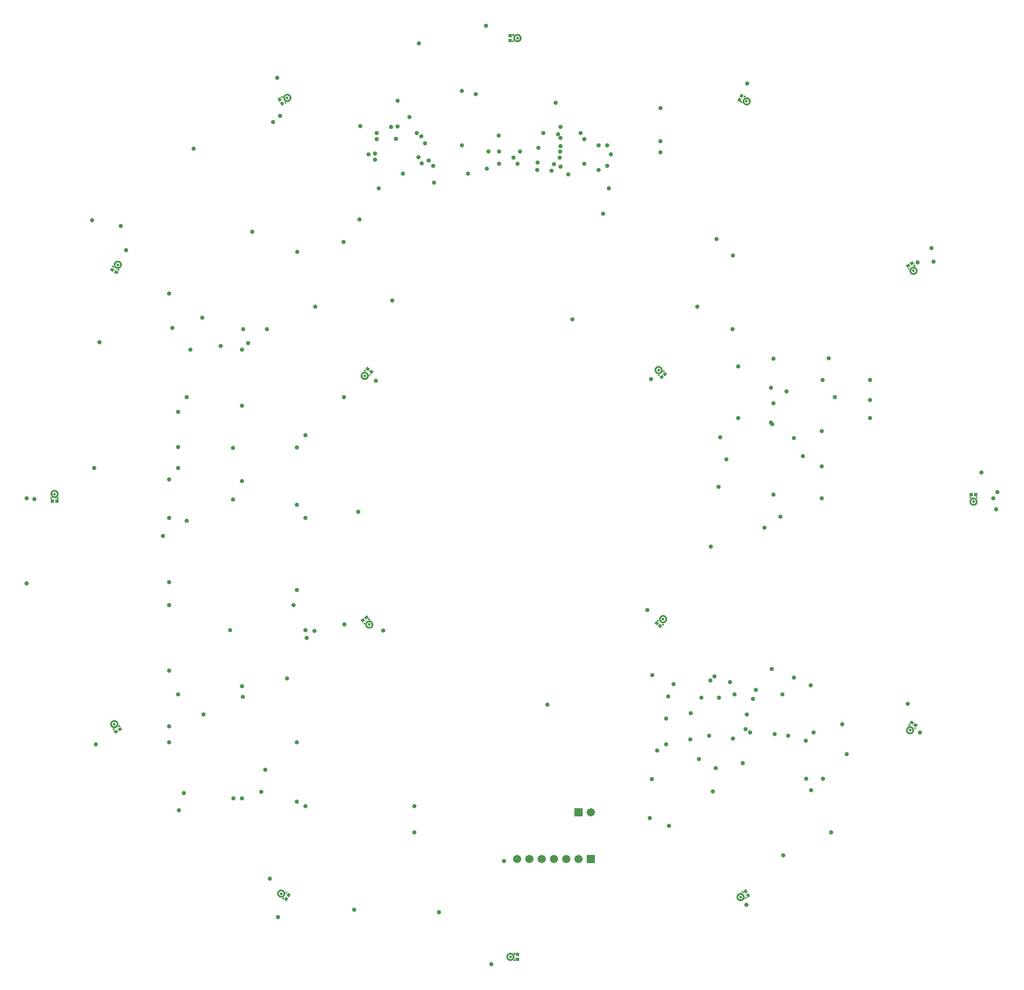
<source format=gbr>
%TF.GenerationSoftware,Altium Limited,Altium Designer,20.2.3 (150)*%
G04 Layer_Color=16711935*
%FSLAX45Y45*%
%MOMM*%
%TF.SameCoordinates,D065702F-5D7C-4ECE-B493-19553C93D9E3*%
%TF.FilePolarity,Negative*%
%TF.FileFunction,Soldermask,Bot*%
%TF.Part,Single*%
G01*
G75*
%TA.AperFunction,SMDPad,CuDef*%
%ADD38C,0.20000*%
%TA.AperFunction,NonConductor*%
%ADD57C,0.30000*%
%TA.AperFunction,SMDPad,CuDef*%
G04:AMPARAMS|DCode=58|XSize=0.71mm|YSize=0.61mm|CornerRadius=0mm|HoleSize=0mm|Usage=FLASHONLY|Rotation=0.015|XOffset=0mm|YOffset=0mm|HoleType=Round|Shape=Rectangle|*
%AMROTATEDRECTD58*
4,1,4,-0.35492,-0.30509,-0.35508,0.30491,0.35492,0.30509,0.35508,-0.30491,-0.35492,-0.30509,0.0*
%
%ADD58ROTATEDRECTD58*%

G04:AMPARAMS|DCode=59|XSize=0.71mm|YSize=0.61mm|CornerRadius=0mm|HoleSize=0mm|Usage=FLASHONLY|Rotation=320.000|XOffset=0mm|YOffset=0mm|HoleType=Round|Shape=Rectangle|*
%AMROTATEDRECTD59*
4,1,4,-0.46800,-0.00545,-0.07590,0.46183,0.46800,0.00545,0.07590,-0.46183,-0.46800,-0.00545,0.0*
%
%ADD59ROTATEDRECTD59*%

G04:AMPARAMS|DCode=60|XSize=0.71mm|YSize=0.61mm|CornerRadius=0mm|HoleSize=0mm|Usage=FLASHONLY|Rotation=40.083|XOffset=0mm|YOffset=0mm|HoleType=Round|Shape=Rectangle|*
%AMROTATEDRECTD60*
4,1,4,-0.07523,-0.46194,-0.46801,0.00478,0.07523,0.46194,0.46801,-0.00478,-0.07523,-0.46194,0.0*
%
%ADD60ROTATEDRECTD60*%

G04:AMPARAMS|DCode=61|XSize=0.71mm|YSize=0.61mm|CornerRadius=0mm|HoleSize=0mm|Usage=FLASHONLY|Rotation=329.912|XOffset=0mm|YOffset=0mm|HoleType=Round|Shape=Rectangle|*
%AMROTATEDRECTD61*
4,1,4,-0.46007,-0.08593,-0.15426,0.44188,0.46007,0.08593,0.15426,-0.44188,-0.46007,-0.08593,0.0*
%
%ADD61ROTATEDRECTD61*%

G04:AMPARAMS|DCode=62|XSize=0.71mm|YSize=0.61mm|CornerRadius=0mm|HoleSize=0mm|Usage=FLASHONLY|Rotation=30.087|XOffset=0mm|YOffset=0mm|HoleType=Round|Shape=Rectangle|*
%AMROTATEDRECTD62*
4,1,4,-0.15427,-0.44187,-0.46007,0.08594,0.15427,0.44187,0.46007,-0.08594,-0.15427,-0.44187,0.0*
%
%ADD62ROTATEDRECTD62*%

G04:AMPARAMS|DCode=63|XSize=0.71mm|YSize=0.61mm|CornerRadius=0mm|HoleSize=0mm|Usage=FLASHONLY|Rotation=60.087|XOffset=0mm|YOffset=0mm|HoleType=Round|Shape=Rectangle|*
%AMROTATEDRECTD63*
4,1,4,0.08733,-0.45981,-0.44140,-0.15561,-0.08733,0.45981,0.44140,0.15561,0.08733,-0.45981,0.0*
%
%ADD63ROTATEDRECTD63*%

G04:AMPARAMS|DCode=64|XSize=0.71mm|YSize=0.61mm|CornerRadius=0mm|HoleSize=0mm|Usage=FLASHONLY|Rotation=89.998|XOffset=0mm|YOffset=0mm|HoleType=Round|Shape=Rectangle|*
%AMROTATEDRECTD64*
4,1,4,0.30499,-0.35501,-0.30501,-0.35499,-0.30499,0.35501,0.30501,0.35499,0.30499,-0.35501,0.0*
%
%ADD64ROTATEDRECTD64*%

G04:AMPARAMS|DCode=65|XSize=0.71mm|YSize=0.61mm|CornerRadius=0mm|HoleSize=0mm|Usage=FLASHONLY|Rotation=119.911|XOffset=0mm|YOffset=0mm|HoleType=Round|Shape=Rectangle|*
%AMROTATEDRECTD65*
4,1,4,0.44140,-0.15563,-0.08736,-0.45980,-0.44140,0.15563,0.08736,0.45980,0.44140,-0.15563,0.0*
%
%ADD65ROTATEDRECTD65*%

%TA.AperFunction,ComponentPad*%
%ADD66R,1.70320X1.70320*%
%ADD67C,1.70320*%
%ADD68C,0.60000*%
%TA.AperFunction,ViaPad*%
%ADD69C,0.90320*%
G36*
X11074599Y20584070D02*
X11074638Y20584073D01*
X11078826Y20583965D01*
X11078903Y20583954D01*
X11078983Y20583955D01*
X11083158Y20583627D01*
X11083235Y20583614D01*
X11083315Y20583611D01*
X11087468Y20583063D01*
X11087545Y20583044D01*
X11087624Y20583038D01*
X11091742Y20582275D01*
X11091818Y20582253D01*
X11091896Y20582242D01*
X11095969Y20581264D01*
X11096043Y20581239D01*
X11096120Y20581224D01*
X11100136Y20580035D01*
X11100211Y20580006D01*
X11100288Y20579987D01*
X11104236Y20578586D01*
X11104308Y20578552D01*
X11104383Y20578529D01*
X11108252Y20576926D01*
X11108321Y20576889D01*
X11108395Y20576862D01*
X11112175Y20575060D01*
X11112244Y20575018D01*
X11112317Y20574988D01*
X11115996Y20572987D01*
X11116059Y20572945D01*
X11116130Y20572911D01*
X11119703Y20570723D01*
X11119767Y20570676D01*
X11119836Y20570638D01*
X11123288Y20568266D01*
X11123350Y20568214D01*
X11123417Y20568172D01*
X11126740Y20565620D01*
X11126797Y20565567D01*
X11126861Y20565523D01*
X11130046Y20562804D01*
X11130101Y20562746D01*
X11130164Y20562698D01*
X11133202Y20559814D01*
X11133255Y20559753D01*
X11133314Y20559702D01*
X11136198Y20556664D01*
X11136247Y20556599D01*
X11136304Y20556544D01*
X11139022Y20553362D01*
X11139067Y20553297D01*
X11139120Y20553239D01*
X11141672Y20549916D01*
X11141714Y20549847D01*
X11141765Y20549786D01*
X11144136Y20546336D01*
X11144174Y20546269D01*
X11144223Y20546204D01*
X11146410Y20542633D01*
X11146444Y20542561D01*
X11146489Y20542496D01*
X11148486Y20538815D01*
X11148517Y20538744D01*
X11148558Y20538676D01*
X11150362Y20534895D01*
X11150389Y20534821D01*
X11150427Y20534750D01*
X11152029Y20530881D01*
X11152052Y20530804D01*
X11152085Y20530733D01*
X11153483Y20526784D01*
X11153502Y20526707D01*
X11153532Y20526636D01*
X11154721Y20522620D01*
X11154736Y20522542D01*
X11154762Y20522467D01*
X11155741Y20518394D01*
X11155752Y20518314D01*
X11155774Y20518237D01*
X11156535Y20514119D01*
X11156542Y20514041D01*
X11156560Y20513965D01*
X11157106Y20509813D01*
X11157109Y20509735D01*
X11157123Y20509657D01*
X11157453Y20505482D01*
X11157451Y20505402D01*
X11157461Y20505322D01*
X11157568Y20501135D01*
X11157566Y20501099D01*
X11157569Y20501062D01*
X11157571Y20500061D01*
X11157567Y20500020D01*
X11157570Y20499979D01*
X11157460Y20495740D01*
X11157450Y20495660D01*
X11157452Y20495581D01*
X11157118Y20491354D01*
X11157104Y20491277D01*
X11157102Y20491197D01*
X11156548Y20486992D01*
X11156530Y20486916D01*
X11156523Y20486836D01*
X11155750Y20482668D01*
X11155728Y20482591D01*
X11155717Y20482513D01*
X11154727Y20478389D01*
X11154701Y20478314D01*
X11154686Y20478236D01*
X11153481Y20474171D01*
X11153451Y20474098D01*
X11153432Y20474020D01*
X11152017Y20470023D01*
X11151983Y20469951D01*
X11151960Y20469876D01*
X11150339Y20465959D01*
X11150301Y20465887D01*
X11150274Y20465813D01*
X11148447Y20461987D01*
X11148406Y20461919D01*
X11148376Y20461847D01*
X11146352Y20458121D01*
X11146308Y20458055D01*
X11146273Y20457982D01*
X11144056Y20454367D01*
X11144009Y20454305D01*
X11143971Y20454234D01*
X11141569Y20450742D01*
X11141518Y20450681D01*
X11141477Y20450613D01*
X11138896Y20447247D01*
X11138841Y20447189D01*
X11138796Y20447125D01*
X11136040Y20443900D01*
X11135984Y20443845D01*
X11135935Y20443784D01*
X11133018Y20440707D01*
X11132959Y20440657D01*
X11132907Y20440598D01*
X11129832Y20437677D01*
X11129768Y20437628D01*
X11129711Y20437569D01*
X11126485Y20434819D01*
X11126422Y20434775D01*
X11126367Y20434724D01*
X11123001Y20432137D01*
X11122933Y20432094D01*
X11122872Y20432043D01*
X11119378Y20429642D01*
X11119309Y20429604D01*
X11119245Y20429555D01*
X11115632Y20427341D01*
X11115561Y20427306D01*
X11115494Y20427260D01*
X11111764Y20425238D01*
X11111691Y20425208D01*
X11111625Y20425168D01*
X11107797Y20423341D01*
X11107723Y20423314D01*
X11107652Y20423276D01*
X11103735Y20421654D01*
X11103661Y20421631D01*
X11103587Y20421597D01*
X11099589Y20420181D01*
X11099513Y20420164D01*
X11099440Y20420134D01*
X11095373Y20418929D01*
X11095294Y20418913D01*
X11095221Y20418889D01*
X11091100Y20417899D01*
X11091022Y20417888D01*
X11090945Y20417865D01*
X11086773Y20417094D01*
X11086694Y20417087D01*
X11086618Y20417068D01*
X11082414Y20416515D01*
X11082336Y20416513D01*
X11082257Y20416498D01*
X11078029Y20416167D01*
X11077950Y20416168D01*
X11077872Y20416158D01*
X11073633Y20416046D01*
X11073592Y20416049D01*
X11073551Y20416045D01*
X11070554Y20416048D01*
X11070516Y20416051D01*
X11070477Y20416048D01*
X11066342Y20416154D01*
X11066262Y20416165D01*
X11066183Y20416164D01*
X11062061Y20416489D01*
X11061984Y20416502D01*
X11061904Y20416505D01*
X11057801Y20417046D01*
X11057725Y20417064D01*
X11057646Y20417070D01*
X11053581Y20417824D01*
X11053505Y20417847D01*
X11053428Y20417857D01*
X11049403Y20418822D01*
X11049327Y20418848D01*
X11049249Y20418863D01*
X11045286Y20420038D01*
X11045214Y20420067D01*
X11045136Y20420087D01*
X11041238Y20421468D01*
X11041167Y20421500D01*
X11041091Y20421523D01*
X11037268Y20423106D01*
X11037198Y20423145D01*
X11037124Y20423170D01*
X11033391Y20424953D01*
X11033325Y20424992D01*
X11033252Y20425021D01*
X11029617Y20426993D01*
X11029550Y20427039D01*
X11029477Y20427074D01*
X11025951Y20429237D01*
X11025888Y20429286D01*
X11025820Y20429323D01*
X11022413Y20431667D01*
X11022352Y20431717D01*
X11022286Y20431758D01*
X11019003Y20434276D01*
X11018945Y20434331D01*
X11018880Y20434377D01*
X11015735Y20437062D01*
X11015681Y20437119D01*
X11015618Y20437167D01*
X11012619Y20440015D01*
X11012568Y20440074D01*
X11012508Y20440125D01*
X11009661Y20443127D01*
X11009613Y20443188D01*
X11009557Y20443242D01*
X11006870Y20446384D01*
X11006824Y20446451D01*
X11006768Y20446510D01*
X11004252Y20449792D01*
X11004210Y20449860D01*
X11004160Y20449919D01*
X11001816Y20453329D01*
X11001778Y20453400D01*
X11001729Y20453464D01*
X10999570Y20456989D01*
X10999536Y20457060D01*
X10999492Y20457124D01*
X10997517Y20460757D01*
X10997486Y20460832D01*
X10997445Y20460899D01*
X10995665Y20464633D01*
X10995638Y20464708D01*
X10995601Y20464777D01*
X10994018Y20468597D01*
X10993995Y20468674D01*
X10993962Y20468745D01*
X10992581Y20472646D01*
X10992561Y20472723D01*
X10992531Y20472797D01*
X10991358Y20476759D01*
X10991343Y20476837D01*
X10991318Y20476910D01*
X10990351Y20480934D01*
X10990340Y20481013D01*
X10990318Y20481088D01*
X10989565Y20485155D01*
X10989558Y20485233D01*
X10989540Y20485310D01*
X10989000Y20489410D01*
X10988998Y20489491D01*
X10988984Y20489568D01*
X10988660Y20493690D01*
X10988661Y20493768D01*
X10988651Y20493848D01*
X10988543Y20497984D01*
X10988546Y20498026D01*
X10988542Y20498067D01*
X10988543Y20499066D01*
X10988574Y20499385D01*
X10988601Y20499651D01*
X10988601Y20499652D01*
X10988601Y20499654D01*
X10988671Y20499883D01*
X10988722Y20500053D01*
X10988672Y20500237D01*
X10988600Y20500476D01*
X10988596Y20500514D01*
X10988585Y20500552D01*
X10988567Y20500810D01*
X10988542Y20501064D01*
X10988546Y20501103D01*
X10988543Y20501143D01*
X10988653Y20505328D01*
X10988663Y20505408D01*
X10988662Y20505487D01*
X10988990Y20509662D01*
X10989004Y20509740D01*
X10989007Y20509819D01*
X10989554Y20513971D01*
X10989571Y20514046D01*
X10989578Y20514127D01*
X10990340Y20518243D01*
X10990362Y20518320D01*
X10990373Y20518399D01*
X10991351Y20522472D01*
X10991377Y20522548D01*
X10991392Y20522626D01*
X10992583Y20526640D01*
X10992612Y20526714D01*
X10992631Y20526791D01*
X10994030Y20530737D01*
X10994064Y20530811D01*
X10994086Y20530885D01*
X10995689Y20534755D01*
X10995727Y20534825D01*
X10995754Y20534900D01*
X10997558Y20538680D01*
X10997598Y20538747D01*
X10997629Y20538818D01*
X10999626Y20542500D01*
X10999671Y20542566D01*
X10999705Y20542638D01*
X11001893Y20546208D01*
X11001940Y20546271D01*
X11001980Y20546342D01*
X11004355Y20549792D01*
X11004405Y20549854D01*
X11004446Y20549919D01*
X11006994Y20553241D01*
X11007049Y20553300D01*
X11007095Y20553366D01*
X11009817Y20556549D01*
X11009873Y20556602D01*
X11009920Y20556664D01*
X11012802Y20559705D01*
X11012863Y20559758D01*
X11012915Y20559818D01*
X11015953Y20562700D01*
X11016015Y20562749D01*
X11016070Y20562805D01*
X11019255Y20565524D01*
X11019318Y20565569D01*
X11019375Y20565623D01*
X11022695Y20568175D01*
X11022764Y20568217D01*
X11022826Y20568269D01*
X11026281Y20570641D01*
X11026350Y20570679D01*
X11026413Y20570726D01*
X11029984Y20572914D01*
X11030055Y20572949D01*
X11030121Y20572993D01*
X11033802Y20574991D01*
X11033875Y20575021D01*
X11033941Y20575061D01*
X11037722Y20576866D01*
X11037798Y20576894D01*
X11037868Y20576932D01*
X11041738Y20578532D01*
X11041812Y20578555D01*
X11041883Y20578589D01*
X11045831Y20579987D01*
X11045909Y20580006D01*
X11045981Y20580035D01*
X11049997Y20581226D01*
X11050074Y20581239D01*
X11050150Y20581265D01*
X11054223Y20582243D01*
X11054301Y20582254D01*
X11054376Y20582275D01*
X11058494Y20583040D01*
X11058573Y20583046D01*
X11058650Y20583064D01*
X11062803Y20583611D01*
X11062881Y20583614D01*
X11062960Y20583627D01*
X11067137Y20583955D01*
X11067217Y20583955D01*
X11067295Y20583965D01*
X11071481Y20584071D01*
X11071520Y20584070D01*
X11071559Y20584073D01*
X11074559Y20584074D01*
X11074599Y20584070D01*
D02*
G37*
G36*
X11004923Y20583453D02*
X11005489Y20583282D01*
X11005767Y20583134D01*
X11006009Y20583005D01*
X11006466Y20582629D01*
Y20582629D01*
X11006466D01*
X11006841Y20582172D01*
X11006971Y20581931D01*
X11007120Y20581651D01*
X11007291Y20581087D01*
X11007349Y20580498D01*
X11007350Y20570499D01*
Y20570499D01*
D01*
X11007292Y20569910D01*
X11007121Y20569344D01*
X11006972Y20569066D01*
X11006843Y20568823D01*
X11006468Y20568367D01*
X11006467D01*
Y20568365D01*
X10983465Y20545364D01*
X10983465D01*
Y20545364D01*
X10983366Y20545284D01*
X10983009Y20544991D01*
X10982941Y20544954D01*
X10982487Y20544711D01*
X10982185Y20544620D01*
X10981922Y20544540D01*
X10981334Y20544482D01*
X10981334D01*
X10981333D01*
X10971332Y20544484D01*
X10970744Y20544542D01*
X10970401Y20544646D01*
X10970179Y20544714D01*
X10970179Y20544714D01*
D01*
X10969658Y20544992D01*
X10969301Y20545287D01*
X10969201Y20545367D01*
Y20545367D01*
X10969201D01*
X10969119Y20545467D01*
X10968826Y20545824D01*
X10968548Y20546346D01*
D01*
X10968548Y20546346D01*
X10968480Y20546568D01*
X10968376Y20546912D01*
X10968318Y20547499D01*
Y20547499D01*
D01*
D01*
X10968319Y20580498D01*
X10968377Y20581085D01*
X10968549Y20581651D01*
X10968827Y20582172D01*
X10969202Y20582629D01*
X10969659Y20583005D01*
X10970180Y20583282D01*
X10970746Y20583453D01*
X10971334Y20583511D01*
X11004335Y20583511D01*
D01*
D01*
X11004335D01*
X11004923Y20583453D01*
D02*
G37*
G36*
X10981853Y20455431D02*
X10982419Y20455258D01*
X10982940Y20454980D01*
X10983397Y20454605D01*
X11006397Y20431606D01*
X11006772Y20431148D01*
X11007050Y20430627D01*
X11007222Y20430061D01*
X11007280Y20429472D01*
Y20419470D01*
Y20419470D01*
Y20419469D01*
X11007222Y20418881D01*
X11007118Y20418539D01*
X11007050Y20418317D01*
X11007050Y20418317D01*
D01*
X11006771Y20417795D01*
X11006478Y20417438D01*
X11006397Y20417339D01*
X11006397D01*
Y20417339D01*
X11006297Y20417256D01*
X11005940Y20416963D01*
X11005419Y20416685D01*
D01*
X11005418Y20416685D01*
X11005196Y20416617D01*
X11004853Y20416513D01*
X11004265Y20416455D01*
X11004265D01*
X11004265D01*
X10971264Y20416461D01*
X10970676Y20416518D01*
X10970333Y20416623D01*
X10970111Y20416690D01*
X10970110Y20416690D01*
D01*
X10969589Y20416969D01*
X10969232Y20417262D01*
X10969133Y20417343D01*
Y20417345D01*
X10969132D01*
X10969051Y20417442D01*
X10968758Y20417799D01*
X10968479Y20418321D01*
D01*
X10968479Y20418323D01*
X10968412Y20418546D01*
X10968308Y20418887D01*
X10968250Y20419475D01*
Y20419476D01*
D01*
D01*
X10968251Y20452473D01*
X10968309Y20453061D01*
X10968480Y20453627D01*
X10968759Y20454147D01*
X10969134Y20454605D01*
X10969591Y20454980D01*
X10970112Y20455258D01*
X10970678Y20455431D01*
X10971266Y20455489D01*
X10981265D01*
X10981853Y20455431D01*
D02*
G37*
G36*
X6314228Y19348347D02*
X6314307Y19348352D01*
X6318494Y19348235D01*
X6318572Y19348225D01*
X6318651Y19348225D01*
X6322824Y19347891D01*
X6322901Y19347878D01*
X6322979Y19347874D01*
X6327132Y19347324D01*
X6327209Y19347305D01*
X6327289Y19347299D01*
X6331407Y19346529D01*
X6331484Y19346506D01*
X6331562Y19346495D01*
X6335632Y19345509D01*
X6335706Y19345483D01*
X6335783Y19345470D01*
X6339797Y19344275D01*
X6339871Y19344244D01*
X6339947Y19344226D01*
X6343893Y19342822D01*
X6343966Y19342789D01*
X6344043Y19342764D01*
X6347910Y19341154D01*
X6347978Y19341116D01*
X6348052Y19341090D01*
X6351829Y19339281D01*
X6351897Y19339240D01*
X6351970Y19339209D01*
X6355648Y19337204D01*
X6355713Y19337160D01*
X6355784Y19337125D01*
X6359352Y19334932D01*
X6359414Y19334885D01*
X6359484Y19334846D01*
X6362931Y19332471D01*
X6362992Y19332419D01*
X6363059Y19332378D01*
X6366378Y19329823D01*
X6366436Y19329768D01*
X6366502Y19329723D01*
X6369683Y19326993D01*
X6369737Y19326936D01*
X6369798Y19326889D01*
X6372832Y19324004D01*
X6372884Y19323943D01*
X6372944Y19323891D01*
X6375822Y19320848D01*
X6375871Y19320786D01*
X6375928Y19320731D01*
X6378643Y19317542D01*
X6378688Y19317477D01*
X6378742Y19317419D01*
X6381287Y19314095D01*
X6381330Y19314026D01*
X6381381Y19313965D01*
X6383747Y19310509D01*
X6383785Y19310439D01*
X6383834Y19310374D01*
X6386015Y19306801D01*
X6386032Y19306766D01*
X6386055Y19306734D01*
X6386554Y19305867D01*
X6386570Y19305830D01*
X6386592Y19305798D01*
X6388610Y19302071D01*
X6388641Y19301997D01*
X6388683Y19301929D01*
X6390501Y19298096D01*
X6390527Y19298022D01*
X6390565Y19297952D01*
X6392181Y19294032D01*
X6392204Y19293954D01*
X6392238Y19293883D01*
X6393646Y19289883D01*
X6393665Y19289807D01*
X6393694Y19289734D01*
X6394893Y19285667D01*
X6394908Y19285590D01*
X6394934Y19285513D01*
X6395917Y19281390D01*
X6395928Y19281313D01*
X6395949Y19281236D01*
X6396716Y19277066D01*
X6396723Y19276987D01*
X6396741Y19276909D01*
X6397287Y19272704D01*
X6397290Y19272624D01*
X6397303Y19272548D01*
X6397631Y19268321D01*
X6397630Y19268240D01*
X6397639Y19268159D01*
X6397741Y19263921D01*
X6397735Y19263844D01*
X6397741Y19263766D01*
X6397624Y19259526D01*
X6397614Y19259447D01*
X6397616Y19259367D01*
X6397277Y19255141D01*
X6397263Y19255061D01*
X6397260Y19254982D01*
X6396699Y19250780D01*
X6396681Y19250703D01*
X6396674Y19250626D01*
X6395898Y19246457D01*
X6395875Y19246378D01*
X6395864Y19246298D01*
X6394865Y19242175D01*
X6394840Y19242102D01*
X6394825Y19242026D01*
X6393615Y19237962D01*
X6393584Y19237889D01*
X6393565Y19237811D01*
X6392143Y19233817D01*
X6392109Y19233746D01*
X6392086Y19233670D01*
X6390457Y19229753D01*
X6390420Y19229683D01*
X6390393Y19229610D01*
X6388561Y19225784D01*
X6388520Y19225717D01*
X6388489Y19225642D01*
X6386460Y19221921D01*
X6386416Y19221855D01*
X6386381Y19221783D01*
X6384159Y19218172D01*
X6384112Y19218109D01*
X6384074Y19218040D01*
X6381667Y19214549D01*
X6381616Y19214490D01*
X6381574Y19214423D01*
X6378986Y19211063D01*
X6378932Y19211005D01*
X6378887Y19210939D01*
X6376128Y19207719D01*
X6376071Y19207664D01*
X6376023Y19207603D01*
X6373099Y19204530D01*
X6373039Y19204478D01*
X6372986Y19204417D01*
X6369906Y19201505D01*
X6369845Y19201457D01*
X6369789Y19201401D01*
X6366561Y19198650D01*
X6366495Y19198602D01*
X6366436Y19198547D01*
X6363066Y19195975D01*
X6362999Y19195934D01*
X6362940Y19195883D01*
X6359442Y19193484D01*
X6359372Y19193446D01*
X6359309Y19193399D01*
X6355689Y19191190D01*
X6355653Y19191171D01*
X6355620Y19191148D01*
X6353020Y19189655D01*
X6352986Y19189639D01*
X6352954Y19189616D01*
X6349316Y19187646D01*
X6349242Y19187617D01*
X6349175Y19187576D01*
X6345438Y19185800D01*
X6345364Y19185773D01*
X6345293Y19185735D01*
X6341471Y19184158D01*
X6341395Y19184135D01*
X6341322Y19184102D01*
X6337419Y19182729D01*
X6337343Y19182710D01*
X6337271Y19182681D01*
X6333305Y19181512D01*
X6333226Y19181497D01*
X6333151Y19181471D01*
X6329127Y19180513D01*
X6329049Y19180502D01*
X6328974Y19180481D01*
X6324906Y19179732D01*
X6324827Y19179726D01*
X6324749Y19179707D01*
X6320646Y19179175D01*
X6320568Y19179172D01*
X6320490Y19179160D01*
X6316368Y19178841D01*
X6316287Y19178842D01*
X6316210Y19178833D01*
X6312077Y19178731D01*
X6311998Y19178737D01*
X6311919Y19178732D01*
X6307784Y19178847D01*
X6307706Y19178857D01*
X6307627Y19178854D01*
X6303506Y19179185D01*
X6303428Y19179199D01*
X6303349Y19179202D01*
X6299248Y19179749D01*
X6299170Y19179767D01*
X6299091Y19179774D01*
X6295026Y19180534D01*
X6294950Y19180557D01*
X6294872Y19180566D01*
X6290851Y19181538D01*
X6290777Y19181564D01*
X6290698Y19181580D01*
X6286734Y19182761D01*
X6286661Y19182790D01*
X6286584Y19182809D01*
X6282688Y19184196D01*
X6282616Y19184230D01*
X6282540Y19184253D01*
X6278722Y19185843D01*
X6278653Y19185880D01*
X6278579Y19185907D01*
X6274848Y19187692D01*
X6274780Y19187733D01*
X6274707Y19187764D01*
X6271075Y19189743D01*
X6271009Y19189787D01*
X6270938Y19189822D01*
X6267415Y19191989D01*
X6267352Y19192036D01*
X6267283Y19192075D01*
X6263878Y19194423D01*
X6263817Y19194475D01*
X6263750Y19194518D01*
X6260473Y19197040D01*
X6260416Y19197095D01*
X6260350Y19197139D01*
X6257210Y19199832D01*
X6257157Y19199887D01*
X6257095Y19199936D01*
X6254097Y19202786D01*
X6254045Y19202847D01*
X6253984Y19202901D01*
X6251144Y19205905D01*
X6251097Y19205966D01*
X6251040Y19206023D01*
X6248358Y19209171D01*
X6248313Y19209236D01*
X6248260Y19209293D01*
X6245747Y19212578D01*
X6245705Y19212645D01*
X6245654Y19212706D01*
X6243316Y19216118D01*
X6243277Y19216190D01*
X6243230Y19216251D01*
X6241075Y19219778D01*
X6241056Y19219818D01*
X6241032Y19219853D01*
X6240535Y19220721D01*
X6240418Y19220981D01*
X6240295Y19221254D01*
X6240294Y19221257D01*
X6240293Y19221260D01*
X6240224Y19221561D01*
X6240201Y19221660D01*
X6240071Y19221790D01*
X6239881Y19221968D01*
X6239857Y19222002D01*
X6239829Y19222029D01*
X6239685Y19222241D01*
X6239537Y19222449D01*
X6239521Y19222485D01*
X6239498Y19222517D01*
X6237507Y19226202D01*
X6237477Y19226274D01*
X6237436Y19226341D01*
X6235639Y19230124D01*
X6235612Y19230200D01*
X6235575Y19230269D01*
X6233979Y19234142D01*
X6233956Y19234216D01*
X6233923Y19234290D01*
X6232531Y19238239D01*
X6232512Y19238315D01*
X6232483Y19238388D01*
X6231299Y19242409D01*
X6231284Y19242487D01*
X6231258Y19242561D01*
X6230287Y19246635D01*
X6230277Y19246713D01*
X6230255Y19246786D01*
X6229496Y19250906D01*
X6229489Y19250987D01*
X6229471Y19251067D01*
X6228933Y19255219D01*
X6228931Y19255296D01*
X6228917Y19255373D01*
X6228592Y19259547D01*
X6228593Y19259628D01*
X6228583Y19259709D01*
X6228483Y19263898D01*
X6228489Y19263974D01*
X6228483Y19264052D01*
X6228598Y19268237D01*
X6228609Y19268318D01*
X6228607Y19268398D01*
X6228943Y19272569D01*
X6228957Y19272649D01*
X6228960Y19272726D01*
X6229513Y19276881D01*
X6229531Y19276958D01*
X6229538Y19277037D01*
X6230308Y19281152D01*
X6230330Y19281229D01*
X6230341Y19281306D01*
X6231324Y19285378D01*
X6231350Y19285452D01*
X6231365Y19285532D01*
X6232563Y19289545D01*
X6232593Y19289618D01*
X6232612Y19289694D01*
X6234016Y19293640D01*
X6234050Y19293710D01*
X6234072Y19293787D01*
X6235679Y19297655D01*
X6235718Y19297725D01*
X6235745Y19297800D01*
X6237555Y19301576D01*
X6237595Y19301643D01*
X6237626Y19301715D01*
X6239629Y19305394D01*
X6239674Y19305460D01*
X6239709Y19305531D01*
X6241902Y19309099D01*
X6241951Y19309163D01*
X6241989Y19309232D01*
X6244368Y19312680D01*
X6244419Y19312740D01*
X6244460Y19312807D01*
X6247015Y19316125D01*
X6247069Y19316182D01*
X6247115Y19316248D01*
X6249839Y19319427D01*
X6249897Y19319482D01*
X6249946Y19319547D01*
X6252834Y19322578D01*
X6252894Y19322630D01*
X6252945Y19322688D01*
X6255986Y19325568D01*
X6256049Y19325616D01*
X6256105Y19325674D01*
X6259295Y19328389D01*
X6259360Y19328435D01*
X6259417Y19328488D01*
X6262744Y19331032D01*
X6262812Y19331075D01*
X6262871Y19331123D01*
X6266327Y19333492D01*
X6266397Y19333531D01*
X6266461Y19333578D01*
X6270035Y19335760D01*
X6270070Y19335777D01*
X6270103Y19335802D01*
X6272702Y19337296D01*
X6272739Y19337312D01*
X6272772Y19337335D01*
X6276456Y19339326D01*
X6276527Y19339357D01*
X6276595Y19339398D01*
X6280378Y19341197D01*
X6280454Y19341225D01*
X6280524Y19341261D01*
X6284397Y19342857D01*
X6284471Y19342880D01*
X6284544Y19342914D01*
X6288494Y19344305D01*
X6288570Y19344325D01*
X6288644Y19344354D01*
X6292661Y19345538D01*
X6292738Y19345554D01*
X6292814Y19345580D01*
X6296888Y19346548D01*
X6296966Y19346561D01*
X6297042Y19346582D01*
X6301161Y19347337D01*
X6301240Y19347345D01*
X6301317Y19347363D01*
X6305471Y19347903D01*
X6305549Y19347905D01*
X6305627Y19347919D01*
X6309802Y19348242D01*
X6309883Y19348241D01*
X6309961Y19348250D01*
X6314149Y19348352D01*
X6314228Y19348347D01*
D02*
G37*
G36*
X6214400Y19302086D02*
X6214609Y19302007D01*
X6214953Y19301877D01*
X6215454Y19301564D01*
X6215480Y19301540D01*
X6215885Y19301160D01*
X6216229Y19300679D01*
X6216230Y19300677D01*
X6221215Y19292010D01*
X6221458Y19291473D01*
X6221591Y19290897D01*
X6221610Y19290306D01*
X6221513Y19289723D01*
X6213047Y19258321D01*
X6212838Y19257767D01*
X6212645Y19257458D01*
X6212525Y19257266D01*
X6212329Y19257057D01*
X6212120Y19256834D01*
X6211639Y19256493D01*
X6202971Y19251505D01*
X6202432Y19251260D01*
X6201856Y19251128D01*
X6201266Y19251109D01*
D01*
X6201265D01*
X6200683Y19251207D01*
X6200130Y19251414D01*
X6199629Y19251727D01*
X6199198Y19252133D01*
X6198855Y19252614D01*
X6198854Y19252615D01*
X6182398Y19281218D01*
X6182155Y19281757D01*
X6182021Y19282333D01*
X6182003Y19282922D01*
D01*
Y19282924D01*
X6182100Y19283507D01*
X6182309Y19284059D01*
X6182504Y19284372D01*
X6182622Y19284560D01*
X6182647Y19284587D01*
X6183027Y19284991D01*
X6183508Y19285335D01*
X6212113Y19301788D01*
X6212408Y19301923D01*
X6212651Y19302031D01*
X6212784Y19302061D01*
X6213227Y19302165D01*
X6213799Y19302184D01*
X6213817Y19302184D01*
D01*
X6213818D01*
X6214400Y19302086D01*
D02*
G37*
G36*
X15816695Y19275388D02*
X15816772Y19275378D01*
X15816850Y19275380D01*
X15821028Y19275058D01*
X15821106Y19275044D01*
X15821185Y19275041D01*
X15825337Y19274501D01*
X15825415Y19274483D01*
X15825494Y19274477D01*
X15829613Y19273718D01*
X15829688Y19273697D01*
X15829765Y19273688D01*
X15833841Y19272716D01*
X15833916Y19272690D01*
X15833995Y19272675D01*
X15838013Y19271492D01*
X15838084Y19271461D01*
X15838162Y19271443D01*
X15842113Y19270050D01*
X15842184Y19270016D01*
X15842259Y19269994D01*
X15846130Y19268398D01*
X15846201Y19268361D01*
X15846275Y19268333D01*
X15850060Y19266536D01*
X15850127Y19266495D01*
X15850200Y19266466D01*
X15853883Y19264471D01*
X15853915Y19264449D01*
X15853954Y19264433D01*
X15856552Y19262936D01*
X15856584Y19262914D01*
X15856619Y19262897D01*
X15860194Y19260715D01*
X15860258Y19260666D01*
X15860327Y19260628D01*
X15863782Y19258260D01*
X15863841Y19258211D01*
X15863908Y19258170D01*
X15867236Y19255624D01*
X15867294Y19255571D01*
X15867360Y19255525D01*
X15870549Y19252811D01*
X15870604Y19252753D01*
X15870667Y19252704D01*
X15873709Y19249826D01*
X15873761Y19249767D01*
X15873820Y19249715D01*
X15876707Y19246680D01*
X15876756Y19246619D01*
X15876813Y19246564D01*
X15879538Y19243385D01*
X15879585Y19243318D01*
X15879639Y19243260D01*
X15882193Y19239938D01*
X15882234Y19239873D01*
X15882285Y19239813D01*
X15884663Y19236365D01*
X15884702Y19236296D01*
X15884749Y19236234D01*
X15886943Y19232668D01*
X15886978Y19232594D01*
X15887022Y19232529D01*
X15889026Y19228850D01*
X15889056Y19228778D01*
X15889098Y19228711D01*
X15890907Y19224934D01*
X15890935Y19224861D01*
X15890973Y19224789D01*
X15892580Y19220921D01*
X15892603Y19220848D01*
X15892636Y19220776D01*
X15894041Y19216830D01*
X15894060Y19216754D01*
X15894090Y19216679D01*
X15895287Y19212663D01*
X15895300Y19212587D01*
X15895328Y19212514D01*
X15896310Y19208443D01*
X15896323Y19208362D01*
X15896344Y19208287D01*
X15897112Y19204170D01*
X15897119Y19204092D01*
X15897137Y19204015D01*
X15897691Y19199863D01*
X15897694Y19199782D01*
X15897708Y19199704D01*
X15898042Y19195531D01*
X15898039Y19195451D01*
X15898050Y19195374D01*
X15898167Y19191187D01*
X15898161Y19191109D01*
X15898167Y19191029D01*
X15898064Y19186842D01*
X15898055Y19186765D01*
X15898056Y19186684D01*
X15897733Y19182507D01*
X15897720Y19182430D01*
X15897717Y19182350D01*
X15897176Y19178197D01*
X15897159Y19178120D01*
X15897153Y19178043D01*
X15896396Y19173923D01*
X15896375Y19173846D01*
X15896364Y19173767D01*
X15895390Y19169693D01*
X15895364Y19169618D01*
X15895351Y19169542D01*
X15894168Y19165524D01*
X15894139Y19165451D01*
X15894119Y19165375D01*
X15892728Y19161423D01*
X15892693Y19161351D01*
X15892671Y19161276D01*
X15891074Y19157404D01*
X15891037Y19157335D01*
X15891010Y19157260D01*
X15889212Y19153477D01*
X15889169Y19153407D01*
X15889140Y19153336D01*
X15887148Y19149654D01*
X15887125Y19149620D01*
X15887108Y19149583D01*
X15886610Y19148718D01*
X15886588Y19148688D01*
X15886571Y19148651D01*
X15884360Y19145030D01*
X15884312Y19144968D01*
X15884274Y19144897D01*
X15881879Y19141399D01*
X15881827Y19141338D01*
X15881786Y19141270D01*
X15879208Y19137903D01*
X15879155Y19137845D01*
X15879109Y19137779D01*
X15876360Y19134550D01*
X15876302Y19134496D01*
X15876253Y19134433D01*
X15873338Y19131354D01*
X15873280Y19131302D01*
X15873228Y19131242D01*
X15870158Y19128317D01*
X15870094Y19128268D01*
X15870039Y19128210D01*
X15866818Y19125453D01*
X15866754Y19125407D01*
X15866698Y19125354D01*
X15863338Y19122768D01*
X15863271Y19122725D01*
X15863210Y19122675D01*
X15859717Y19120267D01*
X15859648Y19120229D01*
X15859586Y19120181D01*
X15855972Y19117960D01*
X15855901Y19117924D01*
X15855836Y19117880D01*
X15852113Y19115852D01*
X15852039Y19115820D01*
X15851973Y19115781D01*
X15848148Y19113947D01*
X15848073Y19113921D01*
X15848003Y19113882D01*
X15844089Y19112254D01*
X15844012Y19112231D01*
X15843941Y19112196D01*
X15839948Y19110776D01*
X15839870Y19110756D01*
X15839796Y19110725D01*
X15835730Y19109517D01*
X15835652Y19109502D01*
X15835579Y19109477D01*
X15831458Y19108479D01*
X15831380Y19108469D01*
X15831303Y19108446D01*
X15827135Y19107668D01*
X15827055Y19107661D01*
X15826979Y19107643D01*
X15822775Y19107083D01*
X15822697Y19107082D01*
X15822620Y19107066D01*
X15818393Y19106726D01*
X15818312Y19106728D01*
X15818234Y19106717D01*
X15813994Y19106599D01*
X15813916Y19106606D01*
X15813837Y19106599D01*
X15809598Y19106705D01*
X15809520Y19106714D01*
X15809441Y19106712D01*
X15805212Y19107037D01*
X15805133Y19107053D01*
X15805054Y19107054D01*
X15800848Y19107603D01*
X15800772Y19107620D01*
X15800694Y19107628D01*
X15796523Y19108392D01*
X15796448Y19108415D01*
X15796368Y19108426D01*
X15792242Y19109410D01*
X15792168Y19109436D01*
X15792091Y19109451D01*
X15788023Y19110648D01*
X15787950Y19110678D01*
X15787872Y19110696D01*
X15783871Y19112108D01*
X15783801Y19112141D01*
X15783725Y19112164D01*
X15779807Y19113782D01*
X15779736Y19113818D01*
X15779662Y19113844D01*
X15775832Y19115665D01*
X15775764Y19115704D01*
X15775691Y19115735D01*
X15771960Y19117754D01*
X15771928Y19117776D01*
X15771890Y19117792D01*
X15769292Y19119287D01*
X15769260Y19119312D01*
X15769223Y19119328D01*
X15765694Y19121484D01*
X15765631Y19121532D01*
X15765562Y19121568D01*
X15762151Y19123904D01*
X15762088Y19123956D01*
X15762019Y19123999D01*
X15758736Y19126514D01*
X15758678Y19126567D01*
X15758615Y19126611D01*
X15755466Y19129292D01*
X15755409Y19129349D01*
X15755347Y19129398D01*
X15752342Y19132240D01*
X15752290Y19132301D01*
X15752229Y19132352D01*
X15749377Y19135350D01*
X15749332Y19135410D01*
X15749274Y19135464D01*
X15746582Y19138605D01*
X15746536Y19138670D01*
X15746481Y19138728D01*
X15743959Y19142006D01*
X15743916Y19142075D01*
X15743864Y19142136D01*
X15741521Y19145541D01*
X15741483Y19145609D01*
X15741435Y19145670D01*
X15739267Y19149193D01*
X15739233Y19149265D01*
X15739188Y19149332D01*
X15737209Y19152963D01*
X15737178Y19153036D01*
X15737137Y19153104D01*
X15735352Y19156831D01*
X15735324Y19156908D01*
X15735287Y19156976D01*
X15733698Y19160796D01*
X15733673Y19160872D01*
X15733640Y19160944D01*
X15732254Y19164841D01*
X15732236Y19164915D01*
X15732205Y19164990D01*
X15731024Y19168951D01*
X15731009Y19169031D01*
X15730983Y19169106D01*
X15730011Y19173126D01*
X15730000Y19173206D01*
X15729977Y19173280D01*
X15729219Y19177345D01*
X15729213Y19177425D01*
X15729195Y19177502D01*
X15728648Y19181601D01*
X15728645Y19181680D01*
X15728632Y19181758D01*
X15728300Y19185881D01*
X15728302Y19185960D01*
X15728291Y19186040D01*
X15728178Y19190173D01*
X15728185Y19190253D01*
X15728178Y19190331D01*
X15728281Y19194466D01*
X15728290Y19194543D01*
X15728288Y19194623D01*
X15728606Y19198747D01*
X15728619Y19198825D01*
X15728622Y19198904D01*
X15729155Y19203004D01*
X15729173Y19203082D01*
X15729179Y19203162D01*
X15729927Y19207230D01*
X15729948Y19207306D01*
X15729961Y19207384D01*
X15730920Y19211407D01*
X15730946Y19211481D01*
X15730962Y19211559D01*
X15732130Y19215526D01*
X15732159Y19215601D01*
X15732178Y19215675D01*
X15733553Y19219579D01*
X15733586Y19219650D01*
X15733609Y19219725D01*
X15735185Y19223547D01*
X15735222Y19223618D01*
X15735249Y19223692D01*
X15737024Y19227428D01*
X15737065Y19227496D01*
X15737096Y19227568D01*
X15739064Y19231207D01*
X15739085Y19231239D01*
X15739102Y19231274D01*
X15739600Y19232143D01*
X15739600Y19232143D01*
X15739601Y19232144D01*
X15739943Y19232622D01*
Y19232623D01*
D01*
X15739944Y19232623D01*
X15740198Y19232863D01*
X15740253Y19232915D01*
X15740297Y19233083D01*
X15740355Y19233336D01*
X15740372Y19233372D01*
X15740382Y19233411D01*
X15740492Y19233640D01*
X15740598Y19233875D01*
X15740620Y19233907D01*
X15740639Y19233942D01*
X15742821Y19237518D01*
X15742868Y19237581D01*
X15742908Y19237651D01*
X15745274Y19241107D01*
X15745326Y19241168D01*
X15745367Y19241235D01*
X15747913Y19244560D01*
X15747964Y19244618D01*
X15748010Y19244682D01*
X15750725Y19247871D01*
X15750783Y19247928D01*
X15750832Y19247990D01*
X15753709Y19251033D01*
X15753769Y19251083D01*
X15753821Y19251144D01*
X15756854Y19254031D01*
X15756915Y19254080D01*
X15756972Y19254138D01*
X15760152Y19256862D01*
X15760216Y19256908D01*
X15760274Y19256961D01*
X15763596Y19259515D01*
X15763663Y19259558D01*
X15763722Y19259608D01*
X15767171Y19261987D01*
X15767239Y19262025D01*
X15767302Y19262073D01*
X15770869Y19264268D01*
X15770941Y19264302D01*
X15771007Y19264346D01*
X15774686Y19266351D01*
X15774760Y19266383D01*
X15774828Y19266423D01*
X15778604Y19268231D01*
X15778676Y19268257D01*
X15778746Y19268295D01*
X15782613Y19269904D01*
X15782689Y19269926D01*
X15782761Y19269962D01*
X15786705Y19271365D01*
X15786781Y19271384D01*
X15786856Y19271414D01*
X15790871Y19272609D01*
X15790948Y19272624D01*
X15791023Y19272650D01*
X15795094Y19273634D01*
X15795172Y19273645D01*
X15795248Y19273666D01*
X15799364Y19274437D01*
X15799445Y19274445D01*
X15799521Y19274461D01*
X15803671Y19275015D01*
X15803751Y19275018D01*
X15803828Y19275032D01*
X15808006Y19275366D01*
X15808086Y19275365D01*
X15808162Y19275374D01*
X15812347Y19275491D01*
X15812427Y19275487D01*
X15812506Y19275491D01*
X15816695Y19275388D01*
D02*
G37*
G36*
X15765683Y19314301D02*
X15766258Y19314166D01*
X15766797Y19313924D01*
X15795401Y19297467D01*
X15795882Y19297124D01*
X15796286Y19296693D01*
X15796599Y19296191D01*
X15796808Y19295639D01*
X15796906Y19295056D01*
Y19295056D01*
D01*
X15796887Y19294466D01*
X15796754Y19293890D01*
X15796510Y19293352D01*
X15796510Y19293350D01*
X15791524Y19284683D01*
X15791180Y19284203D01*
X15790749Y19283798D01*
X15790248Y19283485D01*
X15789696Y19283276D01*
X15758290Y19274809D01*
X15757707Y19274713D01*
X15757135Y19274731D01*
X15757117Y19274731D01*
X15756540Y19274864D01*
X15756001Y19275107D01*
X15756001Y19275108D01*
X15747334Y19280093D01*
X15746854Y19280437D01*
X15746449Y19280869D01*
X15746329Y19281061D01*
X15746136Y19281371D01*
X15745927Y19281921D01*
X15745830Y19282504D01*
X15745848Y19283096D01*
X15745982Y19283672D01*
X15746225Y19284210D01*
X15762682Y19312814D01*
X15763025Y19313295D01*
X15763455Y19313699D01*
X15763957Y19314012D01*
X15764510Y19314221D01*
X15765092Y19314317D01*
X15765683Y19314301D01*
D02*
G37*
G36*
X15701784Y19203363D02*
X15702359Y19203230D01*
X15702898Y19202986D01*
X15711565Y19198000D01*
X15712045Y19197656D01*
X15712450Y19197226D01*
X15712762Y19196725D01*
X15712971Y19196172D01*
X15721439Y19164766D01*
X15721439Y19164766D01*
X15721535Y19164183D01*
X15721516Y19163609D01*
X15721516Y19163593D01*
X15721384Y19163016D01*
X15721141Y19162479D01*
X15721140Y19162477D01*
X15716154Y19153812D01*
X15716154Y19153810D01*
X15715811Y19153329D01*
X15715379Y19152925D01*
X15714879Y19152612D01*
X15714536Y19152483D01*
X15714326Y19152403D01*
X15714229Y19152386D01*
X15713744Y19152306D01*
X15713153Y19152324D01*
X15712576Y19152458D01*
X15712038Y19152701D01*
X15683435Y19169157D01*
X15683434Y19169157D01*
X15682954Y19169501D01*
X15682549Y19169933D01*
X15682236Y19170435D01*
X15682027Y19170985D01*
X15681931Y19171568D01*
X15681947Y19172160D01*
X15682082Y19172736D01*
X15682326Y19173274D01*
X15698781Y19201877D01*
X15699126Y19202357D01*
X15699554Y19202762D01*
X15700056Y19203075D01*
X15700610Y19203284D01*
X15701192Y19203381D01*
X15701784Y19203363D01*
D02*
G37*
G36*
X6258013Y19179655D02*
X6258246Y19179616D01*
X6289652Y19171147D01*
X6290205Y19170938D01*
X6290706Y19170625D01*
X6291137Y19170219D01*
X6291382Y19169878D01*
X6291480Y19169739D01*
X6296466Y19161070D01*
X6296599Y19160776D01*
X6296709Y19160532D01*
X6296842Y19159956D01*
X6296861Y19159366D01*
D01*
Y19159366D01*
X6296764Y19158783D01*
X6296685Y19158574D01*
X6296555Y19158231D01*
X6296242Y19157729D01*
X6296217Y19157703D01*
X6295837Y19157298D01*
X6295356Y19156955D01*
X6295355Y19156953D01*
X6266752Y19140498D01*
X6266213Y19140256D01*
X6265637Y19140121D01*
X6265047Y19140103D01*
X6264464Y19140201D01*
X6264255Y19140280D01*
X6263911Y19140410D01*
X6263410Y19140723D01*
X6263384Y19140747D01*
X6262979Y19141127D01*
X6262636Y19141608D01*
X6246181Y19170213D01*
X6246181Y19170213D01*
X6246181Y19170213D01*
Y19170213D01*
X6245938Y19170753D01*
X6245866Y19171062D01*
X6245804Y19171329D01*
X6245786Y19171919D01*
D01*
Y19171919D01*
X6245883Y19172502D01*
X6246041Y19172920D01*
X6246092Y19173055D01*
X6246092Y19173055D01*
Y19173055D01*
X6246170Y19173180D01*
X6246405Y19173557D01*
X6246809Y19173987D01*
D01*
X6246810Y19173987D01*
X6247002Y19174124D01*
X6247290Y19174330D01*
X6255958Y19179318D01*
X6255958D01*
X6255959Y19179318D01*
X6256497Y19179562D01*
X6256893Y19179652D01*
X6257072Y19179695D01*
X6257663Y19179713D01*
X6258013Y19179655D01*
D02*
G37*
G36*
X2809347Y15898050D02*
X2809423Y15898056D01*
X2813612Y15897940D01*
X2813690Y15897929D01*
X2813770Y15897931D01*
X2817942Y15897597D01*
X2818021Y15897583D01*
X2818099Y15897580D01*
X2822251Y15897028D01*
X2822329Y15897009D01*
X2822409Y15897002D01*
X2826524Y15896233D01*
X2826600Y15896210D01*
X2826678Y15896199D01*
X2830751Y15895213D01*
X2830825Y15895187D01*
X2830901Y15895174D01*
X2834914Y15893980D01*
X2834989Y15893950D01*
X2835066Y15893932D01*
X2839011Y15892526D01*
X2839082Y15892493D01*
X2839159Y15892468D01*
X2843029Y15890855D01*
X2843098Y15890819D01*
X2843171Y15890793D01*
X2846947Y15888986D01*
X2847014Y15888945D01*
X2847087Y15888914D01*
X2850765Y15886913D01*
X2850801Y15886888D01*
X2850840Y15886870D01*
X2851705Y15886366D01*
X2851734Y15886345D01*
X2851768Y15886330D01*
X2855380Y15884108D01*
X2855444Y15884061D01*
X2855512Y15884023D01*
X2859003Y15881615D01*
X2859062Y15881564D01*
X2859129Y15881522D01*
X2862493Y15878935D01*
X2862552Y15878880D01*
X2862618Y15878835D01*
X2865835Y15876076D01*
X2865890Y15876018D01*
X2865953Y15875969D01*
X2869023Y15873042D01*
X2869074Y15872984D01*
X2869132Y15872934D01*
X2872047Y15869856D01*
X2872097Y15869794D01*
X2872154Y15869737D01*
X2874903Y15866510D01*
X2874948Y15866444D01*
X2875002Y15866386D01*
X2877579Y15863017D01*
X2877621Y15862950D01*
X2877672Y15862889D01*
X2880068Y15859390D01*
X2880106Y15859322D01*
X2880153Y15859259D01*
X2882366Y15855640D01*
X2882402Y15855566D01*
X2882446Y15855499D01*
X2884461Y15851772D01*
X2884493Y15851698D01*
X2884533Y15851631D01*
X2886351Y15847800D01*
X2886376Y15847728D01*
X2886413Y15847659D01*
X2888033Y15843741D01*
X2888056Y15843665D01*
X2888091Y15843588D01*
X2889498Y15839584D01*
X2889517Y15839510D01*
X2889545Y15839439D01*
X2890746Y15835376D01*
X2890761Y15835298D01*
X2890787Y15835220D01*
X2891771Y15831094D01*
X2891781Y15831015D01*
X2891803Y15830940D01*
X2892569Y15826768D01*
X2892576Y15826691D01*
X2892593Y15826613D01*
X2893141Y15822408D01*
X2893143Y15822330D01*
X2893157Y15822250D01*
X2893484Y15818024D01*
X2893482Y15817943D01*
X2893492Y15817865D01*
X2893595Y15813625D01*
X2893589Y15813547D01*
X2893594Y15813467D01*
X2893476Y15809229D01*
X2893466Y15809151D01*
X2893467Y15809071D01*
X2893127Y15804843D01*
X2893113Y15804765D01*
X2893111Y15804688D01*
X2892553Y15800485D01*
X2892535Y15800407D01*
X2892528Y15800327D01*
X2891749Y15796159D01*
X2891726Y15796083D01*
X2891716Y15796005D01*
X2890719Y15791882D01*
X2890693Y15791808D01*
X2890678Y15791730D01*
X2889468Y15787666D01*
X2889438Y15787595D01*
X2889419Y15787515D01*
X2887997Y15783522D01*
X2887963Y15783450D01*
X2887940Y15783374D01*
X2886309Y15779457D01*
X2886271Y15779387D01*
X2886245Y15779314D01*
X2884413Y15775488D01*
X2884372Y15775420D01*
X2884341Y15775346D01*
X2882315Y15771626D01*
X2882292Y15771594D01*
X2882276Y15771558D01*
X2880772Y15768961D01*
X2880748Y15768929D01*
X2880731Y15768893D01*
X2878565Y15765370D01*
X2878517Y15765308D01*
X2878479Y15765237D01*
X2876131Y15761832D01*
X2876080Y15761772D01*
X2876038Y15761705D01*
X2873516Y15758429D01*
X2873461Y15758371D01*
X2873416Y15758305D01*
X2870722Y15755164D01*
X2870665Y15755109D01*
X2870617Y15755048D01*
X2867766Y15752052D01*
X2867707Y15752002D01*
X2867655Y15751941D01*
X2864650Y15749098D01*
X2864588Y15749049D01*
X2864532Y15748991D01*
X2861383Y15746310D01*
X2861319Y15746268D01*
X2861261Y15746211D01*
X2857975Y15743700D01*
X2857909Y15743658D01*
X2857848Y15743607D01*
X2854436Y15741269D01*
X2854365Y15741229D01*
X2854302Y15741183D01*
X2850773Y15739027D01*
X2850703Y15738994D01*
X2850637Y15738950D01*
X2846999Y15736980D01*
X2846925Y15736949D01*
X2846856Y15736908D01*
X2843121Y15735135D01*
X2843047Y15735107D01*
X2842978Y15735071D01*
X2839153Y15733495D01*
X2839076Y15733472D01*
X2839005Y15733438D01*
X2835107Y15732063D01*
X2835030Y15732045D01*
X2834957Y15732014D01*
X2830990Y15730846D01*
X2830911Y15730830D01*
X2830837Y15730804D01*
X2826815Y15729846D01*
X2826737Y15729836D01*
X2826659Y15729813D01*
X2822589Y15729066D01*
X2822510Y15729060D01*
X2822433Y15729042D01*
X2818331Y15728511D01*
X2818253Y15728508D01*
X2818178Y15728494D01*
X2814056Y15728174D01*
X2813975Y15728175D01*
X2813896Y15728166D01*
X2809762Y15728065D01*
X2809686Y15728072D01*
X2809606Y15728065D01*
X2805468Y15728178D01*
X2805389Y15728189D01*
X2805309Y15728188D01*
X2801188Y15728519D01*
X2801111Y15728531D01*
X2801032Y15728534D01*
X2796934Y15729079D01*
X2796854Y15729097D01*
X2796774Y15729105D01*
X2792706Y15729869D01*
X2792632Y15729890D01*
X2792557Y15729901D01*
X2788537Y15730870D01*
X2788460Y15730898D01*
X2788382Y15730911D01*
X2784419Y15732094D01*
X2784346Y15732123D01*
X2784270Y15732143D01*
X2780374Y15733528D01*
X2780302Y15733562D01*
X2780227Y15733585D01*
X2776406Y15735175D01*
X2776335Y15735213D01*
X2776262Y15735239D01*
X2772531Y15737025D01*
X2772464Y15737067D01*
X2772391Y15737097D01*
X2768762Y15739075D01*
X2768729Y15739098D01*
X2768691Y15739114D01*
X2767823Y15739618D01*
X2767343Y15739963D01*
X2767062Y15740263D01*
X2766880Y15740312D01*
X2766632Y15740372D01*
X2766595Y15740388D01*
X2766555Y15740398D01*
X2766329Y15740509D01*
X2766094Y15740614D01*
X2766061Y15740640D01*
X2766024Y15740657D01*
X2762459Y15742854D01*
X2762398Y15742900D01*
X2762329Y15742938D01*
X2758880Y15745316D01*
X2758819Y15745367D01*
X2758752Y15745409D01*
X2755432Y15747963D01*
X2755374Y15748018D01*
X2755308Y15748064D01*
X2752129Y15750789D01*
X2752075Y15750845D01*
X2752012Y15750896D01*
X2748980Y15753784D01*
X2748929Y15753844D01*
X2748870Y15753894D01*
X2745991Y15756934D01*
X2745941Y15756998D01*
X2745884Y15757053D01*
X2743169Y15760245D01*
X2743124Y15760309D01*
X2743071Y15760365D01*
X2740525Y15763692D01*
X2740483Y15763760D01*
X2740432Y15763821D01*
X2738066Y15767278D01*
X2738028Y15767346D01*
X2737979Y15767410D01*
X2735799Y15770985D01*
X2735765Y15771056D01*
X2735721Y15771120D01*
X2733728Y15774803D01*
X2733698Y15774875D01*
X2733657Y15774944D01*
X2731856Y15778726D01*
X2731829Y15778802D01*
X2731791Y15778873D01*
X2730196Y15782745D01*
X2730174Y15782819D01*
X2730141Y15782890D01*
X2728747Y15786838D01*
X2728728Y15786916D01*
X2728698Y15786990D01*
X2727516Y15791011D01*
X2727501Y15791087D01*
X2727476Y15791161D01*
X2726503Y15795235D01*
X2726493Y15795314D01*
X2726471Y15795390D01*
X2725714Y15799509D01*
X2725708Y15799588D01*
X2725690Y15799664D01*
X2725149Y15803819D01*
X2725147Y15803899D01*
X2725133Y15803976D01*
X2724813Y15808153D01*
X2724814Y15808232D01*
X2724805Y15808308D01*
X2724702Y15812495D01*
X2724707Y15812572D01*
X2724702Y15812651D01*
X2724815Y15816837D01*
X2724825Y15816916D01*
X2724824Y15816995D01*
X2725158Y15821172D01*
X2725172Y15821251D01*
X2725175Y15821330D01*
X2725730Y15825482D01*
X2725748Y15825558D01*
X2725754Y15825635D01*
X2726522Y15829755D01*
X2726544Y15829831D01*
X2726555Y15829910D01*
X2727539Y15833980D01*
X2727566Y15834056D01*
X2727581Y15834132D01*
X2728777Y15838147D01*
X2728806Y15838219D01*
X2728826Y15838297D01*
X2730231Y15842242D01*
X2730265Y15842316D01*
X2730287Y15842390D01*
X2731896Y15846255D01*
X2731934Y15846327D01*
X2731962Y15846404D01*
X2733774Y15850179D01*
X2733814Y15850246D01*
X2733844Y15850316D01*
X2735846Y15853995D01*
X2735869Y15854028D01*
X2735886Y15854065D01*
X2737389Y15856660D01*
X2737412Y15856693D01*
X2737429Y15856728D01*
X2739620Y15860297D01*
X2739669Y15860361D01*
X2739708Y15860432D01*
X2742088Y15863879D01*
X2742139Y15863939D01*
X2742180Y15864006D01*
X2744736Y15867325D01*
X2744790Y15867381D01*
X2744835Y15867445D01*
X2747558Y15870625D01*
X2747616Y15870682D01*
X2747664Y15870743D01*
X2750551Y15873779D01*
X2750612Y15873831D01*
X2750665Y15873894D01*
X2753710Y15876768D01*
X2753771Y15876816D01*
X2753825Y15876871D01*
X2757015Y15879588D01*
X2757080Y15879633D01*
X2757138Y15879688D01*
X2760464Y15882231D01*
X2760531Y15882272D01*
X2760592Y15882323D01*
X2764046Y15884689D01*
X2764115Y15884727D01*
X2764179Y15884776D01*
X2767754Y15886960D01*
X2767826Y15886993D01*
X2767891Y15887038D01*
X2771574Y15889030D01*
X2771646Y15889059D01*
X2771714Y15889101D01*
X2775498Y15890900D01*
X2775574Y15890927D01*
X2775644Y15890965D01*
X2779516Y15892558D01*
X2779591Y15892583D01*
X2779662Y15892615D01*
X2783611Y15894006D01*
X2783688Y15894026D01*
X2783761Y15894057D01*
X2787781Y15895239D01*
X2787859Y15895255D01*
X2787934Y15895280D01*
X2792007Y15896252D01*
X2792086Y15896263D01*
X2792162Y15896284D01*
X2796282Y15897040D01*
X2796359Y15897046D01*
X2796435Y15897064D01*
X2800587Y15897607D01*
X2800666Y15897609D01*
X2800744Y15897623D01*
X2804919Y15897948D01*
X2804998Y15897946D01*
X2805080Y15897955D01*
X2809268Y15898056D01*
X2809347Y15898050D01*
D02*
G37*
G36*
X19283295Y15818073D02*
X19283849Y15817863D01*
X19284160Y15817673D01*
X19284351Y15817554D01*
X19284380Y15817526D01*
X19284782Y15817149D01*
X19285127Y15816670D01*
X19285129Y15816669D01*
X19301674Y15788116D01*
X19301674Y15788116D01*
D01*
X19301918Y15787579D01*
X19301990Y15787274D01*
X19302054Y15787004D01*
X19302074Y15786414D01*
D01*
Y15786414D01*
X19302042Y15786221D01*
X19301978Y15785831D01*
X19301772Y15785277D01*
X19301772Y15785277D01*
Y15785275D01*
X19301695Y15785156D01*
X19301460Y15784773D01*
X19301056Y15784341D01*
X19300577Y15783997D01*
X19300575Y15783997D01*
X19291924Y15778986D01*
X19291922Y15778984D01*
X19291383Y15778738D01*
X19290808Y15778604D01*
X19290218Y15778584D01*
D01*
X19290218D01*
X19289635Y15778680D01*
X19289635Y15778680D01*
X19258206Y15787048D01*
X19258205D01*
X19257652Y15787256D01*
X19257268Y15787495D01*
X19257150Y15787569D01*
X19256718Y15787971D01*
D01*
X19256718Y15787971D01*
X19256621Y15788106D01*
X19256374Y15788451D01*
X19256372Y15788452D01*
X19251361Y15797104D01*
X19251360Y15797105D01*
X19251115Y15797643D01*
X19250980Y15798218D01*
X19250960Y15798808D01*
D01*
Y15798808D01*
X19251054Y15799393D01*
X19251112Y15799544D01*
X19251262Y15799945D01*
X19251575Y15800447D01*
X19251978Y15800879D01*
X19252457Y15801224D01*
X19281007Y15817767D01*
X19281377Y15817935D01*
X19281546Y15818011D01*
X19281680Y15818044D01*
X19282121Y15818147D01*
X19282692Y15818166D01*
X19282712Y15818167D01*
D01*
X19282712D01*
X19283295Y15818073D01*
D02*
G37*
G36*
X2705677Y15797092D02*
X2705854Y15797050D01*
X2706252Y15796957D01*
X2706790Y15796712D01*
X2715445Y15791701D01*
D01*
X2715446Y15791701D01*
X2715925Y15791354D01*
X2716147Y15791116D01*
X2716329Y15790923D01*
X2716640Y15790421D01*
X2716847Y15789868D01*
X2716848Y15789867D01*
X2725216Y15758437D01*
X2725217Y15758434D01*
X2725312Y15757851D01*
X2725292Y15757260D01*
X2725157Y15756685D01*
X2724912Y15756146D01*
X2719898Y15747495D01*
X2719553Y15747014D01*
X2719344Y15746819D01*
X2719121Y15746609D01*
X2718619Y15746300D01*
X2718065Y15746092D01*
X2717577Y15746011D01*
X2717482Y15745998D01*
X2717482D01*
D01*
X2716891Y15746017D01*
X2716316Y15746152D01*
X2715778Y15746397D01*
X2687229Y15762943D01*
X2687228Y15762943D01*
X2686748Y15763287D01*
X2686373Y15763689D01*
X2686344Y15763721D01*
X2686033Y15764223D01*
X2685939Y15764474D01*
X2685826Y15764775D01*
X2685730Y15765358D01*
Y15765359D01*
D01*
X2685732Y15765399D01*
X2685751Y15765948D01*
X2685844Y15766347D01*
X2685886Y15766524D01*
X2686090Y15766972D01*
X2686131Y15767062D01*
Y15767062D01*
X2686131Y15767062D01*
X2686131Y15767062D01*
X2702670Y15795615D01*
X2702671Y15795615D01*
X2702768Y15795750D01*
X2703016Y15796095D01*
X2703239Y15796303D01*
X2703448Y15796498D01*
X2703950Y15796809D01*
X2704503Y15797017D01*
X2705086Y15797112D01*
X2705087D01*
D01*
X2705677Y15797092D01*
D02*
G37*
G36*
X19268172Y15771529D02*
X19268250Y15771518D01*
X19268329Y15771519D01*
X19272505Y15771198D01*
X19272583Y15771185D01*
X19272662Y15771182D01*
X19276817Y15770641D01*
X19276897Y15770622D01*
X19276974Y15770616D01*
X19281091Y15769859D01*
X19281168Y15769836D01*
X19281245Y15769826D01*
X19285320Y15768855D01*
X19285394Y15768829D01*
X19285474Y15768814D01*
X19289491Y15767630D01*
X19289565Y15767599D01*
X19289642Y15767581D01*
X19293591Y15766188D01*
X19293661Y15766154D01*
X19293736Y15766133D01*
X19297609Y15764539D01*
X19297679Y15764500D01*
X19297755Y15764473D01*
X19301540Y15762675D01*
X19301607Y15762634D01*
X19301678Y15762604D01*
X19305362Y15760612D01*
X19305428Y15760568D01*
X19305499Y15760533D01*
X19309074Y15758348D01*
X19309135Y15758301D01*
X19309206Y15758263D01*
X19312662Y15755898D01*
X19312721Y15755847D01*
X19312788Y15755804D01*
X19316116Y15753259D01*
X19316174Y15753204D01*
X19316240Y15753162D01*
X19319427Y15750446D01*
X19319482Y15750388D01*
X19319543Y15750340D01*
X19322588Y15747461D01*
X19322639Y15747401D01*
X19322699Y15747350D01*
X19325587Y15744316D01*
X19325636Y15744254D01*
X19325693Y15744199D01*
X19328416Y15741019D01*
X19328462Y15740953D01*
X19328516Y15740897D01*
X19331071Y15737579D01*
X19331113Y15737511D01*
X19331165Y15737450D01*
X19333542Y15734003D01*
X19333580Y15733932D01*
X19333627Y15733870D01*
X19335822Y15730302D01*
X19335838Y15730267D01*
X19335863Y15730234D01*
X19337367Y15727638D01*
X19337384Y15727602D01*
X19337405Y15727568D01*
X19339409Y15723894D01*
X19339439Y15723820D01*
X19339481Y15723752D01*
X19341290Y15719974D01*
X19341318Y15719899D01*
X19341356Y15719827D01*
X19342963Y15715959D01*
X19342986Y15715886D01*
X19343018Y15715816D01*
X19344424Y15711870D01*
X19344444Y15711792D01*
X19344473Y15711719D01*
X19345668Y15707706D01*
X19345683Y15707628D01*
X19345709Y15707555D01*
X19346693Y15703482D01*
X19346706Y15703403D01*
X19346729Y15703326D01*
X19347498Y15699210D01*
X19347504Y15699130D01*
X19347522Y15699054D01*
X19348074Y15694902D01*
X19348077Y15694826D01*
X19348091Y15694746D01*
X19348427Y15690572D01*
X19348425Y15690491D01*
X19348436Y15690413D01*
X19348550Y15686227D01*
X19348546Y15686150D01*
X19348550Y15686070D01*
X19348447Y15681882D01*
X19348438Y15681804D01*
X19348439Y15681726D01*
X19348119Y15677550D01*
X19348103Y15677472D01*
X19348102Y15677393D01*
X19347562Y15673239D01*
X19347543Y15673161D01*
X19347537Y15673082D01*
X19346779Y15668965D01*
X19346758Y15668887D01*
X19346745Y15668811D01*
X19345773Y15664735D01*
X19345749Y15664662D01*
X19345734Y15664584D01*
X19344553Y15660565D01*
X19344524Y15660490D01*
X19344502Y15660413D01*
X19343111Y15656465D01*
X19343079Y15656393D01*
X19343056Y15656317D01*
X19341457Y15652446D01*
X19341420Y15652377D01*
X19341394Y15652304D01*
X19339598Y15648518D01*
X19339557Y15648450D01*
X19339525Y15648375D01*
X19337531Y15644691D01*
X19337486Y15644627D01*
X19337454Y15644559D01*
X19335272Y15640982D01*
X19335223Y15640918D01*
X19335185Y15640848D01*
X19332819Y15637395D01*
X19332768Y15637334D01*
X19332726Y15637267D01*
X19330180Y15633940D01*
X19330127Y15633882D01*
X19330083Y15633817D01*
X19327365Y15630627D01*
X19327309Y15630573D01*
X19327261Y15630511D01*
X19324384Y15627467D01*
X19324324Y15627415D01*
X19324272Y15627356D01*
X19321239Y15624467D01*
X19321175Y15624419D01*
X19321121Y15624362D01*
X19317940Y15621637D01*
X19317874Y15621593D01*
X19317816Y15621536D01*
X19314494Y15618983D01*
X19314429Y15618942D01*
X19314371Y15618892D01*
X19310922Y15616513D01*
X19310852Y15616473D01*
X19310789Y15616426D01*
X19307222Y15614233D01*
X19307188Y15614217D01*
X19307156Y15614194D01*
X19306291Y15613692D01*
X19306255Y15613673D01*
X19306219Y15613651D01*
X19302496Y15611623D01*
X19302422Y15611592D01*
X19302356Y15611552D01*
X19298531Y15609720D01*
X19298457Y15609692D01*
X19298389Y15609656D01*
X19294473Y15608028D01*
X19294398Y15608005D01*
X19294325Y15607970D01*
X19290329Y15606548D01*
X19290251Y15606529D01*
X19290179Y15606500D01*
X19286115Y15605289D01*
X19286040Y15605275D01*
X19285963Y15605247D01*
X19281842Y15604250D01*
X19281763Y15604239D01*
X19281686Y15604218D01*
X19277519Y15603438D01*
X19277440Y15603432D01*
X19277364Y15603413D01*
X19273160Y15602853D01*
X19273082Y15602852D01*
X19273004Y15602838D01*
X19268777Y15602498D01*
X19268698Y15602499D01*
X19268617Y15602489D01*
X19264375Y15602374D01*
X19264301Y15602379D01*
X19264223Y15602373D01*
X19259984Y15602473D01*
X19259903Y15602484D01*
X19259822Y15602483D01*
X19255594Y15602812D01*
X19255518Y15602826D01*
X19255440Y15602827D01*
X19251234Y15603374D01*
X19251157Y15603392D01*
X19251077Y15603400D01*
X19246906Y15604166D01*
X19246832Y15604187D01*
X19246753Y15604198D01*
X19242625Y15605180D01*
X19242551Y15605208D01*
X19242473Y15605222D01*
X19238406Y15606419D01*
X19238333Y15606450D01*
X19238255Y15606470D01*
X19234256Y15607880D01*
X19234186Y15607913D01*
X19234111Y15607935D01*
X19230190Y15609550D01*
X19230119Y15609589D01*
X19230043Y15609615D01*
X19226215Y15611436D01*
X19226146Y15611478D01*
X19226074Y15611508D01*
X19222343Y15613527D01*
X19222279Y15613571D01*
X19222211Y15613605D01*
X19218588Y15615813D01*
X19218526Y15615862D01*
X19218456Y15615900D01*
X19214958Y15618295D01*
X19214897Y15618346D01*
X19214828Y15618388D01*
X19211458Y15620966D01*
X19211400Y15621021D01*
X19211336Y15621066D01*
X19208109Y15623814D01*
X19208055Y15623869D01*
X19207993Y15623918D01*
X19204912Y15626831D01*
X19204860Y15626892D01*
X19204800Y15626942D01*
X19201875Y15630017D01*
X19201826Y15630080D01*
X19201770Y15630133D01*
X19199010Y15633353D01*
X19198964Y15633418D01*
X19198909Y15633476D01*
X19196326Y15636838D01*
X19196283Y15636903D01*
X19196233Y15636963D01*
X19193823Y15640454D01*
X19193784Y15640524D01*
X19193736Y15640588D01*
X19191516Y15644199D01*
X19191499Y15644235D01*
X19191475Y15644267D01*
X19189972Y15646863D01*
X19189957Y15646898D01*
X19189932Y15646931D01*
X19187955Y15650566D01*
X19187924Y15650639D01*
X19187883Y15650705D01*
X19186098Y15654434D01*
X19186070Y15654507D01*
X19186034Y15654578D01*
X19184444Y15658398D01*
X19184419Y15658475D01*
X19184386Y15658546D01*
X19183000Y15662444D01*
X19182982Y15662518D01*
X19182951Y15662592D01*
X19181770Y15666554D01*
X19181755Y15666632D01*
X19181728Y15666708D01*
X19180757Y15670728D01*
X19180746Y15670805D01*
X19180724Y15670882D01*
X19179964Y15674947D01*
X19179958Y15675026D01*
X19179939Y15675104D01*
X19179395Y15679205D01*
X19179391Y15679282D01*
X19179378Y15679359D01*
X19179045Y15683482D01*
X19179047Y15683562D01*
X19179037Y15683641D01*
X19178923Y15687775D01*
X19178929Y15687854D01*
X19178923Y15687930D01*
X19179025Y15692067D01*
X19179034Y15692145D01*
X19179033Y15692226D01*
X19179350Y15696349D01*
X19179366Y15696426D01*
X19179369Y15696504D01*
X19179900Y15700607D01*
X19179918Y15700685D01*
X19179926Y15700764D01*
X19180673Y15704831D01*
X19180695Y15704906D01*
X19180705Y15704984D01*
X19181664Y15709009D01*
X19181689Y15709084D01*
X19181705Y15709161D01*
X19182874Y15713129D01*
X19182903Y15713202D01*
X19182922Y15713278D01*
X19184294Y15717178D01*
X19184328Y15717250D01*
X19184352Y15717328D01*
X19185930Y15721152D01*
X19185968Y15721222D01*
X19185994Y15721295D01*
X19187770Y15725031D01*
X19187810Y15725098D01*
X19187840Y15725171D01*
X19189807Y15728807D01*
X19189851Y15728874D01*
X19189886Y15728944D01*
X19192044Y15732475D01*
X19192091Y15732536D01*
X19192130Y15732607D01*
X19194466Y15736018D01*
X19194518Y15736079D01*
X19194559Y15736147D01*
X19197070Y15739432D01*
X19197124Y15739490D01*
X19197169Y15739555D01*
X19199852Y15742705D01*
X19199908Y15742760D01*
X19199957Y15742822D01*
X19202802Y15745827D01*
X19202859Y15745877D01*
X19202911Y15745937D01*
X19205907Y15748790D01*
X19205969Y15748837D01*
X19206024Y15748895D01*
X19209164Y15751587D01*
X19209229Y15751633D01*
X19209286Y15751688D01*
X19212566Y15754210D01*
X19212633Y15754251D01*
X19212692Y15754301D01*
X19216096Y15756650D01*
X19216167Y15756689D01*
X19216229Y15756737D01*
X19219753Y15758904D01*
X19219791Y15758922D01*
X19219826Y15758946D01*
X19220685Y15759442D01*
X19220686Y15759444D01*
X19220686Y15759444D01*
X19220691Y15759447D01*
X19220988Y15759579D01*
X19221223Y15759688D01*
X19221227Y15759688D01*
X19221230Y15759689D01*
X19221625Y15759782D01*
X19221632Y15759784D01*
X19221765Y15759917D01*
X19221938Y15760103D01*
X19221970Y15760126D01*
X19221999Y15760155D01*
X19222212Y15760300D01*
X19222418Y15760448D01*
X19222453Y15760464D01*
X19222487Y15760486D01*
X19226163Y15762489D01*
X19226234Y15762520D01*
X19226302Y15762561D01*
X19230080Y15764371D01*
X19230156Y15764398D01*
X19230226Y15764435D01*
X19234094Y15766042D01*
X19234169Y15766064D01*
X19234239Y15766098D01*
X19238185Y15767503D01*
X19238263Y15767523D01*
X19238336Y15767554D01*
X19242349Y15768748D01*
X19242427Y15768764D01*
X19242502Y15768790D01*
X19246571Y15769775D01*
X19246651Y15769786D01*
X19246729Y15769807D01*
X19250845Y15770576D01*
X19250925Y15770584D01*
X19251001Y15770602D01*
X19255151Y15771155D01*
X19255232Y15771156D01*
X19255310Y15771172D01*
X19259485Y15771506D01*
X19259564Y15771504D01*
X19259642Y15771513D01*
X19263828Y15771629D01*
X19263905Y15771625D01*
X19263985Y15771631D01*
X19268172Y15771529D01*
D02*
G37*
G36*
X2835771Y15721341D02*
X2836321Y15721323D01*
X2836896Y15721188D01*
X2837434Y15720943D01*
X2837435Y15720943D01*
X2846088Y15715927D01*
X2846568Y15715582D01*
X2846971Y15715150D01*
X2847282Y15714648D01*
X2847433Y15714246D01*
X2847489Y15714095D01*
X2847503Y15714012D01*
X2847585Y15713512D01*
X2847565Y15712920D01*
X2847429Y15712344D01*
X2847184Y15711807D01*
X2830636Y15683253D01*
X2830292Y15682774D01*
X2830068Y15682565D01*
X2829860Y15682372D01*
X2829357Y15682060D01*
X2828804Y15681853D01*
X2828221Y15681757D01*
X2827630Y15681778D01*
X2827055Y15681914D01*
X2826517Y15682158D01*
X2797967Y15698703D01*
X2797967Y15698705D01*
X2797487Y15699049D01*
X2797487Y15699049D01*
D01*
X2797458Y15699078D01*
X2797084Y15699480D01*
X2796772Y15699983D01*
Y15699983D01*
X2796772Y15699983D01*
X2796565Y15700537D01*
X2796469Y15701120D01*
X2796490Y15701711D01*
X2796625Y15702286D01*
X2796870Y15702824D01*
X2796870Y15702824D01*
X2801882Y15711475D01*
X2802227Y15711954D01*
X2802659Y15712357D01*
X2802970Y15712550D01*
X2803161Y15712669D01*
X2803714Y15712875D01*
X2803717Y15712875D01*
X2835146Y15721246D01*
X2835147Y15721246D01*
X2835539Y15721310D01*
X2835730Y15721342D01*
X2835730D01*
D01*
X2835771Y15721341D01*
D02*
G37*
G36*
X19172490Y15753947D02*
X19173042Y15753741D01*
X19173546Y15753430D01*
X19173978Y15753026D01*
X19174323Y15752547D01*
X19179335Y15743895D01*
X19179337Y15743893D01*
X19179581Y15743356D01*
X19179716Y15742781D01*
X19179736Y15742191D01*
X19179640Y15741608D01*
X19171271Y15710179D01*
X19171271Y15710178D01*
X19171062Y15709624D01*
X19170750Y15709122D01*
X19170724Y15709093D01*
X19170348Y15708688D01*
X19169868Y15708344D01*
X19169867Y15708344D01*
X19161215Y15703329D01*
X19161214Y15703329D01*
X19160921Y15703197D01*
X19160677Y15703084D01*
X19160101Y15702950D01*
X19159511Y15702930D01*
D01*
X19159509D01*
X19159396Y15702948D01*
X19158928Y15703024D01*
X19158374Y15703230D01*
X19157872Y15703543D01*
X19157440Y15703946D01*
X19157095Y15704427D01*
X19157094Y15704428D01*
X19140553Y15732982D01*
X19140308Y15733521D01*
X19140204Y15733960D01*
X19140173Y15734094D01*
X19140152Y15734686D01*
D01*
Y15734686D01*
X19140248Y15735269D01*
X19140456Y15735822D01*
X19140765Y15736325D01*
X19141170Y15736757D01*
X19141650Y15737102D01*
X19141652Y15737103D01*
X19170203Y15753644D01*
X19170741Y15753888D01*
X19171317Y15754024D01*
X19171907Y15754044D01*
X19172490Y15753947D01*
D02*
G37*
G36*
X13993800Y13718883D02*
X13993880Y13718874D01*
X13993961Y13718877D01*
X13998195Y13718623D01*
X13998273Y13718611D01*
X13998351Y13718610D01*
X14002565Y13718137D01*
X14002643Y13718121D01*
X14002722Y13718115D01*
X14006905Y13717422D01*
X14006981Y13717401D01*
X14007060Y13717392D01*
X14011203Y13716479D01*
X14011278Y13716455D01*
X14011357Y13716441D01*
X14015443Y13715314D01*
X14015518Y13715285D01*
X14015594Y13715268D01*
X14019620Y13713927D01*
X14019691Y13713895D01*
X14019768Y13713873D01*
X14023714Y13712328D01*
X14023784Y13712291D01*
X14023862Y13712265D01*
X14027722Y13710510D01*
X14027789Y13710471D01*
X14027861Y13710442D01*
X14031625Y13708492D01*
X14031693Y13708447D01*
X14031766Y13708414D01*
X14035422Y13706265D01*
X14035486Y13706219D01*
X14035555Y13706183D01*
X14039095Y13703848D01*
X14039156Y13703799D01*
X14039223Y13703758D01*
X14042638Y13701242D01*
X14042697Y13701187D01*
X14042764Y13701143D01*
X14046039Y13698448D01*
X14046095Y13698392D01*
X14046156Y13698346D01*
X14049287Y13695485D01*
X14049341Y13695425D01*
X14049400Y13695377D01*
X14052377Y13692358D01*
X14052428Y13692296D01*
X14052486Y13692242D01*
X14055301Y13689069D01*
X14055322Y13689038D01*
X14055351Y13689011D01*
X14057285Y13686716D01*
X14057307Y13686682D01*
X14057336Y13686653D01*
X14059914Y13683420D01*
X14059956Y13683354D01*
X14060010Y13683295D01*
X14062416Y13679930D01*
X14062456Y13679861D01*
X14062505Y13679799D01*
X14064729Y13676312D01*
X14064764Y13676244D01*
X14064812Y13676180D01*
X14066853Y13672585D01*
X14066885Y13672511D01*
X14066930Y13672443D01*
X14068777Y13668745D01*
X14068806Y13668672D01*
X14068845Y13668604D01*
X14070502Y13664812D01*
X14070526Y13664735D01*
X14070561Y13664664D01*
X14072015Y13660796D01*
X14072035Y13660718D01*
X14072067Y13660645D01*
X14073314Y13656700D01*
X14073331Y13656624D01*
X14073357Y13656551D01*
X14074400Y13652547D01*
X14074413Y13652469D01*
X14074435Y13652393D01*
X14075266Y13648341D01*
X14075275Y13648264D01*
X14075293Y13648187D01*
X14075911Y13644095D01*
X14075916Y13644016D01*
X14075929Y13643939D01*
X14076334Y13639822D01*
Y13639745D01*
X14076344Y13639667D01*
X14076532Y13635535D01*
X14076527Y13635455D01*
X14076535Y13635376D01*
X14076505Y13631241D01*
X14076495Y13631161D01*
X14076498Y13631084D01*
X14076253Y13626955D01*
X14076239Y13626875D01*
X14076237Y13626794D01*
X14075774Y13622685D01*
X14075757Y13622610D01*
X14075752Y13622533D01*
X14075078Y13618452D01*
X14075056Y13618376D01*
X14075047Y13618295D01*
X14074159Y13614256D01*
X14074133Y13614182D01*
X14074121Y13614104D01*
X14073021Y13610117D01*
X14072992Y13610040D01*
X14072975Y13609966D01*
X14071667Y13606041D01*
X14071635Y13605969D01*
X14071616Y13605893D01*
X14070105Y13602040D01*
X14070068Y13601968D01*
X14070042Y13601894D01*
X14068333Y13598129D01*
X14068294Y13598061D01*
X14068263Y13597987D01*
X14066359Y13594318D01*
X14066318Y13594254D01*
X14066283Y13594180D01*
X14064189Y13590614D01*
X14064143Y13590550D01*
X14064107Y13590480D01*
X14061829Y13587027D01*
X14061778Y13586966D01*
X14061739Y13586897D01*
X14059280Y13583568D01*
X14059229Y13583510D01*
X14059184Y13583446D01*
X14056560Y13580251D01*
X14056503Y13580194D01*
X14056456Y13580130D01*
X14053665Y13577077D01*
X14053607Y13577025D01*
X14053557Y13576964D01*
X14050613Y13574060D01*
X14050549Y13574010D01*
X14050494Y13573950D01*
X14047400Y13571207D01*
X14047371Y13571185D01*
X14047348Y13571162D01*
X14046584Y13570515D01*
X14046581Y13570514D01*
X14046577Y13570509D01*
X14046280Y13570305D01*
X14046098Y13570180D01*
X14046095Y13570180D01*
X14046091Y13570177D01*
X14045799Y13570052D01*
X14045699Y13570007D01*
X14045595Y13569856D01*
X14045457Y13569646D01*
X14045432Y13569618D01*
X14045409Y13569585D01*
X14045222Y13569405D01*
X14045045Y13569223D01*
X14045013Y13569202D01*
X14044984Y13569173D01*
X14041710Y13566560D01*
X14041646Y13566519D01*
X14041586Y13566467D01*
X14038182Y13564027D01*
X14038112Y13563988D01*
X14038049Y13563939D01*
X14034520Y13561685D01*
X14034450Y13561649D01*
X14034386Y13561603D01*
X14030740Y13559537D01*
X14030669Y13559505D01*
X14030603Y13559464D01*
X14026860Y13557588D01*
X14026785Y13557559D01*
X14026715Y13557520D01*
X14022876Y13555844D01*
X14022803Y13555820D01*
X14022731Y13555785D01*
X14018810Y13554312D01*
X14018733Y13554291D01*
X14018658Y13554259D01*
X14014665Y13552995D01*
X14014587Y13552979D01*
X14014514Y13552953D01*
X14010461Y13551898D01*
X14010385Y13551886D01*
X14010309Y13551863D01*
X14006204Y13551022D01*
X14006125Y13551015D01*
X14006049Y13550993D01*
X14001907Y13550369D01*
X14001830Y13550365D01*
X14001752Y13550349D01*
X13997581Y13549942D01*
X13997504D01*
X13997424Y13549931D01*
X13993240Y13549742D01*
X13993163Y13549747D01*
X13993085Y13549739D01*
X13988898Y13549767D01*
X13988818Y13549776D01*
X13988737Y13549773D01*
X13984555Y13550024D01*
X13984476Y13550037D01*
X13984398Y13550038D01*
X13980237Y13550507D01*
X13980161Y13550523D01*
X13980083Y13550528D01*
X13975952Y13551212D01*
X13975876Y13551231D01*
X13975797Y13551241D01*
X13971706Y13552141D01*
X13971629Y13552167D01*
X13971550Y13552180D01*
X13967511Y13553294D01*
X13967438Y13553323D01*
X13967360Y13553340D01*
X13963388Y13554665D01*
X13963316Y13554697D01*
X13963242Y13554718D01*
X13959341Y13556247D01*
X13959270Y13556284D01*
X13959193Y13556310D01*
X13955382Y13558041D01*
X13955315Y13558080D01*
X13955243Y13558109D01*
X13951523Y13560036D01*
X13951456Y13560080D01*
X13951382Y13560114D01*
X13947774Y13562233D01*
X13947710Y13562279D01*
X13947638Y13562317D01*
X13944142Y13564626D01*
X13944083Y13564674D01*
X13944014Y13564716D01*
X13940642Y13567201D01*
X13940582Y13567255D01*
X13940517Y13567299D01*
X13937283Y13569958D01*
X13937228Y13570013D01*
X13937166Y13570061D01*
X13934073Y13572885D01*
X13934019Y13572945D01*
X13933958Y13572995D01*
X13931020Y13575977D01*
X13930969Y13576038D01*
X13930911Y13576093D01*
X13928130Y13579227D01*
X13928107Y13579259D01*
X13928078Y13579288D01*
X13926147Y13581581D01*
X13926125Y13581613D01*
X13926097Y13581642D01*
X13923485Y13584915D01*
X13923444Y13584979D01*
X13923390Y13585040D01*
X13920952Y13588448D01*
X13920912Y13588518D01*
X13920863Y13588579D01*
X13918607Y13592110D01*
X13918571Y13592178D01*
X13918526Y13592244D01*
X13916458Y13595888D01*
X13916428Y13595959D01*
X13916383Y13596027D01*
X13914510Y13599773D01*
X13914482Y13599844D01*
X13914442Y13599915D01*
X13912769Y13603752D01*
X13912743Y13603827D01*
X13912708Y13603899D01*
X13911237Y13607820D01*
X13911217Y13607896D01*
X13911186Y13607967D01*
X13909920Y13611958D01*
X13909903Y13612038D01*
X13909875Y13612112D01*
X13908821Y13616165D01*
X13908809Y13616245D01*
X13908786Y13616319D01*
X13907945Y13620422D01*
X13907938Y13620502D01*
X13907916Y13620578D01*
X13907294Y13624719D01*
X13907289Y13624799D01*
X13907272Y13624876D01*
X13906865Y13629045D01*
Y13629124D01*
X13906854Y13629202D01*
X13906665Y13633388D01*
X13906670Y13633466D01*
X13906662Y13633546D01*
X13906693Y13637732D01*
X13906702Y13637811D01*
X13906699Y13637889D01*
X13906946Y13642068D01*
X13906960Y13642148D01*
X13906960Y13642229D01*
X13907430Y13646391D01*
X13907446Y13646468D01*
X13907451Y13646545D01*
X13908138Y13650681D01*
X13908157Y13650755D01*
X13908167Y13650835D01*
X13909065Y13654924D01*
X13909091Y13655000D01*
X13909103Y13655080D01*
X13910219Y13659116D01*
X13910246Y13659187D01*
X13910265Y13659265D01*
X13911588Y13663239D01*
X13911620Y13663310D01*
X13911641Y13663385D01*
X13913168Y13667285D01*
X13913205Y13667357D01*
X13913231Y13667432D01*
X13914964Y13671246D01*
X13915004Y13671315D01*
X13915031Y13671387D01*
X13916959Y13675104D01*
X13917003Y13675172D01*
X13917036Y13675244D01*
X13919157Y13678854D01*
X13919205Y13678918D01*
X13919240Y13678989D01*
X13921545Y13682484D01*
X13921597Y13682549D01*
X13921637Y13682616D01*
X13924126Y13685986D01*
X13924179Y13686047D01*
X13924222Y13686111D01*
X13926881Y13689346D01*
X13926936Y13689401D01*
X13926984Y13689465D01*
X13929810Y13692557D01*
X13929868Y13692609D01*
X13929918Y13692670D01*
X13932903Y13695610D01*
X13932965Y13695660D01*
X13933018Y13695718D01*
X13936151Y13698497D01*
X13936182Y13698518D01*
X13936206Y13698544D01*
X13936971Y13699190D01*
X13937006Y13699214D01*
X13937036Y13699245D01*
X13940350Y13701889D01*
X13940416Y13701932D01*
X13940475Y13701984D01*
X13943925Y13704453D01*
X13943994Y13704492D01*
X13944057Y13704541D01*
X13947630Y13706824D01*
X13947701Y13706860D01*
X13947765Y13706905D01*
X13951453Y13709000D01*
X13951526Y13709032D01*
X13951593Y13709073D01*
X13955383Y13710970D01*
X13955458Y13710999D01*
X13955527Y13711037D01*
X13959413Y13712733D01*
X13959489Y13712758D01*
X13959560Y13712793D01*
X13963531Y13714282D01*
X13963606Y13714304D01*
X13963676Y13714333D01*
X13967720Y13715617D01*
X13967799Y13715634D01*
X13967876Y13715662D01*
X13971979Y13716727D01*
X13972054Y13716739D01*
X13972130Y13716762D01*
X13976283Y13717615D01*
X13976366Y13717622D01*
X13976440Y13717644D01*
X13980634Y13718275D01*
X13980711Y13718279D01*
X13980791Y13718295D01*
X13985011Y13718707D01*
X13985091D01*
X13985168Y13718718D01*
X13989404Y13718909D01*
X13989482Y13718904D01*
X13989561Y13718912D01*
X13993800Y13718883D01*
D02*
G37*
G36*
X7918973Y13647923D02*
X7919551Y13647803D01*
X7920095Y13647569D01*
X7920293Y13647433D01*
X7920582Y13647237D01*
X7945862Y13626025D01*
X7945863Y13626025D01*
D01*
X7946276Y13625603D01*
X7946599Y13625108D01*
X7946819Y13624559D01*
X7946876Y13624254D01*
X7946928Y13623979D01*
Y13623978D01*
D01*
X7946921Y13623389D01*
X7946800Y13622809D01*
X7946567Y13622266D01*
X7946359Y13621960D01*
X7946234Y13621779D01*
X7946234Y13621777D01*
D01*
X7939806Y13614120D01*
X7939804Y13614119D01*
X7939382Y13613705D01*
X7938887Y13613382D01*
X7938887D01*
X7938886Y13613382D01*
X7938338Y13613162D01*
X7937975Y13613094D01*
X7937758Y13613052D01*
X7905356Y13610217D01*
X7905356D01*
D01*
X7904765Y13610225D01*
X7904187Y13610345D01*
X7903643Y13610579D01*
X7903354Y13610777D01*
X7903155Y13610912D01*
X7895496Y13617340D01*
X7895083Y13617763D01*
X7894760Y13618257D01*
X7894540Y13618806D01*
X7894431Y13619386D01*
X7894437Y13619977D01*
X7894559Y13620557D01*
X7894791Y13621098D01*
X7895125Y13621587D01*
X7916335Y13646864D01*
X7916758Y13647278D01*
X7917252Y13647601D01*
X7917801Y13647821D01*
X7918382Y13647929D01*
X7918382D01*
D01*
X7918973Y13647923D01*
D02*
G37*
G36*
X7916459Y13600346D02*
X7916538Y13600352D01*
X7920670Y13600169D01*
X7920747Y13600159D01*
X7920826Y13600159D01*
X7924942Y13599763D01*
X7925021Y13599748D01*
X7925100Y13599744D01*
X7929190Y13599132D01*
X7929266Y13599112D01*
X7929344Y13599104D01*
X7933397Y13598280D01*
X7933472Y13598257D01*
X7933550Y13598245D01*
X7937555Y13597211D01*
X7937630Y13597185D01*
X7937708Y13597166D01*
X7941653Y13595921D01*
X7941725Y13595892D01*
X7941801Y13595871D01*
X7945676Y13594423D01*
X7945747Y13594388D01*
X7945823Y13594363D01*
X7949616Y13592714D01*
X7949684Y13592674D01*
X7949758Y13592647D01*
X7953459Y13590804D01*
X7953527Y13590759D01*
X7953600Y13590729D01*
X7957199Y13588692D01*
X7957263Y13588646D01*
X7957334Y13588609D01*
X7960822Y13586388D01*
X7960884Y13586339D01*
X7960953Y13586299D01*
X7964320Y13583897D01*
X7964380Y13583846D01*
X7964445Y13583803D01*
X7967684Y13581229D01*
X7967713Y13581200D01*
X7967748Y13581175D01*
X7968508Y13580536D01*
X7968510Y13580534D01*
X7968511Y13580534D01*
X7968513Y13580531D01*
X7968642Y13580400D01*
X7968923Y13580113D01*
X7968924Y13580112D01*
X7968925Y13580109D01*
X7969024Y13579958D01*
X7969154Y13579759D01*
X7969317Y13579684D01*
X7969554Y13579584D01*
X7969586Y13579561D01*
X7969622Y13579546D01*
X7969833Y13579391D01*
X7970041Y13579250D01*
X7970068Y13579222D01*
X7970101Y13579198D01*
X7973239Y13576424D01*
X7973293Y13576366D01*
X7973354Y13576315D01*
X7976341Y13573381D01*
X7976392Y13573320D01*
X7976452Y13573267D01*
X7979282Y13570177D01*
X7979329Y13570114D01*
X7979385Y13570058D01*
X7982048Y13566827D01*
X7982093Y13566762D01*
X7982146Y13566702D01*
X7984637Y13563336D01*
X7984677Y13563269D01*
X7984726Y13563208D01*
X7987039Y13559715D01*
X7987077Y13559645D01*
X7987124Y13559579D01*
X7989248Y13555969D01*
X7989281Y13555899D01*
X7989324Y13555833D01*
X7991259Y13552119D01*
X7991288Y13552046D01*
X7991328Y13551976D01*
X7993065Y13548164D01*
X7993090Y13548090D01*
X7993126Y13548019D01*
X7994662Y13544122D01*
X7994683Y13544048D01*
X7994716Y13543974D01*
X7996045Y13540002D01*
X7996063Y13539925D01*
X7996091Y13539851D01*
X7997210Y13535815D01*
X7997223Y13535738D01*
X7997248Y13535663D01*
X7998154Y13531573D01*
X7998164Y13531494D01*
X7998184Y13531419D01*
X7998875Y13527287D01*
X7998880Y13527209D01*
X7998897Y13527133D01*
X7999372Y13522971D01*
X7999373Y13522891D01*
X7999386Y13522812D01*
X7999641Y13518633D01*
X7999638Y13518556D01*
X7999647Y13518477D01*
X7999685Y13514288D01*
X7999677Y13514207D01*
X7999681Y13514128D01*
X7999497Y13509944D01*
X7999486Y13509868D01*
X7999486Y13509789D01*
X7999087Y13505620D01*
X7999071Y13505540D01*
X7999067Y13505461D01*
X7998448Y13501320D01*
X7998429Y13501244D01*
X7998420Y13501166D01*
X7997586Y13497060D01*
X7997563Y13496983D01*
X7997550Y13496906D01*
X7996500Y13492851D01*
X7996473Y13492776D01*
X7996457Y13492700D01*
X7995198Y13488705D01*
X7995167Y13488632D01*
X7995147Y13488554D01*
X7993679Y13484633D01*
X7993645Y13484563D01*
X7993621Y13484488D01*
X7991952Y13480647D01*
X7991913Y13480577D01*
X7991885Y13480502D01*
X7990014Y13476755D01*
X7989973Y13476688D01*
X7989941Y13476616D01*
X7987878Y13472969D01*
X7987832Y13472903D01*
X7987797Y13472835D01*
X7985548Y13469302D01*
X7985498Y13469238D01*
X7985459Y13469170D01*
X7983025Y13465759D01*
X7982973Y13465701D01*
X7982931Y13465636D01*
X7980324Y13462358D01*
X7980297Y13462331D01*
X7980274Y13462296D01*
X7978345Y13459998D01*
X7978317Y13459970D01*
X7978294Y13459938D01*
X7975519Y13456801D01*
X7975460Y13456747D01*
X7975411Y13456686D01*
X7972474Y13453699D01*
X7972414Y13453648D01*
X7972361Y13453589D01*
X7969274Y13450760D01*
X7969211Y13450713D01*
X7969155Y13450656D01*
X7965923Y13447992D01*
X7965857Y13447948D01*
X7965798Y13447894D01*
X7962432Y13445404D01*
X7962364Y13445363D01*
X7962303Y13445314D01*
X7958812Y13443002D01*
X7958742Y13442964D01*
X7958678Y13442918D01*
X7955069Y13440791D01*
X7954997Y13440758D01*
X7954929Y13440714D01*
X7951214Y13438782D01*
X7951142Y13438753D01*
X7951074Y13438713D01*
X7947261Y13436975D01*
X7947186Y13436949D01*
X7947115Y13436913D01*
X7943221Y13435379D01*
X7943145Y13435358D01*
X7943071Y13435326D01*
X7939099Y13433997D01*
X7939023Y13433980D01*
X7938950Y13433951D01*
X7934913Y13432831D01*
X7934834Y13432817D01*
X7934759Y13432793D01*
X7930671Y13431886D01*
X7930594Y13431877D01*
X7930518Y13431857D01*
X7926385Y13431165D01*
X7926304Y13431158D01*
X7926227Y13431142D01*
X7922066Y13430669D01*
X7921987Y13430669D01*
X7921909Y13430655D01*
X7917729Y13430400D01*
X7917650Y13430402D01*
X7917571Y13430394D01*
X7913383Y13430357D01*
X7913304Y13430363D01*
X7913225Y13430360D01*
X7909041Y13430542D01*
X7908962Y13430554D01*
X7908884Y13430554D01*
X7904714Y13430956D01*
X7904637Y13430969D01*
X7904557Y13430974D01*
X7900414Y13431593D01*
X7900339Y13431613D01*
X7900260Y13431622D01*
X7896156Y13432455D01*
X7896081Y13432478D01*
X7896002Y13432491D01*
X7891947Y13433540D01*
X7891872Y13433568D01*
X7891795Y13433585D01*
X7887801Y13434843D01*
X7887729Y13434874D01*
X7887653Y13434894D01*
X7883730Y13436360D01*
X7883657Y13436395D01*
X7883582Y13436420D01*
X7879742Y13438091D01*
X7879674Y13438129D01*
X7879600Y13438158D01*
X7875850Y13440025D01*
X7875782Y13440068D01*
X7875710Y13440100D01*
X7872066Y13442162D01*
X7872001Y13442207D01*
X7871931Y13442242D01*
X7868398Y13444493D01*
X7868335Y13444542D01*
X7868266Y13444582D01*
X7864857Y13447012D01*
X7864798Y13447066D01*
X7864731Y13447108D01*
X7861453Y13449718D01*
X7861424Y13449745D01*
X7861392Y13449767D01*
X7860625Y13450410D01*
X7860597Y13450438D01*
X7860565Y13450462D01*
X7857390Y13453271D01*
X7857337Y13453328D01*
X7857274Y13453378D01*
X7854248Y13456354D01*
X7854197Y13456413D01*
X7854139Y13456467D01*
X7851276Y13459590D01*
X7851228Y13459654D01*
X7851172Y13459711D01*
X7848476Y13462982D01*
X7848431Y13463049D01*
X7848380Y13463104D01*
X7845855Y13466515D01*
X7845815Y13466582D01*
X7845764Y13466644D01*
X7843423Y13470180D01*
X7843386Y13470250D01*
X7843339Y13470316D01*
X7841189Y13473970D01*
X7841156Y13474042D01*
X7841114Y13474104D01*
X7839154Y13477866D01*
X7839124Y13477940D01*
X7839084Y13478011D01*
X7837325Y13481870D01*
X7837300Y13481944D01*
X7837264Y13482014D01*
X7835711Y13485957D01*
X7835689Y13486034D01*
X7835656Y13486105D01*
X7834310Y13490129D01*
X7834292Y13490207D01*
X7834264Y13490280D01*
X7833131Y13494366D01*
X7833118Y13494443D01*
X7833093Y13494519D01*
X7832175Y13498659D01*
X7832166Y13498738D01*
X7832145Y13498814D01*
X7831446Y13502997D01*
X7831441Y13503076D01*
X7831424Y13503152D01*
X7830943Y13507365D01*
X7830941Y13507445D01*
X7830929Y13507524D01*
X7830671Y13511758D01*
X7830673Y13511835D01*
X7830665Y13511914D01*
X7830627Y13516154D01*
X7830635Y13516234D01*
X7830630Y13516315D01*
X7830816Y13520551D01*
X7830827Y13520628D01*
X7830827Y13520708D01*
X7831233Y13524927D01*
X7831248Y13525006D01*
X7831252Y13525085D01*
X7831881Y13529280D01*
X7831900Y13529355D01*
X7831908Y13529433D01*
X7832750Y13533586D01*
X7832774Y13533664D01*
X7832786Y13533743D01*
X7833851Y13537849D01*
X7833877Y13537923D01*
X7833893Y13538000D01*
X7835167Y13542044D01*
X7835199Y13542119D01*
X7835220Y13542195D01*
X7836706Y13546165D01*
X7836740Y13546236D01*
X7836764Y13546310D01*
X7838454Y13550201D01*
X7838493Y13550270D01*
X7838521Y13550345D01*
X7840413Y13554140D01*
X7840455Y13554205D01*
X7840487Y13554280D01*
X7842576Y13557968D01*
X7842620Y13558032D01*
X7842656Y13558102D01*
X7844935Y13561682D01*
X7844984Y13561745D01*
X7845023Y13561813D01*
X7847484Y13565263D01*
X7847537Y13565324D01*
X7847580Y13565392D01*
X7850221Y13568710D01*
X7850248Y13568738D01*
X7850270Y13568771D01*
X7852199Y13571069D01*
X7852227Y13571097D01*
X7852251Y13571130D01*
X7854992Y13574226D01*
X7855050Y13574280D01*
X7855098Y13574339D01*
X7857997Y13577292D01*
X7858058Y13577344D01*
X7858112Y13577403D01*
X7861161Y13580196D01*
X7861224Y13580243D01*
X7861279Y13580298D01*
X7864471Y13582930D01*
X7864537Y13582974D01*
X7864596Y13583028D01*
X7867921Y13585487D01*
X7867988Y13585529D01*
X7868050Y13585577D01*
X7871498Y13587862D01*
X7871568Y13587898D01*
X7871632Y13587946D01*
X7875195Y13590044D01*
X7875268Y13590079D01*
X7875334Y13590121D01*
X7879003Y13592030D01*
X7879075Y13592059D01*
X7879143Y13592099D01*
X7882907Y13593816D01*
X7882982Y13593840D01*
X7883054Y13593877D01*
X7886903Y13595392D01*
X7886979Y13595415D01*
X7887050Y13595445D01*
X7890972Y13596758D01*
X7891049Y13596776D01*
X7891123Y13596803D01*
X7895111Y13597910D01*
X7895188Y13597923D01*
X7895264Y13597948D01*
X7899299Y13598843D01*
X7899378Y13598853D01*
X7899453Y13598872D01*
X7903534Y13599556D01*
X7903614Y13599562D01*
X7903692Y13599577D01*
X7907800Y13600046D01*
X7907878Y13600047D01*
X7907956Y13600060D01*
X7912084Y13600313D01*
X7912163Y13600310D01*
X7912242Y13600319D01*
X7916379Y13600356D01*
X7916459Y13600346D01*
D02*
G37*
G36*
X14098186Y13636687D02*
X14098734Y13636467D01*
X14099229Y13636143D01*
X14099654Y13635732D01*
X14099654Y13635732D01*
X14120901Y13610481D01*
X14121236Y13609993D01*
X14121469Y13609450D01*
X14121591Y13608871D01*
X14121599Y13608281D01*
X14121490Y13607700D01*
X14121271Y13607150D01*
X14120949Y13606656D01*
X14120535Y13606233D01*
X14120535Y13606232D01*
X14095287Y13584985D01*
X14094798Y13584653D01*
X14094257Y13584419D01*
X14093678Y13584296D01*
X14093086Y13584290D01*
X14092506Y13584396D01*
X14091957Y13584618D01*
X14091762Y13584744D01*
X14091463Y13584940D01*
X14091039Y13585352D01*
X14084601Y13593002D01*
X14084497Y13593155D01*
X14084267Y13593491D01*
X14084035Y13594032D01*
X14083913Y13594611D01*
X14083905Y13595203D01*
D01*
Y13595203D01*
Y13595203D01*
X14086691Y13627609D01*
X14086800Y13628191D01*
X14086888Y13628409D01*
X14087019Y13628738D01*
X14087341Y13629234D01*
X14087753Y13629657D01*
X14095406Y13636098D01*
D01*
X14095406Y13636098D01*
X14095892Y13636430D01*
X14096202Y13636565D01*
X14096436Y13636664D01*
X14097014Y13636787D01*
X14097604Y13636794D01*
X14098186Y13636687D01*
D02*
G37*
G36*
X8017005Y13565582D02*
X8017583Y13565462D01*
X8017815Y13565363D01*
X8018126Y13565228D01*
X8018280Y13565125D01*
X8018614Y13564896D01*
X8018615Y13564894D01*
X8043892Y13543683D01*
X8044306Y13543260D01*
X8044629Y13542764D01*
X8044849Y13542216D01*
X8044958Y13541637D01*
X8044951Y13541045D01*
X8044830Y13540466D01*
X8044598Y13539923D01*
X8044264Y13539436D01*
X8023052Y13514156D01*
X8022629Y13513744D01*
X8022134Y13513420D01*
X8021586Y13513200D01*
X8021005Y13513091D01*
X8020414Y13513097D01*
X8019836Y13513219D01*
X8019673Y13513289D01*
X8019292Y13513451D01*
X8018805Y13513785D01*
X8018803Y13513786D01*
X8011146Y13520212D01*
X8011145Y13520213D01*
X8010731Y13520636D01*
X8010520Y13520959D01*
X8010408Y13521130D01*
X8010188Y13521680D01*
X8010100Y13522151D01*
X8010079Y13522260D01*
X8007244Y13554663D01*
Y13554665D01*
D01*
X8007250Y13555255D01*
X8007372Y13555833D01*
X8007546Y13556239D01*
X8007604Y13556377D01*
Y13556377D01*
X8007605Y13556377D01*
X8007938Y13556863D01*
X8014367Y13564523D01*
X8014789Y13564937D01*
X8015284Y13565260D01*
X8015441Y13565323D01*
X8015833Y13565482D01*
X8016322Y13565572D01*
X8016413Y13565588D01*
X8016414D01*
D01*
X8017005Y13565582D01*
D02*
G37*
G36*
X14014421Y13536810D02*
D01*
X14014421D01*
X14015002Y13536703D01*
X14015552Y13536484D01*
X14015874Y13536275D01*
X14016046Y13536162D01*
X14016469Y13535748D01*
D01*
X14016469Y13535748D01*
X14022906Y13528098D01*
X14023241Y13527609D01*
X14023474Y13527068D01*
X14023564Y13526643D01*
X14023598Y13526489D01*
Y13526482D01*
X14023604Y13525899D01*
X14023495Y13525317D01*
X14023370Y13525005D01*
X14023277Y13524770D01*
X14023164Y13524596D01*
X14022954Y13524274D01*
X14022551Y13523862D01*
X14022540Y13523851D01*
D01*
X14022540Y13523849D01*
X14022540Y13523849D01*
X13997295Y13502602D01*
X13997295Y13502602D01*
X13997005Y13502403D01*
X13996806Y13502267D01*
X13996263Y13502034D01*
X13995685Y13501910D01*
X13995094Y13501904D01*
X13994621Y13501991D01*
X13994513Y13502013D01*
X13994357Y13502075D01*
X13993964Y13502231D01*
X13993469Y13502554D01*
X13993256Y13502763D01*
X13993047Y13502966D01*
X13971797Y13528217D01*
X13971693Y13528369D01*
X13971463Y13528703D01*
X13971230Y13529247D01*
X13971107Y13529825D01*
X13971101Y13530415D01*
D01*
Y13530415D01*
X13971210Y13530997D01*
X13971428Y13531544D01*
X13971750Y13532040D01*
X13972163Y13532465D01*
X13972163Y13532465D01*
X13979814Y13538902D01*
X13980301Y13539236D01*
X13980844Y13539468D01*
X13981422Y13539592D01*
X13982013Y13539600D01*
X14014421Y13536810D01*
D02*
G37*
G36*
X1499936Y11157567D02*
X1499976Y11157570D01*
X1504214Y11157460D01*
X1504292Y11157450D01*
X1504372Y11157452D01*
X1508600Y11157120D01*
X1508678Y11157106D01*
X1508757Y11157104D01*
X1512962Y11156551D01*
X1513039Y11156533D01*
X1513117Y11156526D01*
X1517288Y11155755D01*
X1517364Y11155733D01*
X1517442Y11155722D01*
X1521565Y11154734D01*
X1521640Y11154708D01*
X1521718Y11154693D01*
X1525785Y11153489D01*
X1525858Y11153459D01*
X1525934Y11153440D01*
X1529932Y11152027D01*
X1530004Y11151993D01*
X1530081Y11151970D01*
X1533998Y11150347D01*
X1534069Y11150310D01*
X1534142Y11150283D01*
X1537970Y11148458D01*
X1538038Y11148417D01*
X1538110Y11148387D01*
X1541837Y11146366D01*
X1541903Y11146321D01*
X1541974Y11146287D01*
X1545592Y11144071D01*
X1545655Y11144023D01*
X1545725Y11143985D01*
X1549219Y11141583D01*
X1549280Y11141532D01*
X1549346Y11141491D01*
X1552711Y11138910D01*
X1552769Y11138856D01*
X1552834Y11138811D01*
X1556059Y11136058D01*
X1556113Y11136002D01*
X1556176Y11135953D01*
X1559253Y11133036D01*
X1559306Y11132975D01*
X1559366Y11132924D01*
X1562287Y11129847D01*
X1562335Y11129784D01*
X1562393Y11129729D01*
X1565145Y11126506D01*
X1565190Y11126442D01*
X1565244Y11126385D01*
X1567828Y11123020D01*
X1567870Y11122953D01*
X1567921Y11122892D01*
X1570324Y11119397D01*
X1570362Y11119328D01*
X1570409Y11119265D01*
X1572625Y11115652D01*
X1572659Y11115581D01*
X1572704Y11115515D01*
X1574730Y11111788D01*
X1574761Y11111715D01*
X1574802Y11111647D01*
X1576628Y11107819D01*
X1576655Y11107744D01*
X1576691Y11107676D01*
X1578316Y11103759D01*
X1578339Y11103683D01*
X1578374Y11103610D01*
X1579789Y11099612D01*
X1579808Y11099537D01*
X1579838Y11099463D01*
X1581043Y11095398D01*
X1581058Y11095320D01*
X1581083Y11095246D01*
X1582075Y11091123D01*
X1582086Y11091044D01*
X1582108Y11090967D01*
X1582882Y11086799D01*
X1582888Y11086720D01*
X1582906Y11086643D01*
X1583461Y11082439D01*
X1583464Y11082359D01*
X1583478Y11082282D01*
X1583812Y11078054D01*
X1583811Y11077975D01*
X1583821Y11077896D01*
X1583933Y11073657D01*
X1583930Y11073617D01*
X1583934Y11073578D01*
X1583934Y11070579D01*
X1583931Y11070539D01*
X1583933Y11070500D01*
X1583826Y11066364D01*
X1583816Y11066286D01*
X1583818Y11066207D01*
X1583494Y11062083D01*
X1583480Y11062005D01*
X1583477Y11061927D01*
X1582940Y11057828D01*
X1582922Y11057750D01*
X1582915Y11057671D01*
X1582162Y11053603D01*
X1582140Y11053526D01*
X1582129Y11053449D01*
X1581164Y11049426D01*
X1581138Y11049352D01*
X1581123Y11049274D01*
X1579949Y11045307D01*
X1579920Y11045234D01*
X1579901Y11045157D01*
X1578521Y11041260D01*
X1578488Y11041188D01*
X1578465Y11041114D01*
X1576884Y11037291D01*
X1576847Y11037221D01*
X1576819Y11037145D01*
X1575038Y11033413D01*
X1574998Y11033346D01*
X1574968Y11033274D01*
X1572995Y11029637D01*
X1572951Y11029571D01*
X1572917Y11029501D01*
X1570757Y11025973D01*
X1570709Y11025909D01*
X1570671Y11025839D01*
X1568330Y11022431D01*
X1568279Y11022371D01*
X1568236Y11022303D01*
X1565718Y11019022D01*
X1565664Y11018964D01*
X1565620Y11018900D01*
X1562936Y11015755D01*
X1562878Y11015700D01*
X1562829Y11015638D01*
X1559982Y11012636D01*
X1559923Y11012586D01*
X1559871Y11012526D01*
X1556872Y11009677D01*
X1556808Y11009627D01*
X1556754Y11009571D01*
X1553609Y11006883D01*
X1553544Y11006839D01*
X1553487Y11006785D01*
X1550208Y11004267D01*
X1550142Y11004225D01*
X1550081Y11004174D01*
X1546673Y11001828D01*
X1546603Y11001790D01*
X1546539Y11001742D01*
X1543014Y10999581D01*
X1542943Y10999546D01*
X1542877Y10999502D01*
X1539242Y10997528D01*
X1539169Y10997498D01*
X1539102Y10997457D01*
X1535368Y10995675D01*
X1535294Y10995648D01*
X1535223Y10995611D01*
X1531403Y10994028D01*
X1531329Y10994006D01*
X1531258Y10993973D01*
X1527361Y10992589D01*
X1527282Y10992569D01*
X1527209Y10992539D01*
X1523242Y10991364D01*
X1523165Y10991349D01*
X1523089Y10991323D01*
X1519068Y10990357D01*
X1518990Y10990346D01*
X1518915Y10990324D01*
X1514849Y10989569D01*
X1514770Y10989562D01*
X1514693Y10989544D01*
X1510592Y10989003D01*
X1510512Y10989000D01*
X1510434Y10988986D01*
X1506310Y10988662D01*
X1506232Y10988663D01*
X1506153Y10988653D01*
X1502021Y10988543D01*
X1501978Y10988546D01*
X1501935Y10988542D01*
X1500934Y10988544D01*
X1500670Y10988571D01*
X1500353Y10988602D01*
X1500349Y10988603D01*
X1500346Y10988604D01*
X1500078Y10988685D01*
X1499954Y10988723D01*
X1499769Y10988672D01*
X1499528Y10988599D01*
X1499489Y10988595D01*
X1499449Y10988584D01*
X1499192Y10988566D01*
X1498940Y10988541D01*
X1498900Y10988545D01*
X1498860Y10988542D01*
X1494672Y10988652D01*
X1494595Y10988662D01*
X1494516Y10988660D01*
X1490342Y10988987D01*
X1490264Y10989001D01*
X1490185Y10989003D01*
X1486032Y10989549D01*
X1485955Y10989567D01*
X1485876Y10989574D01*
X1481758Y10990336D01*
X1481683Y10990358D01*
X1481604Y10990369D01*
X1477531Y10991346D01*
X1477455Y10991372D01*
X1477378Y10991387D01*
X1473362Y10992576D01*
X1473290Y10992605D01*
X1473213Y10992624D01*
X1469265Y10994019D01*
X1469192Y10994054D01*
X1469116Y10994077D01*
X1465246Y10995680D01*
X1465178Y10995717D01*
X1465105Y10995743D01*
X1461322Y10997544D01*
X1461255Y10997585D01*
X1461181Y10997616D01*
X1457499Y10999613D01*
X1457432Y10999658D01*
X1457361Y10999693D01*
X1453790Y11001882D01*
X1453728Y11001929D01*
X1453659Y11001967D01*
X1450206Y11004338D01*
X1450146Y11004389D01*
X1450078Y11004431D01*
X1446755Y11006980D01*
X1446697Y11007034D01*
X1446631Y11007080D01*
X1443446Y11009800D01*
X1443392Y11009857D01*
X1443330Y11009905D01*
X1440290Y11012787D01*
X1440238Y11012847D01*
X1440179Y11012898D01*
X1437296Y11015934D01*
X1437248Y11015996D01*
X1437189Y11016052D01*
X1434468Y11019236D01*
X1434422Y11019302D01*
X1434369Y11019359D01*
X1431819Y11022681D01*
X1431777Y11022749D01*
X1431727Y11022809D01*
X1429354Y11026261D01*
X1429316Y11026329D01*
X1429268Y11026392D01*
X1427077Y11029962D01*
X1427042Y11030034D01*
X1426998Y11030100D01*
X1424999Y11033779D01*
X1424967Y11033852D01*
X1424927Y11033920D01*
X1423123Y11037701D01*
X1423096Y11037775D01*
X1423060Y11037844D01*
X1421456Y11041714D01*
X1421433Y11041789D01*
X1421399Y11041861D01*
X1420000Y11045807D01*
X1419981Y11045884D01*
X1419951Y11045958D01*
X1418760Y11049974D01*
X1418745Y11050052D01*
X1418720Y11050126D01*
X1417740Y11054200D01*
X1417729Y11054279D01*
X1417707Y11054355D01*
X1416944Y11058471D01*
X1416937Y11058549D01*
X1416919Y11058626D01*
X1416371Y11062781D01*
X1416368Y11062861D01*
X1416354Y11062939D01*
X1416026Y11067113D01*
X1416027Y11067190D01*
X1416017Y11067269D01*
X1415906Y11071456D01*
X1415909Y11071495D01*
X1415905Y11071534D01*
X1415904Y11074534D01*
X1415908Y11074574D01*
X1415905Y11074614D01*
X1416014Y11078801D01*
X1416024Y11078881D01*
X1416022Y11078959D01*
X1416351Y11083135D01*
X1416364Y11083212D01*
X1416367Y11083291D01*
X1416912Y11087442D01*
X1416930Y11087519D01*
X1416936Y11087599D01*
X1417699Y11091716D01*
X1417721Y11091792D01*
X1417731Y11091870D01*
X1418709Y11095946D01*
X1418735Y11096020D01*
X1418750Y11096097D01*
X1419937Y11100114D01*
X1419967Y11100188D01*
X1419986Y11100266D01*
X1421384Y11104212D01*
X1421417Y11104283D01*
X1421439Y11104358D01*
X1423040Y11108230D01*
X1423078Y11108301D01*
X1423105Y11108376D01*
X1424907Y11112156D01*
X1424948Y11112223D01*
X1424979Y11112296D01*
X1426977Y11115977D01*
X1427021Y11116043D01*
X1427055Y11116113D01*
X1429243Y11119684D01*
X1429291Y11119748D01*
X1429329Y11119817D01*
X1431700Y11123270D01*
X1431752Y11123331D01*
X1431793Y11123398D01*
X1434343Y11126721D01*
X1434396Y11126778D01*
X1434442Y11126843D01*
X1437161Y11130028D01*
X1437217Y11130082D01*
X1437266Y11130144D01*
X1440146Y11133185D01*
X1440207Y11133238D01*
X1440260Y11133298D01*
X1443298Y11136180D01*
X1443360Y11136228D01*
X1443414Y11136285D01*
X1446599Y11139007D01*
X1446663Y11139051D01*
X1446722Y11139107D01*
X1450044Y11141656D01*
X1450110Y11141698D01*
X1450170Y11141748D01*
X1453621Y11144123D01*
X1453691Y11144162D01*
X1453755Y11144210D01*
X1457326Y11146398D01*
X1457396Y11146432D01*
X1457461Y11146476D01*
X1461141Y11148477D01*
X1461216Y11148508D01*
X1461282Y11148549D01*
X1465061Y11150353D01*
X1465137Y11150380D01*
X1465206Y11150417D01*
X1469077Y11152020D01*
X1469152Y11152043D01*
X1469223Y11152076D01*
X1473168Y11153476D01*
X1473245Y11153495D01*
X1473320Y11153525D01*
X1477338Y11154715D01*
X1477415Y11154730D01*
X1477488Y11154755D01*
X1481560Y11155736D01*
X1481638Y11155747D01*
X1481716Y11155769D01*
X1485834Y11156533D01*
X1485913Y11156540D01*
X1485990Y11156558D01*
X1490143Y11157104D01*
X1490223Y11157107D01*
X1490299Y11157121D01*
X1494473Y11157451D01*
X1494552Y11157449D01*
X1494631Y11157459D01*
X1498819Y11157570D01*
X1498858Y11157567D01*
X1498896Y11157571D01*
X1499895Y11157571D01*
X1499936Y11157567D01*
D02*
G37*
G36*
X20550594Y11017845D02*
X20583592Y11017797D01*
X20584180Y11017738D01*
X20584746Y11017566D01*
X20585268Y11017286D01*
X20585722Y11016911D01*
X20586098Y11016453D01*
X20586375Y11015932D01*
X20586545Y11015366D01*
X20586601Y11014778D01*
X20586554Y10981778D01*
X20586494Y10981190D01*
X20586324Y10980625D01*
X20586043Y10980104D01*
X20585667Y10979648D01*
X20585211Y10979273D01*
X20584689Y10978996D01*
X20584123Y10978825D01*
X20583534Y10978768D01*
X20573535Y10978783D01*
X20572948Y10978841D01*
X20572382Y10979014D01*
X20571861Y10979293D01*
X20571405Y10979669D01*
X20548439Y11002701D01*
Y11002702D01*
X20548439D01*
X20548065Y11003159D01*
X20547787Y11003680D01*
X20547617Y11004246D01*
X20547559Y11004834D01*
D01*
Y11004834D01*
X20547574Y11014835D01*
X20547633Y11015423D01*
X20547804Y11015988D01*
X20548085Y11016509D01*
X20548393Y11016884D01*
X20548460Y11016965D01*
X20548460D01*
Y11016965D01*
X20548543Y11017033D01*
X20548917Y11017339D01*
X20549438Y11017617D01*
X20550005Y11017788D01*
X20550594Y11017845D01*
X20550594D01*
D01*
D01*
D02*
G37*
G36*
X1430089Y11007271D02*
X1430655Y11007099D01*
X1430836Y11007002D01*
X1431176Y11006821D01*
X1431633Y11006446D01*
Y11006446D01*
X1431633D01*
X1454638Y10983453D01*
D01*
D01*
X1454638Y10983452D01*
X1454675Y10983408D01*
X1455013Y10982996D01*
X1455292Y10982475D01*
D01*
X1455292Y10982474D01*
X1455464Y10981909D01*
X1455516Y10981379D01*
X1455522Y10981321D01*
X1455525Y10971321D01*
Y10971321D01*
D01*
X1455467Y10970733D01*
X1455416Y10970562D01*
X1455296Y10970168D01*
X1455167Y10969925D01*
X1455018Y10969646D01*
X1454710Y10969272D01*
X1454643Y10969190D01*
X1454643D01*
Y10969189D01*
X1454561Y10969123D01*
X1454187Y10968814D01*
X1453908Y10968665D01*
X1453665Y10968536D01*
X1453271Y10968416D01*
X1453100Y10968364D01*
X1452512Y10968306D01*
X1452511D01*
D01*
X1419512Y10968297D01*
X1419511D01*
D01*
X1419454Y10968303D01*
X1418924Y10968355D01*
X1418529Y10968474D01*
X1418358Y10968526D01*
X1418079Y10968675D01*
X1417837Y10968805D01*
X1417380Y10969179D01*
X1417005Y10969636D01*
X1416875Y10969878D01*
X1416726Y10970157D01*
X1416674Y10970329D01*
X1416554Y10970723D01*
X1416502Y10971253D01*
X1416496Y10971311D01*
Y10971311D01*
D01*
X1416489Y11004310D01*
D01*
D01*
Y11004310D01*
X1416501Y11004426D01*
X1416547Y11004898D01*
X1416615Y11005121D01*
X1416719Y11005464D01*
X1416913Y11005827D01*
X1416997Y11005985D01*
X1417372Y11006442D01*
X1417372D01*
Y11006442D01*
X1417829Y11006817D01*
X1418282Y11007059D01*
X1418349Y11007095D01*
D01*
X1418350Y11007096D01*
X1418915Y11007267D01*
X1419387Y11007314D01*
X1419503Y11007325D01*
X1429501Y11007329D01*
X1429501D01*
D01*
X1430089Y11007271D01*
D02*
G37*
G36*
X1581115Y11007245D02*
X1581680Y11007074D01*
X1582202Y11006795D01*
X1582576Y11006488D01*
X1582658Y11006421D01*
Y11006420D01*
X1582659D01*
X1582726Y11006339D01*
X1583033Y11005964D01*
X1583312Y11005443D01*
X1583484Y11004877D01*
X1583542Y11004289D01*
Y11004289D01*
D01*
X1583550Y10971289D01*
X1583492Y10970701D01*
X1583320Y10970136D01*
X1583042Y10969614D01*
X1582667Y10969157D01*
X1582211Y10968782D01*
X1581689Y10968504D01*
X1581124Y10968332D01*
X1580536Y10968274D01*
X1547536Y10968265D01*
X1546948Y10968323D01*
X1546382Y10968494D01*
X1545861Y10968773D01*
X1545404Y10969147D01*
X1545029Y10969604D01*
X1544750Y10970125D01*
X1544579Y10970691D01*
X1544521Y10971279D01*
X1544518Y10981280D01*
X1544576Y10981868D01*
X1544747Y10982433D01*
X1545026Y10982955D01*
X1545401Y10983411D01*
X1568394Y11006416D01*
D01*
D01*
X1568394Y11006416D01*
X1568475Y11006483D01*
X1568850Y11006791D01*
X1569372Y11007070D01*
X1569543Y11007122D01*
X1569937Y11007242D01*
X1570467Y11007294D01*
X1570525Y11007300D01*
X1580526Y11007303D01*
X1580527D01*
D01*
X1581115Y11007245D01*
D02*
G37*
G36*
X20502129Y10997691D02*
X20502188Y10997685D01*
X20502718Y10997632D01*
X20503110Y10997512D01*
X20503119Y10997509D01*
X20503294Y10997557D01*
X20503542Y10997631D01*
X20503581Y10997635D01*
X20503619Y10997646D01*
X20503874Y10997664D01*
X20504129Y10997688D01*
X20504169Y10997684D01*
X20504208Y10997687D01*
X20508395Y10997570D01*
X20508473Y10997560D01*
X20508553Y10997562D01*
X20512727Y10997228D01*
X20512805Y10997214D01*
X20512885Y10997211D01*
X20517036Y10996658D01*
X20517113Y10996640D01*
X20517191Y10996633D01*
X20521307Y10995864D01*
X20521384Y10995843D01*
X20521463Y10995831D01*
X20525536Y10994847D01*
X20525609Y10994821D01*
X20525687Y10994806D01*
X20529700Y10993611D01*
X20529773Y10993582D01*
X20529851Y10993562D01*
X20533797Y10992159D01*
X20533867Y10992125D01*
X20533943Y10992102D01*
X20537811Y10990493D01*
X20537880Y10990456D01*
X20537955Y10990429D01*
X20541731Y10988622D01*
X20541800Y10988581D01*
X20541875Y10988549D01*
X20545551Y10986545D01*
X20545616Y10986501D01*
X20545686Y10986466D01*
X20549255Y10984272D01*
X20549319Y10984224D01*
X20549387Y10984186D01*
X20552837Y10981809D01*
X20552898Y10981757D01*
X20552963Y10981715D01*
X20556282Y10979160D01*
X20556340Y10979107D01*
X20556404Y10979062D01*
X20559586Y10976337D01*
X20559641Y10976280D01*
X20559705Y10976231D01*
X20562737Y10973344D01*
X20562790Y10973283D01*
X20562849Y10973232D01*
X20565727Y10970190D01*
X20565775Y10970128D01*
X20565833Y10970072D01*
X20568549Y10966883D01*
X20568593Y10966818D01*
X20568646Y10966760D01*
X20571191Y10963434D01*
X20571234Y10963366D01*
X20571284Y10963306D01*
X20573653Y10959851D01*
X20573689Y10959783D01*
X20573737Y10959719D01*
X20575922Y10956145D01*
X20575955Y10956073D01*
X20575999Y10956008D01*
X20577992Y10952325D01*
X20578024Y10952252D01*
X20578065Y10952183D01*
X20579861Y10948400D01*
X20579889Y10948325D01*
X20579926Y10948256D01*
X20581522Y10944384D01*
X20581544Y10944308D01*
X20581580Y10944237D01*
X20582973Y10940287D01*
X20582991Y10940210D01*
X20583020Y10940136D01*
X20584203Y10936119D01*
X20584218Y10936042D01*
X20584244Y10935967D01*
X20585216Y10931893D01*
X20585226Y10931815D01*
X20585249Y10931738D01*
X20586006Y10927619D01*
X20586012Y10927541D01*
X20586031Y10927464D01*
X20586571Y10923310D01*
X20586574Y10923231D01*
X20586588Y10923153D01*
X20586909Y10918977D01*
X20586909Y10918896D01*
X20586919Y10918819D01*
X20587022Y10914632D01*
X20587019Y10914593D01*
X20587022Y10914553D01*
X20587018Y10911553D01*
X20587013Y10911513D01*
X20587016Y10911474D01*
X20586900Y10907288D01*
X20586891Y10907210D01*
X20586893Y10907131D01*
X20586559Y10902956D01*
X20586543Y10902878D01*
X20586542Y10902799D01*
X20585989Y10898647D01*
X20585971Y10898570D01*
X20585963Y10898491D01*
X20585194Y10894373D01*
X20585173Y10894297D01*
X20585162Y10894219D01*
X20584178Y10890148D01*
X20584152Y10890073D01*
X20584137Y10889996D01*
X20582941Y10885982D01*
X20582912Y10885909D01*
X20582892Y10885832D01*
X20581490Y10881886D01*
X20581454Y10881815D01*
X20581432Y10881739D01*
X20579823Y10877871D01*
X20579787Y10877801D01*
X20579761Y10877727D01*
X20577951Y10873948D01*
X20577908Y10873880D01*
X20577879Y10873807D01*
X20575874Y10870131D01*
X20575832Y10870066D01*
X20575797Y10869994D01*
X20573602Y10866426D01*
X20573555Y10866363D01*
X20573515Y10866294D01*
X20571140Y10862846D01*
X20571089Y10862786D01*
X20571046Y10862718D01*
X20568491Y10859399D01*
X20568437Y10859341D01*
X20568391Y10859277D01*
X20565668Y10856096D01*
X20565610Y10856041D01*
X20565561Y10855979D01*
X20562672Y10852945D01*
X20562613Y10852893D01*
X20562563Y10852834D01*
X20559518Y10849955D01*
X20559456Y10849906D01*
X20559402Y10849850D01*
X20556215Y10847134D01*
X20556149Y10847088D01*
X20556091Y10847034D01*
X20552763Y10844490D01*
X20552698Y10844448D01*
X20552637Y10844397D01*
X20549181Y10842030D01*
X20549112Y10841992D01*
X20549048Y10841943D01*
X20545474Y10839762D01*
X20545403Y10839728D01*
X20545338Y10839685D01*
X20541655Y10837690D01*
X20541582Y10837658D01*
X20541515Y10837618D01*
X20537730Y10835820D01*
X20537657Y10835793D01*
X20537587Y10835756D01*
X20533714Y10834159D01*
X20533640Y10834136D01*
X20533568Y10834103D01*
X20529617Y10832710D01*
X20529541Y10832691D01*
X20529466Y10832661D01*
X20525450Y10831478D01*
X20525372Y10831463D01*
X20525298Y10831437D01*
X20521222Y10830466D01*
X20521144Y10830455D01*
X20521068Y10830433D01*
X20516949Y10829675D01*
X20516872Y10829669D01*
X20516792Y10829651D01*
X20512639Y10829111D01*
X20512561Y10829109D01*
X20512483Y10829095D01*
X20508307Y10828771D01*
X20508226Y10828773D01*
X20508150Y10828763D01*
X20503963Y10828660D01*
X20503925Y10828663D01*
X20503883Y10828659D01*
X20502884Y10828661D01*
X20502843Y10828665D01*
X20502805Y10828662D01*
X20498566Y10828780D01*
X20498486Y10828790D01*
X20498409Y10828788D01*
X20494182Y10829126D01*
X20494104Y10829140D01*
X20494025Y10829143D01*
X20489821Y10829702D01*
X20489745Y10829720D01*
X20489664Y10829727D01*
X20485497Y10830507D01*
X20485420Y10830529D01*
X20485342Y10830540D01*
X20481219Y10831535D01*
X20481146Y10831561D01*
X20481067Y10831576D01*
X20477003Y10832787D01*
X20476930Y10832817D01*
X20476854Y10832836D01*
X20472858Y10834256D01*
X20472784Y10834290D01*
X20472710Y10834313D01*
X20468794Y10835943D01*
X20468726Y10835980D01*
X20468651Y10836007D01*
X20464825Y10837838D01*
X20464758Y10837879D01*
X20464687Y10837910D01*
X20460962Y10839938D01*
X20460896Y10839983D01*
X20460825Y10840017D01*
X20457211Y10842239D01*
X20457149Y10842286D01*
X20457079Y10842325D01*
X20453589Y10844732D01*
X20453529Y10844783D01*
X20453462Y10844825D01*
X20450102Y10847410D01*
X20450043Y10847465D01*
X20449979Y10847510D01*
X20446758Y10850270D01*
X20446703Y10850328D01*
X20446642Y10850376D01*
X20443568Y10853299D01*
X20443517Y10853359D01*
X20443456Y10853411D01*
X20440543Y10856491D01*
X20440495Y10856553D01*
X20440437Y10856608D01*
X20437688Y10859837D01*
X20437643Y10859901D01*
X20437589Y10859959D01*
X20435011Y10863328D01*
X20434972Y10863394D01*
X20434920Y10863455D01*
X20432523Y10866953D01*
X20432484Y10867023D01*
X20432436Y10867086D01*
X20430226Y10870705D01*
X20430193Y10870776D01*
X20430147Y10870842D01*
X20428130Y10874572D01*
X20428099Y10874645D01*
X20428058Y10874712D01*
X20426237Y10878543D01*
X20426212Y10878616D01*
X20426173Y10878687D01*
X20424557Y10882606D01*
X20424535Y10882682D01*
X20424500Y10882754D01*
X20423091Y10886754D01*
X20423071Y10886831D01*
X20423042Y10886904D01*
X20421844Y10890971D01*
X20421829Y10891049D01*
X20421803Y10891124D01*
X20420819Y10895250D01*
X20420808Y10895328D01*
X20420786Y10895404D01*
X20420020Y10899575D01*
X20420013Y10899652D01*
X20419995Y10899731D01*
X20419447Y10903935D01*
X20419444Y10904015D01*
X20419431Y10904092D01*
X20419106Y10908321D01*
X20419106Y10908401D01*
X20419096Y10908478D01*
X20418993Y10912718D01*
X20418994Y10912757D01*
X20418991Y10912797D01*
X20418996Y10915797D01*
X20419000Y10915836D01*
X20418997Y10915875D01*
X20419112Y10920010D01*
X20419121Y10920088D01*
X20419119Y10920167D01*
X20419449Y10924291D01*
X20419463Y10924368D01*
X20419466Y10924449D01*
X20420013Y10928548D01*
X20420032Y10928625D01*
X20420038Y10928702D01*
X20420798Y10932768D01*
X20420819Y10932844D01*
X20420830Y10932923D01*
X20421802Y10936943D01*
X20421828Y10937017D01*
X20421841Y10937095D01*
X20423022Y10941059D01*
X20423051Y10941133D01*
X20423071Y10941209D01*
X20424457Y10945106D01*
X20424492Y10945179D01*
X20424513Y10945254D01*
X20426103Y10949073D01*
X20426140Y10949141D01*
X20426167Y10949216D01*
X20427954Y10952947D01*
X20427994Y10953013D01*
X20428024Y10953087D01*
X20430003Y10956719D01*
X20430048Y10956785D01*
X20430083Y10956856D01*
X20432249Y10960379D01*
X20432297Y10960441D01*
X20432335Y10960511D01*
X20434685Y10963917D01*
X20434734Y10963977D01*
X20434776Y10964044D01*
X20437299Y10967322D01*
X20437354Y10967380D01*
X20437398Y10967444D01*
X20440089Y10970585D01*
X20440144Y10970639D01*
X20440195Y10970702D01*
X20443047Y10973698D01*
X20443105Y10973749D01*
X20443158Y10973810D01*
X20446162Y10976652D01*
X20446223Y10976701D01*
X20446278Y10976758D01*
X20449428Y10979439D01*
X20449493Y10979484D01*
X20449551Y10979538D01*
X20452837Y10982052D01*
X20452902Y10982093D01*
X20452963Y10982145D01*
X20456375Y10984482D01*
X20456444Y10984520D01*
X20456508Y10984568D01*
X20460039Y10986724D01*
X20460109Y10986758D01*
X20460175Y10986802D01*
X20463811Y10988770D01*
X20463885Y10988801D01*
X20463953Y10988841D01*
X20467690Y10990618D01*
X20467764Y10990645D01*
X20467834Y10990682D01*
X20471655Y10992259D01*
X20471732Y10992282D01*
X20471803Y10992316D01*
X20475705Y10993689D01*
X20475781Y10993708D01*
X20475854Y10993737D01*
X20479820Y10994907D01*
X20479900Y10994922D01*
X20479974Y10994949D01*
X20484000Y10995907D01*
X20484076Y10995918D01*
X20484152Y10995939D01*
X20488219Y10996688D01*
X20488298Y10996695D01*
X20488376Y10996713D01*
X20492477Y10997246D01*
X20492557Y10997249D01*
X20492635Y10997263D01*
X20496758Y10997581D01*
X20496838Y10997579D01*
X20496915Y10997589D01*
X20501050Y10997691D01*
X20501089Y10997688D01*
X20501129Y10997692D01*
X20502129Y10997691D01*
D02*
G37*
G36*
X20455568Y11018047D02*
X20456155Y11017989D01*
X20456552Y11017868D01*
X20456721Y11017816D01*
X20456721Y11017816D01*
D01*
X20456760Y11017796D01*
X20457242Y11017537D01*
X20457698Y11017162D01*
X20457698Y11017162D01*
X20457698Y11017161D01*
X20457834Y11016996D01*
X20458072Y11016705D01*
X20458350Y11016183D01*
X20458521Y11015617D01*
X20458578Y11015029D01*
Y11015029D01*
D01*
D01*
X20458566Y11005029D01*
Y11005028D01*
Y11005028D01*
X20458507Y11004440D01*
X20458386Y11004044D01*
X20458334Y11003875D01*
X20458334Y11003875D01*
D01*
X20458315Y11003837D01*
X20458057Y11003354D01*
X20457680Y11002898D01*
X20457680Y11002897D01*
X20434645Y10979932D01*
X20434187Y10979557D01*
X20433665Y10979279D01*
X20433099Y10979109D01*
X20432512Y10979052D01*
X20422511Y10979066D01*
X20421924Y10979125D01*
X20421359Y10979297D01*
X20420837Y10979577D01*
X20420383Y10979952D01*
X20420007Y10980409D01*
X20419730Y10980931D01*
X20419559Y10981497D01*
X20419502Y10982085D01*
X20419550Y11015085D01*
X20419609Y11015673D01*
X20419781Y11016239D01*
X20420061Y11016760D01*
X20420436Y11017216D01*
X20420892Y11017590D01*
X20421416Y11017868D01*
X20421980Y11018038D01*
X20422569Y11018096D01*
X20455568Y11018047D01*
D02*
G37*
G36*
X14086697Y8569637D02*
X14086777Y8569642D01*
X14090961Y8569457D01*
X14091037Y8569446D01*
X14091116Y8569447D01*
X14095287Y8569046D01*
X14095364Y8569031D01*
X14095444Y8569027D01*
X14099585Y8568408D01*
X14099661Y8568388D01*
X14099741Y8568380D01*
X14103844Y8567545D01*
X14103918Y8567522D01*
X14103996Y8567510D01*
X14108054Y8566462D01*
X14108128Y8566434D01*
X14108206Y8566418D01*
X14112199Y8565157D01*
X14112273Y8565126D01*
X14112347Y8565106D01*
X14116270Y8563640D01*
X14116342Y8563605D01*
X14116417Y8563581D01*
X14120259Y8561912D01*
X14120328Y8561873D01*
X14120403Y8561845D01*
X14124152Y8559975D01*
X14124220Y8559932D01*
X14124290Y8559901D01*
X14127936Y8557838D01*
X14128001Y8557793D01*
X14128072Y8557757D01*
X14131602Y8555506D01*
X14131664Y8555458D01*
X14131734Y8555418D01*
X14135143Y8552985D01*
X14135202Y8552933D01*
X14135268Y8552891D01*
X14138547Y8550284D01*
X14138576Y8550256D01*
X14138606Y8550235D01*
X14139372Y8549594D01*
X14139401Y8549564D01*
X14139433Y8549540D01*
X14142612Y8546729D01*
X14142664Y8546673D01*
X14142726Y8546622D01*
X14145750Y8543650D01*
X14145802Y8543589D01*
X14145860Y8543536D01*
X14148724Y8540410D01*
X14148772Y8540348D01*
X14148828Y8540291D01*
X14151526Y8537019D01*
X14151570Y8536953D01*
X14151624Y8536895D01*
X14154146Y8533484D01*
X14154187Y8533416D01*
X14154237Y8533355D01*
X14156577Y8529819D01*
X14156615Y8529748D01*
X14156659Y8529686D01*
X14158812Y8526032D01*
X14158846Y8525959D01*
X14158888Y8525894D01*
X14160847Y8522134D01*
X14160876Y8522060D01*
X14160916Y8521992D01*
X14162675Y8518133D01*
X14162701Y8518057D01*
X14162738Y8517986D01*
X14164291Y8514040D01*
X14164313Y8513963D01*
X14164345Y8513892D01*
X14165691Y8509871D01*
X14165707Y8509793D01*
X14165736Y8509719D01*
X14166869Y8505633D01*
X14166882Y8505556D01*
X14166907Y8505481D01*
X14167825Y8501341D01*
X14167834Y8501262D01*
X14167856Y8501185D01*
X14168555Y8497002D01*
X14168559Y8496923D01*
X14168576Y8496846D01*
X14169057Y8492632D01*
X14169058Y8492553D01*
X14169070Y8492476D01*
X14169330Y8488245D01*
X14169327Y8488167D01*
X14169336Y8488088D01*
X14169373Y8483846D01*
X14169366Y8483766D01*
X14169370Y8483687D01*
X14169185Y8479450D01*
X14169173Y8479372D01*
X14169174Y8479293D01*
X14168768Y8475072D01*
X14168753Y8474994D01*
X14168748Y8474914D01*
X14168121Y8470720D01*
X14168102Y8470643D01*
X14168094Y8470565D01*
X14167250Y8466411D01*
X14167226Y8466334D01*
X14167213Y8466256D01*
X14166151Y8462150D01*
X14166124Y8462078D01*
X14166109Y8462000D01*
X14164835Y8457956D01*
X14164803Y8457882D01*
X14164783Y8457806D01*
X14163297Y8453833D01*
X14163263Y8453762D01*
X14163239Y8453686D01*
X14161546Y8449798D01*
X14161508Y8449729D01*
X14161481Y8449656D01*
X14159589Y8445859D01*
X14159544Y8445792D01*
X14159512Y8445719D01*
X14157425Y8442030D01*
X14157379Y8441965D01*
X14157344Y8441895D01*
X14155064Y8438318D01*
X14155016Y8438256D01*
X14154977Y8438188D01*
X14152515Y8434736D01*
X14152463Y8434676D01*
X14152420Y8434610D01*
X14149780Y8431290D01*
X14149751Y8431261D01*
X14149731Y8431229D01*
X14147803Y8428930D01*
X14147774Y8428902D01*
X14147749Y8428869D01*
X14145007Y8425773D01*
X14144949Y8425719D01*
X14144901Y8425659D01*
X14142003Y8422709D01*
X14141940Y8422658D01*
X14141888Y8422599D01*
X14138840Y8419805D01*
X14138777Y8419758D01*
X14138721Y8419701D01*
X14135530Y8417071D01*
X14135464Y8417027D01*
X14135405Y8416973D01*
X14132080Y8414513D01*
X14132011Y8414472D01*
X14131950Y8414422D01*
X14128503Y8412140D01*
X14128432Y8412103D01*
X14128368Y8412056D01*
X14124805Y8409957D01*
X14124733Y8409924D01*
X14124666Y8409880D01*
X14120998Y8407971D01*
X14120924Y8407942D01*
X14120856Y8407902D01*
X14117093Y8406186D01*
X14117017Y8406160D01*
X14116946Y8406124D01*
X14113098Y8404609D01*
X14113022Y8404588D01*
X14112950Y8404555D01*
X14109029Y8403243D01*
X14108952Y8403225D01*
X14108878Y8403196D01*
X14104890Y8402091D01*
X14104814Y8402078D01*
X14104739Y8402053D01*
X14100702Y8401157D01*
X14100623Y8401148D01*
X14100546Y8401127D01*
X14096466Y8400445D01*
X14096388Y8400440D01*
X14096310Y8400423D01*
X14092200Y8399955D01*
X14092122Y8399954D01*
X14092044Y8399941D01*
X14087917Y8399688D01*
X14087837Y8399691D01*
X14087758Y8399682D01*
X14083623Y8399647D01*
X14083543Y8399654D01*
X14083464Y8399649D01*
X14079332Y8399830D01*
X14079254Y8399841D01*
X14079175Y8399841D01*
X14075058Y8400236D01*
X14074979Y8400252D01*
X14074899Y8400256D01*
X14070811Y8400868D01*
X14070735Y8400887D01*
X14070656Y8400895D01*
X14066603Y8401719D01*
X14066527Y8401742D01*
X14066447Y8401755D01*
X14062444Y8402792D01*
X14062370Y8402819D01*
X14062294Y8402835D01*
X14058348Y8404077D01*
X14058273Y8404109D01*
X14058197Y8404130D01*
X14054323Y8405580D01*
X14054256Y8405614D01*
X14054179Y8405638D01*
X14050386Y8407285D01*
X14050317Y8407324D01*
X14050241Y8407353D01*
X14046539Y8409199D01*
X14046472Y8409241D01*
X14046400Y8409273D01*
X14042802Y8411310D01*
X14042738Y8411355D01*
X14042668Y8411390D01*
X14039178Y8413612D01*
X14039117Y8413661D01*
X14039047Y8413700D01*
X14035681Y8416102D01*
X14035622Y8416154D01*
X14035555Y8416197D01*
X14032317Y8418772D01*
X14032289Y8418800D01*
X14032254Y8418823D01*
X14031491Y8419465D01*
X14031491Y8419465D01*
X14031490Y8419466D01*
X14031490Y8419467D01*
X14031252Y8419709D01*
X14031078Y8419888D01*
X14031078Y8419888D01*
X14031076Y8419889D01*
X14030937Y8420103D01*
X14030846Y8420242D01*
X14030681Y8420318D01*
X14030446Y8420418D01*
X14030414Y8420440D01*
X14030379Y8420456D01*
X14030173Y8420605D01*
X14029959Y8420752D01*
X14029932Y8420780D01*
X14029900Y8420803D01*
X14026764Y8423576D01*
X14026711Y8423634D01*
X14026648Y8423684D01*
X14023660Y8426619D01*
X14023608Y8426680D01*
X14023550Y8426733D01*
X14020720Y8429822D01*
X14020673Y8429885D01*
X14020616Y8429941D01*
X14017953Y8433173D01*
X14017908Y8433239D01*
X14017854Y8433298D01*
X14015364Y8436666D01*
X14015324Y8436733D01*
X14015276Y8436794D01*
X14012962Y8440285D01*
X14012926Y8440355D01*
X14012878Y8440420D01*
X14010751Y8444029D01*
X14010718Y8444102D01*
X14010675Y8444168D01*
X14008742Y8447883D01*
X14008713Y8447956D01*
X14008673Y8448024D01*
X14006937Y8451834D01*
X14006911Y8451909D01*
X14006874Y8451980D01*
X14005341Y8455877D01*
X14005318Y8455953D01*
X14005286Y8456024D01*
X14003957Y8459998D01*
X14003938Y8460075D01*
X14003909Y8460149D01*
X14002791Y8464185D01*
X14002777Y8464263D01*
X14002753Y8464337D01*
X14001846Y8468426D01*
X14001837Y8468504D01*
X14001816Y8468582D01*
X14001125Y8472713D01*
X14001120Y8472792D01*
X14001105Y8472867D01*
X14000629Y8477029D01*
X14000627Y8477109D01*
X14000613Y8477188D01*
X14000360Y8481368D01*
X14000362Y8481446D01*
X14000354Y8481524D01*
X14000317Y8485712D01*
X14000323Y8485791D01*
X14000319Y8485870D01*
X14000502Y8490053D01*
X14000513Y8490133D01*
X14000513Y8490212D01*
X14000916Y8494383D01*
X14000929Y8494459D01*
X14000934Y8494539D01*
X14001553Y8498680D01*
X14001572Y8498757D01*
X14001579Y8498835D01*
X14002415Y8502940D01*
X14002438Y8503016D01*
X14002451Y8503093D01*
X14003499Y8507149D01*
X14003526Y8507223D01*
X14003542Y8507300D01*
X14004802Y8511295D01*
X14004832Y8511369D01*
X14004852Y8511446D01*
X14006322Y8515368D01*
X14006355Y8515440D01*
X14006380Y8515514D01*
X14008051Y8519355D01*
X14008090Y8519424D01*
X14008118Y8519496D01*
X14009985Y8523245D01*
X14010028Y8523313D01*
X14010060Y8523385D01*
X14012123Y8527031D01*
X14012167Y8527095D01*
X14012204Y8527166D01*
X14014455Y8530699D01*
X14014503Y8530761D01*
X14014543Y8530830D01*
X14016972Y8534239D01*
X14017026Y8534299D01*
X14017068Y8534366D01*
X14019676Y8537643D01*
X14019704Y8537672D01*
X14019727Y8537705D01*
X14021655Y8540003D01*
X14021683Y8540030D01*
X14021706Y8540061D01*
X14024481Y8543199D01*
X14024539Y8543253D01*
X14024590Y8543315D01*
X14027525Y8546302D01*
X14027585Y8546352D01*
X14027638Y8546411D01*
X14030727Y8549241D01*
X14030791Y8549289D01*
X14030846Y8549346D01*
X14034077Y8552008D01*
X14034143Y8552051D01*
X14034203Y8552104D01*
X14037569Y8554597D01*
X14037636Y8554637D01*
X14037698Y8554687D01*
X14041190Y8556998D01*
X14041260Y8557035D01*
X14041324Y8557082D01*
X14044934Y8559208D01*
X14045004Y8559241D01*
X14045071Y8559284D01*
X14048785Y8561218D01*
X14048860Y8561248D01*
X14048927Y8561287D01*
X14052739Y8563024D01*
X14052814Y8563050D01*
X14052885Y8563086D01*
X14056781Y8564621D01*
X14056857Y8564643D01*
X14056931Y8564676D01*
X14060902Y8566003D01*
X14060979Y8566021D01*
X14061052Y8566049D01*
X14065086Y8567169D01*
X14065166Y8567183D01*
X14065240Y8567207D01*
X14069328Y8568114D01*
X14069408Y8568124D01*
X14069485Y8568145D01*
X14073618Y8568836D01*
X14073694Y8568841D01*
X14073773Y8568858D01*
X14077934Y8569332D01*
X14078014Y8569333D01*
X14078091Y8569346D01*
X14082272Y8569602D01*
X14082350Y8569599D01*
X14082430Y8569607D01*
X14086617Y8569645D01*
X14086697Y8569637D01*
D02*
G37*
G36*
X8005555Y8505442D02*
X8006104Y8505222D01*
X8006599Y8504899D01*
X8007021Y8504486D01*
X8007022Y8504484D01*
X8028235Y8479206D01*
D01*
X8028235Y8479206D01*
X8028446Y8478898D01*
X8028569Y8478718D01*
X8028569Y8478718D01*
Y8478718D01*
X8028801Y8478174D01*
X8028859Y8477897D01*
X8028922Y8477596D01*
X8028929Y8477006D01*
D01*
Y8477005D01*
X8028868Y8476679D01*
X8028820Y8476425D01*
X8028820Y8476424D01*
Y8476424D01*
X8028788Y8476344D01*
X8028600Y8475876D01*
X8028277Y8475382D01*
X8027864Y8474959D01*
D01*
X8027863Y8474959D01*
X8020203Y8468534D01*
X8020203Y8468533D01*
X8019715Y8468200D01*
D01*
X8019714Y8468199D01*
X8019324Y8468033D01*
X8019171Y8467967D01*
X8019171D01*
X8019171Y8467967D01*
X8018592Y8467846D01*
X8018021Y8467840D01*
X8018002Y8467839D01*
D01*
X8018001D01*
X8018001D01*
X7985599Y8470670D01*
D01*
X7985598D01*
X7985017Y8470779D01*
X7984651Y8470927D01*
X7984469Y8470999D01*
X7983974Y8471322D01*
X7983552Y8471735D01*
X7983551Y8471736D01*
X7977124Y8479400D01*
X7976913Y8479708D01*
X7976790Y8479887D01*
X7976790Y8479887D01*
Y8479888D01*
X7976558Y8480431D01*
X7976488Y8480766D01*
X7976437Y8481009D01*
X7976430Y8481600D01*
X7976539Y8482181D01*
X7976759Y8482729D01*
X7977083Y8483224D01*
X7977496Y8483646D01*
X8002774Y8504857D01*
X8002928Y8504962D01*
X8003262Y8505191D01*
X8003805Y8505423D01*
X8004384Y8505545D01*
X8004974Y8505551D01*
D01*
X8004975D01*
X8005555Y8505442D01*
D02*
G37*
G36*
X13979585Y8486903D02*
X13980164Y8486782D01*
X13980707Y8486549D01*
X13981195Y8486216D01*
X13981197Y8486214D01*
X13988855Y8479788D01*
X13988855Y8479788D01*
X13988855Y8479787D01*
D01*
X13989268Y8479365D01*
X13989592Y8478870D01*
X13989812Y8478322D01*
X13989922Y8477741D01*
X13992757Y8445337D01*
X13992751Y8444746D01*
X13992628Y8444168D01*
X13992397Y8443624D01*
X13992062Y8443136D01*
X13992062Y8443135D01*
X13985635Y8435477D01*
X13985214Y8435063D01*
X13984718Y8434740D01*
X13984171Y8434520D01*
X13983589Y8434411D01*
X13982999Y8434418D01*
X13982420Y8434539D01*
X13981877Y8434772D01*
X13981389Y8435105D01*
X13956110Y8456318D01*
X13956110Y8456319D01*
X13956110Y8456319D01*
D01*
X13955696Y8456741D01*
X13955373Y8457236D01*
X13955241Y8457564D01*
X13955153Y8457784D01*
X13955045Y8458365D01*
Y8458365D01*
D01*
X13955051Y8458956D01*
X13955173Y8459535D01*
X13955272Y8459767D01*
X13955405Y8460078D01*
X13955737Y8460566D01*
X13976949Y8485844D01*
X13977370Y8486257D01*
X13977866Y8486580D01*
X13978413Y8486801D01*
X13978995Y8486909D01*
X13978995D01*
D01*
X13979585Y8486903D01*
D02*
G37*
G36*
X8011107Y8457677D02*
X8011186Y8457669D01*
X8011263Y8457671D01*
X8015442Y8457417D01*
X8015520Y8457404D01*
X8015601Y8457403D01*
X8019763Y8456928D01*
X8019842Y8456912D01*
X8019920Y8456906D01*
X8024048Y8456215D01*
X8024124Y8456194D01*
X8024203Y8456185D01*
X8028292Y8455279D01*
X8028368Y8455254D01*
X8028446Y8455241D01*
X8032482Y8454121D01*
X8032555Y8454093D01*
X8032633Y8454075D01*
X8036604Y8452745D01*
X8036675Y8452713D01*
X8036750Y8452692D01*
X8040649Y8451158D01*
X8040720Y8451122D01*
X8040795Y8451096D01*
X8044607Y8449359D01*
X8044676Y8449319D01*
X8044748Y8449290D01*
X8048464Y8447356D01*
X8048531Y8447313D01*
X8048603Y8447279D01*
X8052209Y8445153D01*
X8052273Y8445107D01*
X8052342Y8445071D01*
X8055836Y8442760D01*
X8055897Y8442710D01*
X8055966Y8442668D01*
X8059332Y8440176D01*
X8059392Y8440123D01*
X8059457Y8440079D01*
X8062688Y8437413D01*
X8062744Y8437358D01*
X8062806Y8437311D01*
X8065895Y8434483D01*
X8065949Y8434423D01*
X8066010Y8434371D01*
X8068944Y8431383D01*
X8068993Y8431322D01*
X8069050Y8431270D01*
X8071827Y8428135D01*
X8071850Y8428102D01*
X8071879Y8428074D01*
X8073807Y8425776D01*
X8073830Y8425743D01*
X8073858Y8425714D01*
X8076464Y8422435D01*
X8076507Y8422369D01*
X8076558Y8422310D01*
X8078991Y8418900D01*
X8079030Y8418832D01*
X8079079Y8418770D01*
X8081330Y8415238D01*
X8081366Y8415167D01*
X8081411Y8415102D01*
X8083474Y8411456D01*
X8083507Y8411383D01*
X8083548Y8411317D01*
X8085417Y8407568D01*
X8085445Y8407494D01*
X8085483Y8407425D01*
X8087154Y8403586D01*
X8087178Y8403511D01*
X8087214Y8403438D01*
X8088679Y8399513D01*
X8088699Y8399438D01*
X8088730Y8399366D01*
X8089989Y8395374D01*
X8090006Y8395297D01*
X8090033Y8395222D01*
X8091083Y8391165D01*
X8091096Y8391086D01*
X8091119Y8391010D01*
X8091953Y8386907D01*
X8091961Y8386829D01*
X8091981Y8386752D01*
X8092599Y8382609D01*
X8092603Y8382530D01*
X8092618Y8382453D01*
X8093020Y8378284D01*
X8093020Y8378206D01*
X8093031Y8378126D01*
X8093214Y8373942D01*
X8093209Y8373863D01*
X8093216Y8373784D01*
X8093179Y8369595D01*
X8093171Y8369516D01*
X8093174Y8369437D01*
X8092918Y8365259D01*
X8092906Y8365181D01*
X8092904Y8365102D01*
X8092431Y8360940D01*
X8092414Y8360862D01*
X8092409Y8360783D01*
X8091717Y8356652D01*
X8091696Y8356576D01*
X8091687Y8356498D01*
X8090781Y8352409D01*
X8090756Y8352334D01*
X8090743Y8352254D01*
X8089622Y8348217D01*
X8089594Y8348144D01*
X8089576Y8348067D01*
X8088248Y8344097D01*
X8088216Y8344025D01*
X8088194Y8343949D01*
X8086659Y8340051D01*
X8086623Y8339980D01*
X8086598Y8339907D01*
X8084863Y8336096D01*
X8084822Y8336026D01*
X8084793Y8335953D01*
X8082858Y8332238D01*
X8082815Y8332171D01*
X8082782Y8332099D01*
X8080654Y8328490D01*
X8080609Y8328427D01*
X8080571Y8328357D01*
X8078260Y8324864D01*
X8078211Y8324804D01*
X8078170Y8324735D01*
X8075678Y8321367D01*
X8075625Y8321308D01*
X8075582Y8321244D01*
X8072919Y8318012D01*
X8072862Y8317955D01*
X8072814Y8317891D01*
X8069985Y8314805D01*
X8069926Y8314752D01*
X8069875Y8314692D01*
X8066887Y8311756D01*
X8066826Y8311706D01*
X8066772Y8311648D01*
X8063634Y8308873D01*
X8063604Y8308851D01*
X8063576Y8308823D01*
X8062811Y8308180D01*
X8062776Y8308156D01*
X8062747Y8308127D01*
X8059427Y8305489D01*
X8059362Y8305447D01*
X8059303Y8305395D01*
X8055851Y8302931D01*
X8055781Y8302891D01*
X8055718Y8302842D01*
X8052143Y8300565D01*
X8052072Y8300529D01*
X8052009Y8300485D01*
X8048318Y8298395D01*
X8048245Y8298362D01*
X8048177Y8298319D01*
X8044380Y8296429D01*
X8044306Y8296400D01*
X8044239Y8296363D01*
X8040351Y8294672D01*
X8040276Y8294648D01*
X8040205Y8294613D01*
X8036232Y8293127D01*
X8036156Y8293107D01*
X8036082Y8293076D01*
X8032038Y8291800D01*
X8031960Y8291784D01*
X8031886Y8291757D01*
X8027781Y8290696D01*
X8027705Y8290684D01*
X8027630Y8290661D01*
X8023474Y8289814D01*
X8023394Y8289806D01*
X8023317Y8289786D01*
X8019122Y8289160D01*
X8019044Y8289157D01*
X8018967Y8289141D01*
X8014744Y8288733D01*
X8014665Y8288733D01*
X8014586Y8288722D01*
X8010351Y8288537D01*
X8010273Y8288541D01*
X8010193Y8288534D01*
X8005953Y8288572D01*
X8005874Y8288580D01*
X8005795Y8288577D01*
X8001563Y8288837D01*
X8001485Y8288849D01*
X8001405Y8288850D01*
X7997191Y8289331D01*
X7997114Y8289348D01*
X7997036Y8289353D01*
X7992854Y8290052D01*
X7992777Y8290073D01*
X7992698Y8290082D01*
X7988557Y8291000D01*
X7988481Y8291025D01*
X7988403Y8291039D01*
X7984318Y8292172D01*
X7984244Y8292201D01*
X7984168Y8292218D01*
X7980146Y8293564D01*
X7980073Y8293596D01*
X7979996Y8293618D01*
X7976051Y8295173D01*
X7975982Y8295208D01*
X7975907Y8295234D01*
X7972048Y8296993D01*
X7971979Y8297032D01*
X7971906Y8297062D01*
X7968144Y8299019D01*
X7968078Y8299062D01*
X7968006Y8299095D01*
X7964352Y8301247D01*
X7964288Y8301294D01*
X7964217Y8301331D01*
X7960682Y8303672D01*
X7960621Y8303722D01*
X7960553Y8303762D01*
X7957143Y8306285D01*
X7957084Y8306339D01*
X7957018Y8306383D01*
X7953748Y8309081D01*
X7953693Y8309136D01*
X7953630Y8309183D01*
X7950502Y8312048D01*
X7950449Y8312107D01*
X7950388Y8312158D01*
X7947415Y8315183D01*
X7947366Y8315244D01*
X7947308Y8315298D01*
X7944498Y8318473D01*
X7944474Y8318505D01*
X7944446Y8318533D01*
X7942518Y8320831D01*
X7942495Y8320864D01*
X7942468Y8320892D01*
X7939894Y8324129D01*
X7939851Y8324195D01*
X7939798Y8324256D01*
X7937397Y8327625D01*
X7937358Y8327692D01*
X7937309Y8327754D01*
X7935087Y8331243D01*
X7935051Y8331313D01*
X7935005Y8331379D01*
X7932970Y8334980D01*
X7932938Y8335051D01*
X7932897Y8335116D01*
X7931050Y8338817D01*
X7931021Y8338891D01*
X7930982Y8338962D01*
X7929333Y8342755D01*
X7929310Y8342829D01*
X7929275Y8342900D01*
X7927826Y8346772D01*
X7927806Y8346848D01*
X7927775Y8346922D01*
X7926531Y8350869D01*
X7926515Y8350946D01*
X7926488Y8351019D01*
X7925451Y8355023D01*
X7925439Y8355101D01*
X7925415Y8355178D01*
X7924590Y8359231D01*
X7924582Y8359311D01*
X7924563Y8359387D01*
X7923952Y8363476D01*
X7923948Y8363556D01*
X7923932Y8363635D01*
X7923538Y8367753D01*
X7923538Y8367831D01*
X7923527Y8367908D01*
X7923346Y8372039D01*
X7923350Y8372119D01*
X7923343Y8372198D01*
X7923380Y8376334D01*
X7923388Y8376412D01*
X7923385Y8376490D01*
X7923637Y8380618D01*
X7923649Y8380697D01*
X7923650Y8380776D01*
X7924118Y8384886D01*
X7924135Y8384964D01*
X7924140Y8385042D01*
X7924823Y8389120D01*
X7924843Y8389197D01*
X7924853Y8389276D01*
X7925749Y8393315D01*
X7925774Y8393390D01*
X7925787Y8393467D01*
X7926892Y8397452D01*
X7926920Y8397525D01*
X7926938Y8397602D01*
X7928250Y8401526D01*
X7928282Y8401599D01*
X7928304Y8401675D01*
X7929820Y8405523D01*
X7929856Y8405593D01*
X7929882Y8405668D01*
X7931597Y8409431D01*
X7931637Y8409500D01*
X7931666Y8409572D01*
X7933576Y8413241D01*
X7933619Y8413307D01*
X7933652Y8413379D01*
X7935751Y8416943D01*
X7935798Y8417008D01*
X7935835Y8417078D01*
X7938118Y8420526D01*
X7938169Y8420588D01*
X7938209Y8420656D01*
X7940671Y8423981D01*
X7940724Y8424039D01*
X7940767Y8424104D01*
X7943397Y8427296D01*
X7943453Y8427352D01*
X7943501Y8427415D01*
X7946293Y8430465D01*
X7946353Y8430519D01*
X7946404Y8430580D01*
X7949354Y8433477D01*
X7949415Y8433526D01*
X7949469Y8433584D01*
X7952567Y8436325D01*
X7952600Y8436349D01*
X7952627Y8436377D01*
X7953391Y8437018D01*
X7953393Y8437020D01*
X7953773Y8437280D01*
X7953880Y8437353D01*
X7953880Y8437353D01*
X7953880D01*
X7953959Y8437387D01*
X7954269Y8437519D01*
X7954373Y8437670D01*
X7954512Y8437883D01*
X7954540Y8437912D01*
X7954563Y8437944D01*
X7954746Y8438122D01*
X7954926Y8438306D01*
X7954958Y8438328D01*
X7954987Y8438356D01*
X7958264Y8440962D01*
X7958329Y8441004D01*
X7958388Y8441056D01*
X7961796Y8443489D01*
X7961866Y8443530D01*
X7961929Y8443579D01*
X7965465Y8445830D01*
X7965533Y8445864D01*
X7965600Y8445911D01*
X7969246Y8447972D01*
X7969317Y8448004D01*
X7969384Y8448046D01*
X7973132Y8449915D01*
X7973206Y8449943D01*
X7973276Y8449982D01*
X7977117Y8451651D01*
X7977192Y8451675D01*
X7977262Y8451710D01*
X7981185Y8453177D01*
X7981262Y8453198D01*
X7981335Y8453229D01*
X7985330Y8454488D01*
X7985407Y8454504D01*
X7985481Y8454531D01*
X7989534Y8455580D01*
X7989612Y8455593D01*
X7989689Y8455616D01*
X7993793Y8456451D01*
X7993872Y8456459D01*
X7993949Y8456479D01*
X7998090Y8457097D01*
X7998170Y8457101D01*
X7998247Y8457116D01*
X8002416Y8457518D01*
X8002494Y8457517D01*
X8002574Y8457529D01*
X8006758Y8457712D01*
X8006837Y8457707D01*
X8006916Y8457714D01*
X8011107Y8457677D01*
D02*
G37*
G36*
X7906970Y8423287D02*
X7907442Y8423199D01*
X7907991Y8422979D01*
X7908486Y8422656D01*
X7908908Y8422243D01*
X7915337Y8414583D01*
X7915670Y8414095D01*
X7915903Y8413552D01*
X7916024Y8412973D01*
X7916031Y8412382D01*
D01*
Y8412382D01*
X7913196Y8379979D01*
D01*
Y8379978D01*
X7913087Y8379398D01*
X7912867Y8378849D01*
X7912708Y8378606D01*
X7912544Y8378355D01*
X7912131Y8377932D01*
X7912130Y8377932D01*
X7904469Y8371505D01*
X7904161Y8371294D01*
X7903982Y8371172D01*
X7903981Y8371171D01*
X7903981D01*
X7903438Y8370939D01*
X7903103Y8370869D01*
X7902860Y8370818D01*
X7902269Y8370812D01*
D01*
X7902268D01*
X7901688Y8370921D01*
X7901217Y8371109D01*
X7901140Y8371140D01*
X7901139Y8371141D01*
X7901139D01*
X7900644Y8371464D01*
X7900222Y8371877D01*
X7900221Y8371879D01*
X7879010Y8397155D01*
D01*
X7879010Y8397156D01*
X7878904Y8397310D01*
X7878676Y8397643D01*
X7878444Y8398187D01*
X7878322Y8398765D01*
X7878316Y8399356D01*
D01*
Y8399356D01*
X7878425Y8399937D01*
X7878488Y8400094D01*
X7878645Y8400485D01*
X7878968Y8400980D01*
X7879381Y8401402D01*
D01*
X7879381Y8401403D01*
X7904660Y8422613D01*
X7904661Y8422614D01*
X7904995Y8422842D01*
X7905149Y8422948D01*
X7905460Y8423080D01*
X7905692Y8423180D01*
X7906270Y8423301D01*
X7906861Y8423308D01*
D01*
X7906862D01*
X7906970Y8423287D01*
D02*
G37*
G36*
X14094666Y8389782D02*
X14095236Y8389775D01*
X14095815Y8389654D01*
X14095815Y8389654D01*
X14095816D01*
X14096359Y8389422D01*
X14096663Y8389213D01*
X14096846Y8389088D01*
X14104504Y8382663D01*
X14104506Y8382663D01*
X14104716Y8382447D01*
X14104919Y8382241D01*
X14105243Y8381746D01*
X14105463Y8381197D01*
X14105573Y8380617D01*
Y8380616D01*
D01*
X14105565Y8380025D01*
X14105515Y8379783D01*
X14105444Y8379448D01*
X14105212Y8378904D01*
Y8378904D01*
X14105212Y8378903D01*
X14105089Y8378724D01*
X14104878Y8378416D01*
X14104878Y8378416D01*
D01*
X14083665Y8353135D01*
X14083243Y8352721D01*
X14082748Y8352398D01*
X14082199Y8352178D01*
X14081618Y8352069D01*
X14081027Y8352076D01*
X14080449Y8352197D01*
X14079906Y8352430D01*
X14079417Y8352763D01*
X14054138Y8373976D01*
X14054138Y8373976D01*
D01*
X14054129Y8373986D01*
X14053725Y8374398D01*
X14053403Y8374893D01*
X14053255Y8375261D01*
X14053181Y8375442D01*
X14053098Y8375889D01*
X14053073Y8376022D01*
Y8376023D01*
D01*
X14053079Y8376613D01*
X14053201Y8377192D01*
X14053300Y8377424D01*
X14053433Y8377735D01*
X14053767Y8378223D01*
X14053767Y8378223D01*
D01*
X14060197Y8385883D01*
X14060619Y8386297D01*
X14061115Y8386620D01*
X14061662Y8386840D01*
X14062244Y8386949D01*
X14094646Y8389782D01*
X14094646D01*
X14094646D01*
D01*
X14094666Y8389782D01*
D02*
G37*
G36*
X2740019Y6397524D02*
X2740097Y6397514D01*
X2740177Y6397516D01*
X2744406Y6397189D01*
X2744484Y6397175D01*
X2744562Y6397173D01*
X2748768Y6396626D01*
X2748845Y6396608D01*
X2748924Y6396602D01*
X2753094Y6395836D01*
X2753171Y6395814D01*
X2753249Y6395803D01*
X2757376Y6394819D01*
X2757450Y6394793D01*
X2757529Y6394778D01*
X2761596Y6393579D01*
X2761669Y6393549D01*
X2761745Y6393531D01*
X2765745Y6392121D01*
X2765815Y6392088D01*
X2765891Y6392065D01*
X2769811Y6390449D01*
X2769880Y6390412D01*
X2769955Y6390385D01*
X2773786Y6388567D01*
X2773855Y6388525D01*
X2773928Y6388494D01*
X2777659Y6386475D01*
X2777725Y6386431D01*
X2777797Y6386396D01*
X2781414Y6384185D01*
X2781476Y6384138D01*
X2781544Y6384101D01*
X2785043Y6381706D01*
X2785103Y6381656D01*
X2785172Y6381613D01*
X2788541Y6379035D01*
X2788599Y6378981D01*
X2788664Y6378936D01*
X2791894Y6376186D01*
X2791949Y6376128D01*
X2792012Y6376080D01*
X2795088Y6373167D01*
X2795139Y6373108D01*
X2795198Y6373057D01*
X2798125Y6369985D01*
X2798174Y6369922D01*
X2798231Y6369867D01*
X2800991Y6366646D01*
X2801037Y6366581D01*
X2801092Y6366523D01*
X2803676Y6363163D01*
X2803718Y6363095D01*
X2803768Y6363036D01*
X2806176Y6359544D01*
X2806214Y6359475D01*
X2806263Y6359412D01*
X2808483Y6355800D01*
X2808500Y6355765D01*
X2808523Y6355733D01*
X2810029Y6353136D01*
X2810046Y6353099D01*
X2810068Y6353067D01*
X2812046Y6349434D01*
X2812077Y6349362D01*
X2812118Y6349295D01*
X2813904Y6345568D01*
X2813931Y6345494D01*
X2813969Y6345423D01*
X2815558Y6341603D01*
X2815581Y6341527D01*
X2815615Y6341455D01*
X2817000Y6337558D01*
X2817020Y6337481D01*
X2817049Y6337408D01*
X2818230Y6333443D01*
X2818245Y6333366D01*
X2818271Y6333290D01*
X2819243Y6329272D01*
X2819254Y6329193D01*
X2819276Y6329117D01*
X2820035Y6325051D01*
X2820042Y6324974D01*
X2820060Y6324898D01*
X2820608Y6320798D01*
X2820611Y6320718D01*
X2820626Y6320637D01*
X2820953Y6316515D01*
X2820952Y6316436D01*
X2820962Y6316360D01*
X2821076Y6312225D01*
X2821071Y6312146D01*
X2821077Y6312068D01*
X2820976Y6307933D01*
X2820966Y6307856D01*
X2820968Y6307775D01*
X2820650Y6303652D01*
X2820636Y6303573D01*
X2820633Y6303494D01*
X2820099Y6299394D01*
X2820081Y6299319D01*
X2820075Y6299240D01*
X2819328Y6295170D01*
X2819306Y6295093D01*
X2819295Y6295015D01*
X2818335Y6290990D01*
X2818309Y6290916D01*
X2818294Y6290838D01*
X2817126Y6286871D01*
X2817096Y6286797D01*
X2817077Y6286720D01*
X2815703Y6282820D01*
X2815670Y6282749D01*
X2815647Y6282673D01*
X2814071Y6278851D01*
X2814033Y6278780D01*
X2814006Y6278705D01*
X2812230Y6274970D01*
X2812189Y6274903D01*
X2812159Y6274831D01*
X2810191Y6271191D01*
X2810147Y6271126D01*
X2810112Y6271054D01*
X2807958Y6267526D01*
X2807911Y6267463D01*
X2807872Y6267394D01*
X2805535Y6263980D01*
X2805483Y6263918D01*
X2805442Y6263852D01*
X2802930Y6260568D01*
X2802877Y6260510D01*
X2802831Y6260445D01*
X2800149Y6257294D01*
X2800092Y6257239D01*
X2800042Y6257175D01*
X2797198Y6254172D01*
X2797139Y6254121D01*
X2797088Y6254062D01*
X2794093Y6251210D01*
X2794031Y6251162D01*
X2793976Y6251104D01*
X2790835Y6248413D01*
X2790769Y6248367D01*
X2790712Y6248314D01*
X2787436Y6245793D01*
X2787370Y6245752D01*
X2787310Y6245701D01*
X2783906Y6243351D01*
X2783835Y6243313D01*
X2783773Y6243265D01*
X2780248Y6241097D01*
X2780212Y6241080D01*
X2780178Y6241055D01*
X2779313Y6240555D01*
X2779044Y6240433D01*
X2778778Y6240312D01*
X2778776Y6240311D01*
X2778774Y6240311D01*
X2778435Y6240231D01*
X2778367Y6240215D01*
X2778239Y6240086D01*
X2778064Y6239898D01*
X2778031Y6239875D01*
X2778003Y6239846D01*
X2777795Y6239705D01*
X2777584Y6239553D01*
X2777547Y6239536D01*
X2777514Y6239514D01*
X2773835Y6237511D01*
X2773764Y6237480D01*
X2773696Y6237439D01*
X2769921Y6235630D01*
X2769847Y6235603D01*
X2769776Y6235565D01*
X2765908Y6233956D01*
X2765831Y6233932D01*
X2765760Y6233899D01*
X2761815Y6232496D01*
X2761738Y6232476D01*
X2761665Y6232447D01*
X2757651Y6231251D01*
X2757573Y6231236D01*
X2757499Y6231210D01*
X2753427Y6230227D01*
X2753349Y6230216D01*
X2753273Y6230194D01*
X2749155Y6229423D01*
X2749076Y6229417D01*
X2748999Y6229399D01*
X2744848Y6228845D01*
X2744769Y6228843D01*
X2744691Y6228829D01*
X2740517Y6228493D01*
X2740436Y6228495D01*
X2740359Y6228485D01*
X2736171Y6228369D01*
X2736093Y6228375D01*
X2736014Y6228369D01*
X2731828Y6228472D01*
X2731751Y6228482D01*
X2731671Y6228480D01*
X2727495Y6228803D01*
X2727417Y6228817D01*
X2727338Y6228819D01*
X2723184Y6229359D01*
X2723107Y6229377D01*
X2723028Y6229384D01*
X2718910Y6230140D01*
X2718833Y6230162D01*
X2718755Y6230173D01*
X2714680Y6231145D01*
X2714605Y6231170D01*
X2714526Y6231185D01*
X2710509Y6232371D01*
X2710437Y6232400D01*
X2710361Y6232418D01*
X2706411Y6233808D01*
X2706338Y6233842D01*
X2706262Y6233865D01*
X2702390Y6235463D01*
X2702321Y6235499D01*
X2702247Y6235526D01*
X2698464Y6237323D01*
X2698396Y6237363D01*
X2698323Y6237394D01*
X2694638Y6239387D01*
X2694571Y6239432D01*
X2694500Y6239466D01*
X2690927Y6241650D01*
X2690864Y6241698D01*
X2690795Y6241735D01*
X2687338Y6244103D01*
X2687277Y6244154D01*
X2687209Y6244196D01*
X2683885Y6246741D01*
X2683829Y6246794D01*
X2683764Y6246839D01*
X2680574Y6249553D01*
X2680519Y6249611D01*
X2680456Y6249659D01*
X2677413Y6252539D01*
X2677361Y6252598D01*
X2677301Y6252650D01*
X2674414Y6255683D01*
X2674364Y6255747D01*
X2674308Y6255801D01*
X2671583Y6258983D01*
X2671539Y6259047D01*
X2671485Y6259104D01*
X2668929Y6262423D01*
X2668888Y6262490D01*
X2668836Y6262551D01*
X2666458Y6265999D01*
X2666419Y6266069D01*
X2666372Y6266131D01*
X2664178Y6269699D01*
X2664161Y6269734D01*
X2664139Y6269765D01*
X2662633Y6272360D01*
X2662616Y6272397D01*
X2662593Y6272432D01*
X2660591Y6276110D01*
X2660560Y6276182D01*
X2660520Y6276248D01*
X2658710Y6280024D01*
X2658682Y6280100D01*
X2658644Y6280171D01*
X2657037Y6284038D01*
X2657014Y6284114D01*
X2656981Y6284184D01*
X2655576Y6288131D01*
X2655557Y6288208D01*
X2655526Y6288282D01*
X2654332Y6292295D01*
X2654317Y6292372D01*
X2654291Y6292445D01*
X2653306Y6296517D01*
X2653295Y6296597D01*
X2653273Y6296673D01*
X2652504Y6300791D01*
X2652497Y6300868D01*
X2652479Y6300946D01*
X2651925Y6305097D01*
X2651922Y6305179D01*
X2651908Y6305256D01*
X2651575Y6309429D01*
X2651576Y6309508D01*
X2651566Y6309586D01*
X2651451Y6313773D01*
X2651456Y6313852D01*
X2651450Y6313931D01*
X2651554Y6318118D01*
X2651563Y6318196D01*
X2651562Y6318275D01*
X2651883Y6322450D01*
X2651897Y6322528D01*
X2651899Y6322607D01*
X2652440Y6326761D01*
X2652458Y6326839D01*
X2652464Y6326917D01*
X2653222Y6331038D01*
X2653244Y6331114D01*
X2653254Y6331192D01*
X2654226Y6335265D01*
X2654251Y6335339D01*
X2654266Y6335417D01*
X2655448Y6339435D01*
X2655478Y6339511D01*
X2655497Y6339588D01*
X2656890Y6343536D01*
X2656923Y6343606D01*
X2656946Y6343681D01*
X2658542Y6347555D01*
X2658580Y6347625D01*
X2658607Y6347700D01*
X2660405Y6351483D01*
X2660446Y6351550D01*
X2660476Y6351623D01*
X2662468Y6355306D01*
X2662513Y6355372D01*
X2662547Y6355442D01*
X2664731Y6359019D01*
X2664779Y6359083D01*
X2664817Y6359152D01*
X2667183Y6362607D01*
X2667234Y6362667D01*
X2667275Y6362735D01*
X2669819Y6366060D01*
X2669873Y6366118D01*
X2669919Y6366184D01*
X2672635Y6369373D01*
X2672693Y6369429D01*
X2672741Y6369490D01*
X2675618Y6372531D01*
X2675677Y6372582D01*
X2675729Y6372642D01*
X2678763Y6375531D01*
X2678825Y6375580D01*
X2678881Y6375637D01*
X2682063Y6378363D01*
X2682127Y6378408D01*
X2682185Y6378462D01*
X2685502Y6381016D01*
X2685569Y6381058D01*
X2685630Y6381109D01*
X2689078Y6383487D01*
X2689147Y6383525D01*
X2689210Y6383573D01*
X2692780Y6385768D01*
X2692816Y6385785D01*
X2692849Y6385809D01*
X2693713Y6386309D01*
X2693747Y6386324D01*
X2693779Y6386346D01*
X2697502Y6388377D01*
X2697577Y6388409D01*
X2697646Y6388451D01*
X2701472Y6390280D01*
X2701546Y6390306D01*
X2701614Y6390343D01*
X2705528Y6391973D01*
X2705604Y6391996D01*
X2705676Y6392030D01*
X2709673Y6393452D01*
X2709748Y6393471D01*
X2709822Y6393501D01*
X2713885Y6394712D01*
X2713964Y6394727D01*
X2714037Y6394753D01*
X2718160Y6395750D01*
X2718239Y6395761D01*
X2718316Y6395783D01*
X2722484Y6396561D01*
X2722563Y6396568D01*
X2722640Y6396586D01*
X2726844Y6397144D01*
X2726922Y6397147D01*
X2726998Y6397161D01*
X2731224Y6397502D01*
X2731305Y6397500D01*
X2731383Y6397510D01*
X2735623Y6397627D01*
X2735701Y6397622D01*
X2735780Y6397628D01*
X2740019Y6397524D01*
D02*
G37*
G36*
X19172368Y6318221D02*
X19172943Y6318085D01*
X19173482Y6317841D01*
X19202034Y6301296D01*
X19202515Y6300951D01*
X19202917Y6300519D01*
X19203229Y6300016D01*
X19203436Y6299463D01*
X19203531Y6298880D01*
X19203511Y6298289D01*
X19203375Y6297714D01*
X19203131Y6297176D01*
X19198119Y6288524D01*
X19197774Y6288045D01*
X19197340Y6287641D01*
X19197150Y6287522D01*
X19196838Y6287330D01*
X19196284Y6287123D01*
X19164853Y6278753D01*
X19164272Y6278657D01*
X19164270D01*
D01*
X19163680Y6278677D01*
X19163104Y6278813D01*
X19162566Y6279057D01*
X19153914Y6284071D01*
X19153435Y6284416D01*
X19153030Y6284848D01*
X19152719Y6285350D01*
X19152512Y6285903D01*
X19152417Y6286487D01*
X19152437Y6287077D01*
X19152573Y6287653D01*
X19152817Y6288190D01*
X19169360Y6316741D01*
X19169360Y6316744D01*
X19169707Y6317223D01*
X19170139Y6317627D01*
X19170641Y6317938D01*
X19171194Y6318145D01*
X19171777Y6318241D01*
X19172368Y6318221D01*
D02*
G37*
G36*
X19190318Y6271930D02*
X19190398Y6271935D01*
X19194531Y6271821D01*
X19194611Y6271811D01*
X19194690Y6271812D01*
X19198813Y6271481D01*
X19198891Y6271468D01*
X19198969Y6271465D01*
X19203069Y6270919D01*
X19203145Y6270901D01*
X19203224Y6270894D01*
X19207291Y6270134D01*
X19207365Y6270112D01*
X19207443Y6270101D01*
X19211464Y6269130D01*
X19211539Y6269103D01*
X19211617Y6269088D01*
X19215582Y6267906D01*
X19215654Y6267877D01*
X19215730Y6267858D01*
X19219627Y6266472D01*
X19219699Y6266438D01*
X19219775Y6266415D01*
X19223595Y6264826D01*
X19223663Y6264789D01*
X19223738Y6264762D01*
X19227467Y6262975D01*
X19227536Y6262934D01*
X19227608Y6262903D01*
X19231239Y6260924D01*
X19231273Y6260902D01*
X19231310Y6260885D01*
X19232175Y6260384D01*
X19232375Y6260239D01*
X19232654Y6260039D01*
X19232849Y6259830D01*
X19232942Y6259731D01*
X19233122Y6259683D01*
X19233366Y6259626D01*
X19233401Y6259610D01*
X19233443Y6259599D01*
X19233673Y6259487D01*
X19233905Y6259381D01*
X19233939Y6259358D01*
X19233974Y6259341D01*
X19237540Y6257146D01*
X19237604Y6257099D01*
X19237672Y6257061D01*
X19241121Y6254684D01*
X19241180Y6254632D01*
X19241249Y6254590D01*
X19244566Y6252035D01*
X19244624Y6251981D01*
X19244688Y6251936D01*
X19247870Y6249211D01*
X19247925Y6249154D01*
X19247987Y6249105D01*
X19251021Y6246217D01*
X19251073Y6246159D01*
X19251134Y6246106D01*
X19254012Y6243063D01*
X19254059Y6243001D01*
X19254115Y6242946D01*
X19256831Y6239758D01*
X19256877Y6239692D01*
X19256931Y6239634D01*
X19259476Y6236307D01*
X19259515Y6236241D01*
X19259567Y6236180D01*
X19261934Y6232724D01*
X19261972Y6232655D01*
X19262019Y6232591D01*
X19264203Y6229017D01*
X19264236Y6228946D01*
X19264281Y6228881D01*
X19266275Y6225197D01*
X19266306Y6225124D01*
X19266347Y6225056D01*
X19268143Y6221273D01*
X19268170Y6221198D01*
X19268207Y6221129D01*
X19269804Y6217256D01*
X19269827Y6217180D01*
X19269859Y6217109D01*
X19271252Y6213159D01*
X19271271Y6213082D01*
X19271300Y6213009D01*
X19272484Y6208990D01*
X19272499Y6208913D01*
X19272525Y6208838D01*
X19273495Y6204763D01*
X19273508Y6204685D01*
X19273529Y6204609D01*
X19274286Y6200490D01*
X19274292Y6200410D01*
X19274310Y6200335D01*
X19274850Y6196182D01*
X19274854Y6196103D01*
X19274867Y6196024D01*
X19275189Y6191848D01*
X19275188Y6191768D01*
X19275197Y6191690D01*
X19275301Y6187503D01*
X19275294Y6187425D01*
X19275299Y6187346D01*
X19275185Y6183160D01*
X19275174Y6183082D01*
X19275175Y6183002D01*
X19274840Y6178826D01*
X19274826Y6178749D01*
X19274823Y6178669D01*
X19274271Y6174517D01*
X19274252Y6174441D01*
X19274245Y6174362D01*
X19273476Y6170246D01*
X19273453Y6170170D01*
X19273444Y6170092D01*
X19272459Y6166020D01*
X19272433Y6165945D01*
X19272418Y6165868D01*
X19271222Y6161854D01*
X19271193Y6161781D01*
X19271173Y6161703D01*
X19269769Y6157758D01*
X19269736Y6157686D01*
X19269711Y6157611D01*
X19268105Y6153744D01*
X19268066Y6153675D01*
X19268039Y6153599D01*
X19266229Y6149822D01*
X19266190Y6149754D01*
X19266158Y6149682D01*
X19264156Y6146004D01*
X19264133Y6145970D01*
X19264116Y6145935D01*
X19262611Y6143339D01*
X19262589Y6143306D01*
X19262572Y6143271D01*
X19260378Y6139704D01*
X19260329Y6139641D01*
X19260291Y6139572D01*
X19257913Y6136123D01*
X19257861Y6136063D01*
X19257820Y6135995D01*
X19255266Y6132677D01*
X19255212Y6132620D01*
X19255167Y6132554D01*
X19252441Y6129374D01*
X19252383Y6129319D01*
X19252335Y6129256D01*
X19249448Y6126223D01*
X19249387Y6126172D01*
X19249336Y6126113D01*
X19246294Y6123234D01*
X19246231Y6123185D01*
X19246176Y6123128D01*
X19242986Y6120413D01*
X19242921Y6120369D01*
X19242863Y6120314D01*
X19239539Y6117769D01*
X19239471Y6117727D01*
X19239410Y6117676D01*
X19235954Y6115309D01*
X19235884Y6115270D01*
X19235822Y6115223D01*
X19232246Y6113040D01*
X19232176Y6113007D01*
X19232111Y6112962D01*
X19228426Y6110969D01*
X19228352Y6110938D01*
X19228287Y6110898D01*
X19224503Y6109100D01*
X19224428Y6109074D01*
X19224358Y6109036D01*
X19220486Y6107440D01*
X19220410Y6107417D01*
X19220338Y6107384D01*
X19216389Y6105991D01*
X19216312Y6105972D01*
X19216238Y6105943D01*
X19212219Y6104760D01*
X19212144Y6104746D01*
X19212070Y6104720D01*
X19207996Y6103748D01*
X19207915Y6103737D01*
X19207840Y6103715D01*
X19203722Y6102958D01*
X19203641Y6102951D01*
X19203564Y6102933D01*
X19199409Y6102394D01*
X19199332Y6102392D01*
X19199254Y6102378D01*
X19195079Y6102055D01*
X19195000Y6102057D01*
X19194920Y6102047D01*
X19190733Y6101944D01*
X19190656Y6101949D01*
X19190576Y6101944D01*
X19186389Y6102060D01*
X19186311Y6102070D01*
X19186230Y6102069D01*
X19182057Y6102404D01*
X19181979Y6102418D01*
X19181900Y6102421D01*
X19177748Y6102973D01*
X19177670Y6102991D01*
X19177592Y6102998D01*
X19173476Y6103768D01*
X19173399Y6103790D01*
X19173318Y6103801D01*
X19169249Y6104787D01*
X19169176Y6104813D01*
X19169099Y6104827D01*
X19165083Y6106022D01*
X19165010Y6106052D01*
X19164932Y6106071D01*
X19160988Y6107475D01*
X19160918Y6107508D01*
X19160841Y6107531D01*
X19156973Y6109140D01*
X19156903Y6109178D01*
X19156828Y6109205D01*
X19153052Y6111014D01*
X19152985Y6111055D01*
X19152910Y6111086D01*
X19149232Y6113090D01*
X19149200Y6113112D01*
X19149167Y6113127D01*
X19148302Y6113628D01*
X19148270Y6113652D01*
X19148232Y6113670D01*
X19144620Y6115892D01*
X19144556Y6115940D01*
X19144487Y6115978D01*
X19140996Y6118385D01*
X19140935Y6118437D01*
X19140869Y6118478D01*
X19137508Y6121065D01*
X19137450Y6121119D01*
X19137386Y6121164D01*
X19134164Y6123924D01*
X19134109Y6123981D01*
X19134047Y6124030D01*
X19130977Y6126952D01*
X19130925Y6127012D01*
X19130865Y6127064D01*
X19127951Y6130144D01*
X19127904Y6130207D01*
X19127844Y6130262D01*
X19125096Y6133492D01*
X19125050Y6133557D01*
X19124998Y6133614D01*
X19122421Y6136983D01*
X19122379Y6137050D01*
X19122328Y6137111D01*
X19119933Y6140610D01*
X19119893Y6140679D01*
X19119846Y6140742D01*
X19117635Y6144361D01*
X19117599Y6144433D01*
X19117557Y6144498D01*
X19115540Y6148228D01*
X19115509Y6148301D01*
X19115468Y6148369D01*
X19113647Y6152199D01*
X19113622Y6152273D01*
X19113585Y6152343D01*
X19111967Y6156263D01*
X19111945Y6156339D01*
X19111911Y6156411D01*
X19110503Y6160411D01*
X19110484Y6160488D01*
X19110454Y6160560D01*
X19109254Y6164627D01*
X19109241Y6164706D01*
X19109213Y6164782D01*
X19108231Y6168907D01*
X19108220Y6168985D01*
X19108199Y6169061D01*
X19107433Y6173231D01*
X19107426Y6173309D01*
X19107408Y6173387D01*
X19106860Y6177592D01*
X19106857Y6177672D01*
X19106844Y6177750D01*
X19106519Y6181978D01*
X19106520Y6182057D01*
X19106511Y6182135D01*
X19106406Y6186374D01*
X19106412Y6186453D01*
X19106406Y6186532D01*
X19106523Y6190771D01*
X19106532Y6190849D01*
X19106532Y6190928D01*
X19106871Y6195156D01*
X19106885Y6195234D01*
X19106888Y6195313D01*
X19107446Y6199516D01*
X19107465Y6199593D01*
X19107472Y6199673D01*
X19108252Y6203840D01*
X19108273Y6203916D01*
X19108286Y6203995D01*
X19109280Y6208117D01*
X19109306Y6208191D01*
X19109322Y6208270D01*
X19110533Y6212334D01*
X19110564Y6212407D01*
X19110582Y6212483D01*
X19112003Y6216479D01*
X19112038Y6216551D01*
X19112061Y6216627D01*
X19113692Y6220542D01*
X19113728Y6220611D01*
X19113754Y6220685D01*
X19115585Y6224510D01*
X19115627Y6224577D01*
X19115657Y6224650D01*
X19117686Y6228374D01*
X19117708Y6228406D01*
X19117725Y6228444D01*
X19119229Y6231039D01*
X19119252Y6231071D01*
X19119270Y6231107D01*
X19121436Y6234630D01*
X19121484Y6234692D01*
X19121523Y6234762D01*
X19123869Y6238167D01*
X19123921Y6238227D01*
X19123962Y6238294D01*
X19126485Y6241572D01*
X19126540Y6241630D01*
X19126585Y6241694D01*
X19129276Y6244835D01*
X19129333Y6244890D01*
X19129382Y6244953D01*
X19132236Y6247948D01*
X19132294Y6247999D01*
X19132346Y6248058D01*
X19135349Y6250901D01*
X19135413Y6250950D01*
X19135468Y6251007D01*
X19138615Y6253688D01*
X19138680Y6253734D01*
X19138739Y6253789D01*
X19142026Y6256300D01*
X19142091Y6256341D01*
X19142152Y6256392D01*
X19145564Y6258731D01*
X19145634Y6258770D01*
X19145697Y6258817D01*
X19149226Y6260972D01*
X19149300Y6261006D01*
X19149364Y6261050D01*
X19153001Y6263018D01*
X19153075Y6263049D01*
X19153143Y6263090D01*
X19156879Y6264865D01*
X19156953Y6264892D01*
X19157024Y6264929D01*
X19160844Y6266505D01*
X19160921Y6266528D01*
X19160992Y6266562D01*
X19164894Y6267936D01*
X19164970Y6267955D01*
X19165044Y6267985D01*
X19169012Y6269153D01*
X19169089Y6269168D01*
X19169164Y6269194D01*
X19173187Y6270154D01*
X19173267Y6270164D01*
X19173343Y6270187D01*
X19177409Y6270933D01*
X19177489Y6270940D01*
X19177565Y6270958D01*
X19181668Y6271491D01*
X19181746Y6271493D01*
X19181824Y6271507D01*
X19185947Y6271826D01*
X19186028Y6271825D01*
X19186105Y6271834D01*
X19190240Y6271936D01*
X19190318Y6271930D01*
D02*
G37*
G36*
X19283109Y6253981D02*
X19283684Y6253846D01*
X19284222Y6253601D01*
X19312775Y6237057D01*
X19313255Y6236712D01*
X19313658Y6236280D01*
X19313969Y6235778D01*
X19314026Y6235627D01*
X19314177Y6235225D01*
X19314272Y6234641D01*
X19314252Y6234051D01*
X19314117Y6233475D01*
X19313872Y6232937D01*
X19297328Y6204384D01*
X19296983Y6203904D01*
X19296761Y6203696D01*
X19296552Y6203501D01*
X19296359Y6203382D01*
X19296049Y6203190D01*
X19295496Y6202983D01*
X19294913Y6202887D01*
X19294913D01*
D01*
X19294322Y6202907D01*
X19293747Y6203042D01*
X19293208Y6203287D01*
X19293208Y6203288D01*
X19284555Y6208301D01*
X19284074Y6208645D01*
X19283672Y6209077D01*
X19283360Y6209580D01*
X19283153Y6210133D01*
X19283153Y6210136D01*
X19274785Y6241564D01*
X19274785Y6241564D01*
X19274689Y6242147D01*
Y6242148D01*
D01*
X19274690Y6242168D01*
X19274709Y6242738D01*
X19274844Y6243313D01*
X19275089Y6243851D01*
X19275090Y6243852D01*
X19280103Y6252503D01*
X19280103Y6252504D01*
X19280447Y6252984D01*
X19280670Y6253193D01*
X19280879Y6253388D01*
X19281190Y6253580D01*
X19281383Y6253699D01*
X19281728Y6253828D01*
X19281935Y6253906D01*
X19282518Y6254001D01*
X19282518D01*
D01*
X19283109Y6253981D01*
D02*
G37*
G36*
X2841071Y6296975D02*
X2841624Y6296768D01*
X2842126Y6296457D01*
X2842558Y6296053D01*
X2842903Y6295573D01*
X2859448Y6267021D01*
X2859693Y6266483D01*
X2859828Y6265908D01*
X2859848Y6265317D01*
X2859753Y6264734D01*
X2859602Y6264331D01*
X2859545Y6264181D01*
X2859234Y6263678D01*
X2859039Y6263470D01*
X2858831Y6263246D01*
X2858351Y6262901D01*
X2829796Y6246357D01*
X2829259Y6246112D01*
X2829149Y6246087D01*
X2828683Y6245977D01*
X2828092Y6245957D01*
X2827509Y6246053D01*
X2826956Y6246260D01*
X2826454Y6246571D01*
X2826022Y6246974D01*
X2825677Y6247454D01*
X2820663Y6256106D01*
X2820587Y6256275D01*
X2820419Y6256644D01*
X2820309Y6257110D01*
X2820283Y6257220D01*
X2820263Y6257810D01*
D01*
Y6257810D01*
X2820359Y6258394D01*
X2828732Y6289826D01*
X2828789Y6289977D01*
X2828939Y6290380D01*
X2829191Y6290785D01*
X2829251Y6290882D01*
X2829626Y6291283D01*
X2829654Y6291314D01*
D01*
X2829654Y6291314D01*
X2830134Y6291659D01*
X2830135Y6291660D01*
X2838784Y6296670D01*
X2839321Y6296915D01*
X2839897Y6297050D01*
X2840488Y6297070D01*
X2841071Y6296975D01*
D02*
G37*
G36*
X2710367Y6221321D02*
X2710367Y6221320D01*
X2741796Y6212950D01*
X2742350Y6212743D01*
X2742660Y6212551D01*
X2742852Y6212432D01*
X2743284Y6212029D01*
X2743629Y6211549D01*
X2748642Y6202896D01*
X2748887Y6202358D01*
X2749022Y6201783D01*
X2749042Y6201192D01*
X2748947Y6200609D01*
X2748740Y6200056D01*
X2748428Y6199554D01*
X2748025Y6199121D01*
X2747545Y6198777D01*
X2718991Y6182232D01*
X2718453Y6181988D01*
X2717878Y6181852D01*
X2717287Y6181832D01*
X2716704Y6181927D01*
X2716151Y6182135D01*
X2715648Y6182446D01*
X2715217Y6182849D01*
X2714872Y6183329D01*
X2698328Y6211883D01*
X2698084Y6212421D01*
X2698052Y6212556D01*
X2697948Y6212996D01*
X2697929Y6213567D01*
X2697928Y6213587D01*
D01*
Y6213587D01*
X2698024Y6214170D01*
X2698231Y6214723D01*
X2698424Y6215035D01*
X2698542Y6215226D01*
X2698569Y6215254D01*
X2698946Y6215658D01*
X2699225Y6215858D01*
X2699425Y6216003D01*
X2699426Y6216003D01*
X2708079Y6221015D01*
X2708080Y6221016D01*
X2708618Y6221261D01*
X2709193Y6221396D01*
X2709784Y6221416D01*
D01*
X2709784D01*
X2710367Y6221321D01*
D02*
G37*
G36*
X6190402Y2893296D02*
X6190480Y2893286D01*
X6190560Y2893288D01*
X6194789Y2892962D01*
X6194867Y2892948D01*
X6194946Y2892945D01*
X6199151Y2892399D01*
X6199228Y2892381D01*
X6199308Y2892374D01*
X6203478Y2891606D01*
X6203553Y2891585D01*
X6203631Y2891574D01*
X6207756Y2890591D01*
X6207831Y2890565D01*
X6207908Y2890550D01*
X6211976Y2889353D01*
X6212051Y2889323D01*
X6212128Y2889304D01*
X6216128Y2887893D01*
X6216199Y2887860D01*
X6216275Y2887837D01*
X6220194Y2886220D01*
X6220264Y2886183D01*
X6220338Y2886156D01*
X6224168Y2884338D01*
X6224237Y2884296D01*
X6224310Y2884266D01*
X6228039Y2882249D01*
X6228072Y2882226D01*
X6228108Y2882210D01*
X6230708Y2880715D01*
X6230741Y2880691D01*
X6230777Y2880674D01*
X6234308Y2878517D01*
X6234371Y2878469D01*
X6234441Y2878430D01*
X6237851Y2876092D01*
X6237911Y2876041D01*
X6237976Y2876001D01*
X6241263Y2873489D01*
X6241322Y2873434D01*
X6241388Y2873389D01*
X6244536Y2870707D01*
X6244592Y2870650D01*
X6244653Y2870602D01*
X6247658Y2867759D01*
X6247709Y2867700D01*
X6247769Y2867648D01*
X6250621Y2864653D01*
X6250670Y2864590D01*
X6250727Y2864536D01*
X6253418Y2861395D01*
X6253464Y2861330D01*
X6253518Y2861272D01*
X6256041Y2857994D01*
X6256082Y2857927D01*
X6256134Y2857867D01*
X6258481Y2854462D01*
X6258520Y2854392D01*
X6258567Y2854330D01*
X6260733Y2850807D01*
X6260768Y2850735D01*
X6260812Y2850671D01*
X6262792Y2847038D01*
X6262823Y2846965D01*
X6262865Y2846897D01*
X6264650Y2843166D01*
X6264678Y2843091D01*
X6264715Y2843022D01*
X6266303Y2839203D01*
X6266326Y2839129D01*
X6266359Y2839057D01*
X6267746Y2835162D01*
X6267765Y2835085D01*
X6267796Y2835010D01*
X6268976Y2831047D01*
X6268991Y2830968D01*
X6269017Y2830895D01*
X6269988Y2826874D01*
X6269999Y2826796D01*
X6270021Y2826721D01*
X6270782Y2822655D01*
X6270789Y2822575D01*
X6270807Y2822497D01*
X6271351Y2818397D01*
X6271354Y2818320D01*
X6271368Y2818243D01*
X6271700Y2814120D01*
X6271699Y2814040D01*
X6271709Y2813961D01*
X6271823Y2809826D01*
X6271817Y2809746D01*
X6271823Y2809668D01*
X6271721Y2805534D01*
X6271711Y2805456D01*
X6271713Y2805376D01*
X6271395Y2801253D01*
X6271381Y2801175D01*
X6271378Y2801096D01*
X6270844Y2796994D01*
X6270826Y2796917D01*
X6270820Y2796840D01*
X6270074Y2792773D01*
X6270051Y2792696D01*
X6270041Y2792618D01*
X6269081Y2788594D01*
X6269055Y2788519D01*
X6269040Y2788441D01*
X6267871Y2784473D01*
X6267841Y2784399D01*
X6267822Y2784323D01*
X6266447Y2780423D01*
X6266414Y2780352D01*
X6266391Y2780276D01*
X6264814Y2776451D01*
X6264777Y2776381D01*
X6264750Y2776307D01*
X6262975Y2772571D01*
X6262935Y2772504D01*
X6262904Y2772431D01*
X6260937Y2768794D01*
X6260915Y2768760D01*
X6260898Y2768723D01*
X6260399Y2767856D01*
X6260055Y2767375D01*
X6259798Y2767134D01*
X6259747Y2767086D01*
X6259702Y2766911D01*
X6259644Y2766661D01*
X6259628Y2766625D01*
X6259618Y2766587D01*
X6259508Y2766359D01*
X6259401Y2766123D01*
X6259378Y2766090D01*
X6259361Y2766055D01*
X6257178Y2762482D01*
X6257131Y2762419D01*
X6257093Y2762350D01*
X6254726Y2758894D01*
X6254675Y2758833D01*
X6254633Y2758766D01*
X6252088Y2755439D01*
X6252034Y2755382D01*
X6251989Y2755316D01*
X6249274Y2752128D01*
X6249216Y2752072D01*
X6249168Y2752011D01*
X6246291Y2748969D01*
X6246230Y2748916D01*
X6246180Y2748857D01*
X6243146Y2745969D01*
X6243083Y2745920D01*
X6243028Y2745863D01*
X6239847Y2743137D01*
X6239782Y2743091D01*
X6239724Y2743037D01*
X6236405Y2740483D01*
X6236339Y2740442D01*
X6236278Y2740391D01*
X6232829Y2738013D01*
X6232760Y2737975D01*
X6232697Y2737928D01*
X6229130Y2735733D01*
X6229058Y2735699D01*
X6228993Y2735654D01*
X6225315Y2733650D01*
X6225242Y2733619D01*
X6225175Y2733578D01*
X6221397Y2731770D01*
X6221324Y2731743D01*
X6221254Y2731705D01*
X6217388Y2730096D01*
X6217311Y2730073D01*
X6217240Y2730039D01*
X6213294Y2728635D01*
X6213218Y2728617D01*
X6213144Y2728586D01*
X6209129Y2727390D01*
X6209051Y2727375D01*
X6208976Y2727349D01*
X6204906Y2726366D01*
X6204829Y2726355D01*
X6204753Y2726333D01*
X6200635Y2725563D01*
X6200555Y2725556D01*
X6200478Y2725538D01*
X6196327Y2724986D01*
X6196249Y2724983D01*
X6196171Y2724969D01*
X6191995Y2724633D01*
X6191914Y2724635D01*
X6191836Y2724625D01*
X6187651Y2724509D01*
X6187572Y2724515D01*
X6187494Y2724509D01*
X6183307Y2724612D01*
X6183229Y2724621D01*
X6183148Y2724619D01*
X6178971Y2724943D01*
X6178893Y2724957D01*
X6178815Y2724959D01*
X6174662Y2725500D01*
X6174584Y2725518D01*
X6174506Y2725524D01*
X6170387Y2726282D01*
X6170313Y2726303D01*
X6170234Y2726314D01*
X6166159Y2727285D01*
X6166084Y2727311D01*
X6166006Y2727326D01*
X6161988Y2728510D01*
X6161914Y2728539D01*
X6161838Y2728558D01*
X6157888Y2729950D01*
X6157816Y2729984D01*
X6157741Y2730006D01*
X6153869Y2731603D01*
X6153800Y2731640D01*
X6153726Y2731667D01*
X6149942Y2733463D01*
X6149874Y2733504D01*
X6149801Y2733535D01*
X6146116Y2735528D01*
X6146084Y2735551D01*
X6146047Y2735567D01*
X6143447Y2737064D01*
X6143414Y2737087D01*
X6143379Y2737104D01*
X6139805Y2739287D01*
X6139743Y2739334D01*
X6139673Y2739372D01*
X6136218Y2741738D01*
X6136157Y2741790D01*
X6136090Y2741831D01*
X6132763Y2744377D01*
X6132706Y2744430D01*
X6132641Y2744475D01*
X6129452Y2747188D01*
X6129396Y2747247D01*
X6129333Y2747295D01*
X6126291Y2750176D01*
X6126240Y2750234D01*
X6126180Y2750286D01*
X6123292Y2753319D01*
X6123243Y2753382D01*
X6123186Y2753437D01*
X6120461Y2756618D01*
X6120416Y2756683D01*
X6120363Y2756740D01*
X6117808Y2760057D01*
X6117765Y2760125D01*
X6117714Y2760186D01*
X6115337Y2763636D01*
X6115298Y2763705D01*
X6115251Y2763767D01*
X6113057Y2767335D01*
X6113023Y2767406D01*
X6112978Y2767471D01*
X6110974Y2771149D01*
X6110943Y2771223D01*
X6110902Y2771290D01*
X6109093Y2775067D01*
X6109067Y2775141D01*
X6109029Y2775210D01*
X6107419Y2779076D01*
X6107396Y2779153D01*
X6107362Y2779225D01*
X6105958Y2783170D01*
X6105940Y2783246D01*
X6105909Y2783320D01*
X6104714Y2787336D01*
X6104698Y2787415D01*
X6104673Y2787488D01*
X6103690Y2791559D01*
X6103679Y2791636D01*
X6103657Y2791712D01*
X6102886Y2795830D01*
X6102879Y2795910D01*
X6102862Y2795987D01*
X6102309Y2800139D01*
X6102306Y2800217D01*
X6102292Y2800295D01*
X6101957Y2804469D01*
X6101958Y2804549D01*
X6101948Y2804627D01*
X6101833Y2808814D01*
X6101838Y2808893D01*
X6101833Y2808972D01*
X6101936Y2813160D01*
X6101946Y2813237D01*
X6101944Y2813317D01*
X6102266Y2817493D01*
X6102280Y2817572D01*
X6102283Y2817651D01*
X6102824Y2821802D01*
X6102842Y2821879D01*
X6102848Y2821956D01*
X6103604Y2826077D01*
X6103626Y2826152D01*
X6103637Y2826232D01*
X6104608Y2830307D01*
X6104633Y2830382D01*
X6104648Y2830460D01*
X6105832Y2834477D01*
X6105862Y2834550D01*
X6105881Y2834627D01*
X6107273Y2838578D01*
X6107307Y2838650D01*
X6107330Y2838725D01*
X6108926Y2842596D01*
X6108964Y2842666D01*
X6108990Y2842740D01*
X6110788Y2846524D01*
X6110829Y2846592D01*
X6110860Y2846665D01*
X6112853Y2850348D01*
X6112875Y2850380D01*
X6112890Y2850415D01*
X6113389Y2851283D01*
X6113413Y2851316D01*
X6113430Y2851353D01*
X6115640Y2854970D01*
X6115688Y2855033D01*
X6115725Y2855101D01*
X6118121Y2858602D01*
X6118172Y2858663D01*
X6118215Y2858732D01*
X6120792Y2862099D01*
X6120847Y2862158D01*
X6120891Y2862222D01*
X6123642Y2865451D01*
X6123699Y2865505D01*
X6123746Y2865567D01*
X6126659Y2868647D01*
X6126719Y2868699D01*
X6126771Y2868760D01*
X6129843Y2871683D01*
X6129906Y2871732D01*
X6129960Y2871788D01*
X6133180Y2874547D01*
X6133245Y2874593D01*
X6133303Y2874648D01*
X6136665Y2877234D01*
X6136731Y2877275D01*
X6136791Y2877325D01*
X6140280Y2879734D01*
X6140351Y2879773D01*
X6140414Y2879821D01*
X6144028Y2882041D01*
X6144098Y2882075D01*
X6144163Y2882119D01*
X6147885Y2884149D01*
X6147959Y2884180D01*
X6148027Y2884221D01*
X6151852Y2886052D01*
X6151925Y2886079D01*
X6151995Y2886117D01*
X6155911Y2887746D01*
X6155988Y2887770D01*
X6156059Y2887803D01*
X6160055Y2889225D01*
X6160132Y2889244D01*
X6160205Y2889273D01*
X6164267Y2890483D01*
X6164344Y2890498D01*
X6164420Y2890525D01*
X6168543Y2891520D01*
X6168619Y2891531D01*
X6168695Y2891553D01*
X6172864Y2892334D01*
X6172945Y2892341D01*
X6173023Y2892360D01*
X6177227Y2892917D01*
X6177304Y2892919D01*
X6177381Y2892933D01*
X6181607Y2893274D01*
X6181688Y2893273D01*
X6181766Y2893283D01*
X6186006Y2893400D01*
X6186084Y2893395D01*
X6186163Y2893400D01*
X6190402Y2893296D01*
D02*
G37*
G36*
X15688004Y2821262D02*
X15688081Y2821267D01*
X15692216Y2821153D01*
X15692293Y2821143D01*
X15692374Y2821145D01*
X15696497Y2820815D01*
X15696574Y2820801D01*
X15696654Y2820798D01*
X15700752Y2820252D01*
X15700830Y2820234D01*
X15700909Y2820227D01*
X15704974Y2819466D01*
X15705051Y2819444D01*
X15705128Y2819433D01*
X15709148Y2818461D01*
X15709222Y2818435D01*
X15709300Y2818420D01*
X15713264Y2817239D01*
X15713338Y2817210D01*
X15713414Y2817191D01*
X15717311Y2815804D01*
X15717381Y2815771D01*
X15717459Y2815747D01*
X15721277Y2814159D01*
X15721349Y2814121D01*
X15721420Y2814094D01*
X15725151Y2812309D01*
X15725220Y2812267D01*
X15725291Y2812236D01*
X15728925Y2810255D01*
X15728989Y2810212D01*
X15729060Y2810177D01*
X15732584Y2808011D01*
X15732646Y2807963D01*
X15732716Y2807925D01*
X15736121Y2805577D01*
X15736182Y2805526D01*
X15736247Y2805484D01*
X15739526Y2802961D01*
X15739584Y2802907D01*
X15739650Y2802861D01*
X15742790Y2800170D01*
X15742845Y2800113D01*
X15742908Y2800064D01*
X15745901Y2797212D01*
X15745952Y2797153D01*
X15746011Y2797102D01*
X15748856Y2794097D01*
X15748904Y2794034D01*
X15748961Y2793979D01*
X15751642Y2790831D01*
X15751688Y2790766D01*
X15751741Y2790708D01*
X15754254Y2787422D01*
X15754297Y2787354D01*
X15754347Y2787294D01*
X15756683Y2783881D01*
X15756721Y2783812D01*
X15756769Y2783749D01*
X15758925Y2780219D01*
X15758942Y2780185D01*
X15758963Y2780154D01*
X15759464Y2779287D01*
X15759464Y2779286D01*
X15759465Y2779285D01*
X15759612Y2778961D01*
X15759708Y2778749D01*
X15759708Y2778748D01*
X15759708Y2778746D01*
X15759767Y2778490D01*
X15759802Y2778335D01*
X15759935Y2778204D01*
X15760118Y2778032D01*
X15760141Y2778000D01*
X15760168Y2777972D01*
X15760313Y2777758D01*
X15760461Y2777551D01*
X15760478Y2777515D01*
X15760500Y2777482D01*
X15762492Y2773798D01*
X15762523Y2773725D01*
X15762566Y2773657D01*
X15764362Y2769874D01*
X15764388Y2769799D01*
X15764426Y2769730D01*
X15766022Y2765860D01*
X15766045Y2765783D01*
X15766080Y2765711D01*
X15767470Y2761759D01*
X15767490Y2761682D01*
X15767519Y2761610D01*
X15768703Y2757593D01*
X15768716Y2757515D01*
X15768744Y2757439D01*
X15769714Y2753366D01*
X15769725Y2753288D01*
X15769746Y2753212D01*
X15770503Y2749093D01*
X15770509Y2749014D01*
X15770528Y2748938D01*
X15771069Y2744785D01*
X15771071Y2744706D01*
X15771085Y2744627D01*
X15771407Y2740451D01*
X15771405Y2740371D01*
X15771414Y2740293D01*
X15771516Y2736105D01*
X15771512Y2736028D01*
X15771516Y2735949D01*
X15771402Y2731762D01*
X15771391Y2731682D01*
X15771393Y2731603D01*
X15771059Y2727428D01*
X15771043Y2727352D01*
X15771040Y2727273D01*
X15770490Y2723120D01*
X15770471Y2723041D01*
X15770464Y2722962D01*
X15769693Y2718845D01*
X15769672Y2718771D01*
X15769659Y2718693D01*
X15768677Y2714622D01*
X15768649Y2714548D01*
X15768636Y2714470D01*
X15767439Y2710456D01*
X15767409Y2710383D01*
X15767390Y2710306D01*
X15765987Y2706360D01*
X15765952Y2706288D01*
X15765929Y2706213D01*
X15764320Y2702346D01*
X15764282Y2702276D01*
X15764256Y2702203D01*
X15762447Y2698423D01*
X15762405Y2698355D01*
X15762375Y2698282D01*
X15760373Y2694607D01*
X15760329Y2694541D01*
X15760294Y2694469D01*
X15758096Y2690901D01*
X15758051Y2690839D01*
X15758012Y2690770D01*
X15755635Y2687321D01*
X15755585Y2687261D01*
X15755540Y2687192D01*
X15752985Y2683874D01*
X15752933Y2683817D01*
X15752885Y2683753D01*
X15750162Y2680571D01*
X15750104Y2680517D01*
X15750056Y2680454D01*
X15747168Y2677420D01*
X15747107Y2677368D01*
X15747055Y2677308D01*
X15744012Y2674431D01*
X15743948Y2674382D01*
X15743896Y2674326D01*
X15740707Y2671611D01*
X15740642Y2671565D01*
X15740584Y2671511D01*
X15737256Y2668967D01*
X15737189Y2668925D01*
X15737129Y2668875D01*
X15733675Y2666508D01*
X15733604Y2666469D01*
X15733542Y2666422D01*
X15729967Y2664239D01*
X15729932Y2664222D01*
X15729900Y2664199D01*
X15727299Y2662703D01*
X15727264Y2662687D01*
X15727229Y2662664D01*
X15723546Y2660672D01*
X15723474Y2660641D01*
X15723405Y2660600D01*
X15719621Y2658803D01*
X15719547Y2658776D01*
X15719476Y2658739D01*
X15715605Y2657142D01*
X15715527Y2657119D01*
X15715459Y2657086D01*
X15711508Y2655694D01*
X15711430Y2655675D01*
X15711359Y2655646D01*
X15707339Y2654462D01*
X15707262Y2654447D01*
X15707188Y2654422D01*
X15703114Y2653451D01*
X15703036Y2653440D01*
X15702959Y2653418D01*
X15698839Y2652662D01*
X15698761Y2652655D01*
X15698685Y2652637D01*
X15694531Y2652096D01*
X15694450Y2652094D01*
X15694373Y2652080D01*
X15690198Y2651759D01*
X15690118Y2651761D01*
X15690042Y2651752D01*
X15685855Y2651647D01*
X15685776Y2651653D01*
X15685696Y2651647D01*
X15681509Y2651763D01*
X15681432Y2651773D01*
X15681354Y2651772D01*
X15677177Y2652106D01*
X15677100Y2652120D01*
X15677019Y2652123D01*
X15672867Y2652677D01*
X15672789Y2652695D01*
X15672711Y2652702D01*
X15668594Y2653473D01*
X15668520Y2653495D01*
X15668440Y2653506D01*
X15664372Y2654488D01*
X15664297Y2654514D01*
X15664220Y2654529D01*
X15660204Y2655725D01*
X15660130Y2655755D01*
X15660054Y2655774D01*
X15656107Y2657177D01*
X15656033Y2657212D01*
X15655959Y2657235D01*
X15652090Y2658846D01*
X15652022Y2658883D01*
X15651949Y2658909D01*
X15648172Y2660717D01*
X15648103Y2660759D01*
X15648032Y2660789D01*
X15644353Y2662794D01*
X15644287Y2662838D01*
X15644215Y2662873D01*
X15640648Y2665068D01*
X15640585Y2665115D01*
X15640517Y2665154D01*
X15637070Y2667532D01*
X15637010Y2667582D01*
X15636943Y2667624D01*
X15633623Y2670178D01*
X15633565Y2670232D01*
X15633501Y2670278D01*
X15630319Y2673003D01*
X15630263Y2673061D01*
X15630202Y2673109D01*
X15627168Y2675998D01*
X15627118Y2676058D01*
X15627058Y2676108D01*
X15624179Y2679150D01*
X15624130Y2679213D01*
X15624072Y2679269D01*
X15621358Y2682460D01*
X15621313Y2682525D01*
X15621260Y2682581D01*
X15618716Y2685905D01*
X15618674Y2685973D01*
X15618622Y2686035D01*
X15616255Y2689492D01*
X15616217Y2689562D01*
X15616170Y2689624D01*
X15613988Y2693197D01*
X15613969Y2693234D01*
X15613947Y2693266D01*
X15613448Y2694133D01*
X15613431Y2694170D01*
X15613409Y2694202D01*
X15611392Y2697931D01*
X15611362Y2698004D01*
X15611320Y2698072D01*
X15609502Y2701902D01*
X15609474Y2701977D01*
X15609438Y2702047D01*
X15607820Y2705967D01*
X15607797Y2706043D01*
X15607764Y2706114D01*
X15606354Y2710113D01*
X15606335Y2710191D01*
X15606306Y2710264D01*
X15605109Y2714332D01*
X15605093Y2714409D01*
X15605067Y2714485D01*
X15604083Y2718611D01*
X15604073Y2718689D01*
X15604053Y2718765D01*
X15603285Y2722935D01*
X15603278Y2723012D01*
X15603259Y2723090D01*
X15602711Y2727295D01*
X15602710Y2727375D01*
X15602696Y2727453D01*
X15602370Y2731680D01*
X15602373Y2731759D01*
X15602362Y2731839D01*
X15602258Y2736079D01*
X15602264Y2736159D01*
X15602260Y2736235D01*
X15602377Y2740474D01*
X15602386Y2740552D01*
X15602385Y2740632D01*
X15602724Y2744858D01*
X15602737Y2744936D01*
X15602740Y2745016D01*
X15603300Y2749219D01*
X15603317Y2749296D01*
X15603325Y2749375D01*
X15604105Y2753545D01*
X15604128Y2753621D01*
X15604138Y2753699D01*
X15605135Y2757821D01*
X15605161Y2757894D01*
X15605176Y2757973D01*
X15606387Y2762037D01*
X15606416Y2762110D01*
X15606436Y2762187D01*
X15607858Y2766182D01*
X15607892Y2766254D01*
X15607915Y2766329D01*
X15609543Y2770244D01*
X15609579Y2770314D01*
X15609607Y2770388D01*
X15611440Y2774213D01*
X15611481Y2774281D01*
X15611511Y2774354D01*
X15613541Y2778078D01*
X15613585Y2778145D01*
X15613618Y2778214D01*
X15615840Y2781827D01*
X15615887Y2781891D01*
X15615927Y2781960D01*
X15618333Y2785450D01*
X15618385Y2785510D01*
X15618427Y2785576D01*
X15621014Y2788938D01*
X15621068Y2788996D01*
X15621114Y2789061D01*
X15623874Y2792281D01*
X15623930Y2792336D01*
X15623979Y2792398D01*
X15626903Y2795469D01*
X15626962Y2795520D01*
X15627014Y2795580D01*
X15630093Y2798494D01*
X15630157Y2798543D01*
X15630212Y2798599D01*
X15633441Y2801349D01*
X15633505Y2801395D01*
X15633565Y2801449D01*
X15636932Y2804025D01*
X15637000Y2804067D01*
X15637061Y2804117D01*
X15640559Y2806514D01*
X15640628Y2806552D01*
X15640692Y2806601D01*
X15644312Y2808809D01*
X15644348Y2808827D01*
X15644379Y2808849D01*
X15646979Y2810345D01*
X15647015Y2810362D01*
X15647047Y2810383D01*
X15650684Y2812352D01*
X15650758Y2812383D01*
X15650826Y2812424D01*
X15654562Y2814198D01*
X15654636Y2814225D01*
X15654706Y2814263D01*
X15658531Y2815839D01*
X15658607Y2815862D01*
X15658678Y2815895D01*
X15662578Y2817270D01*
X15662653Y2817288D01*
X15662727Y2817319D01*
X15666695Y2818487D01*
X15666774Y2818502D01*
X15666849Y2818528D01*
X15670872Y2819487D01*
X15670952Y2819498D01*
X15671027Y2819519D01*
X15675095Y2820267D01*
X15675172Y2820274D01*
X15675250Y2820292D01*
X15679352Y2820824D01*
X15679430Y2820826D01*
X15679507Y2820840D01*
X15683630Y2821159D01*
X15683711Y2821157D01*
X15683791Y2821167D01*
X15687926Y2821268D01*
X15688004Y2821262D01*
D02*
G37*
G36*
X15735536Y2859798D02*
X15735745Y2859719D01*
X15736089Y2859589D01*
X15736591Y2859276D01*
X15737021Y2858872D01*
X15737364Y2858391D01*
X15753819Y2829786D01*
X15754062Y2829248D01*
X15754195Y2828672D01*
X15754214Y2828081D01*
X15754115Y2827498D01*
X15753906Y2826946D01*
X15753595Y2826444D01*
X15753191Y2826013D01*
X15752708Y2825670D01*
X15744041Y2820683D01*
X15743503Y2820440D01*
X15742928Y2820307D01*
X15742336Y2820288D01*
X15741753Y2820386D01*
X15710345Y2828854D01*
X15710345Y2828854D01*
X15710345D01*
X15709793Y2829063D01*
X15709357Y2829335D01*
X15709293Y2829375D01*
D01*
X15709291Y2829376D01*
X15708916Y2829729D01*
X15708861Y2829780D01*
D01*
X15708861Y2829781D01*
X15708665Y2830056D01*
X15708517Y2830261D01*
X15708517Y2830262D01*
D01*
X15703535Y2838928D01*
X15703534Y2838928D01*
X15703534Y2838929D01*
Y2838929D01*
X15703482Y2839045D01*
X15703291Y2839467D01*
Y2839467D01*
X15703291Y2839468D01*
X15703159Y2840043D01*
X15703140Y2840596D01*
X15703139Y2840633D01*
D01*
Y2840634D01*
X15703178Y2840868D01*
X15703236Y2841216D01*
X15703236Y2841217D01*
Y2841217D01*
X15703265Y2841290D01*
X15703445Y2841769D01*
X15703758Y2842270D01*
D01*
X15703758Y2842271D01*
X15704112Y2842646D01*
X15704163Y2842701D01*
D01*
X15704164Y2842701D01*
X15704437Y2842898D01*
X15704643Y2843044D01*
X15733247Y2859501D01*
X15733786Y2859744D01*
X15734361Y2859877D01*
X15734953Y2859895D01*
X15735536Y2859798D01*
D02*
G37*
G36*
X6286848Y2847676D02*
X6287424Y2847542D01*
X6287962Y2847299D01*
X6316567Y2830843D01*
X6317048Y2830500D01*
X6317453Y2830069D01*
X6317766Y2829568D01*
X6317895Y2829224D01*
X6317974Y2829015D01*
X6317988Y2828932D01*
X6318072Y2828432D01*
X6318053Y2827842D01*
X6317920Y2827266D01*
X6317677Y2826727D01*
X6301220Y2798123D01*
X6301219Y2798122D01*
X6300876Y2797641D01*
X6300445Y2797236D01*
X6299944Y2796923D01*
X6299391Y2796714D01*
X6298808Y2796617D01*
X6298218Y2796636D01*
X6297642Y2796769D01*
X6297103Y2797012D01*
X6288435Y2801999D01*
X6287954Y2802343D01*
X6287549Y2802774D01*
X6287237Y2803275D01*
X6287028Y2803828D01*
X6278561Y2835233D01*
X6278464Y2835816D01*
X6278482Y2836389D01*
X6278483Y2836407D01*
X6278616Y2836983D01*
X6278859Y2837521D01*
X6278860Y2837522D01*
X6283846Y2846189D01*
X6284190Y2846670D01*
X6284620Y2847075D01*
X6284813Y2847195D01*
X6285122Y2847388D01*
X6285523Y2847539D01*
X6285674Y2847597D01*
X6286257Y2847694D01*
X6286848Y2847676D01*
D02*
G37*
G36*
X15799319Y2748794D02*
X15799872Y2748585D01*
X15800185Y2748389D01*
X15800372Y2748272D01*
X15800803Y2747867D01*
D01*
X15800804Y2747867D01*
X15801147Y2747386D01*
X15801147Y2747385D01*
X15817601Y2718781D01*
X15817844Y2718242D01*
X15817978Y2717667D01*
X15817996Y2717076D01*
X15817899Y2716493D01*
X15817690Y2715940D01*
X15817377Y2715439D01*
X15816972Y2715009D01*
X15816492Y2714665D01*
X15787888Y2698211D01*
X15787886Y2698211D01*
D01*
X15787347Y2697967D01*
X15786772Y2697834D01*
X15786200Y2697816D01*
X15786182Y2697816D01*
D01*
X15786182D01*
X15786084Y2697832D01*
X15785599Y2697913D01*
X15785255Y2698043D01*
X15785046Y2698122D01*
X15784734Y2698317D01*
X15784544Y2698435D01*
X15784114Y2698840D01*
X15783771Y2699320D01*
X15783771Y2699323D01*
X15778786Y2707989D01*
X15778786Y2707990D01*
X15778786Y2707990D01*
Y2707990D01*
X15778542Y2708528D01*
X15778409Y2709104D01*
X15778391Y2709695D01*
X15778456Y2710083D01*
X15778488Y2710277D01*
X15786955Y2741682D01*
Y2741683D01*
X15787164Y2742235D01*
X15787404Y2742620D01*
X15787477Y2742736D01*
X15787881Y2743167D01*
X15788225Y2743412D01*
X15788364Y2743511D01*
X15797031Y2748496D01*
X15797327Y2748630D01*
X15797569Y2748739D01*
X15797704Y2748770D01*
X15798145Y2748873D01*
X15798717Y2748890D01*
X15798737Y2748891D01*
D01*
X15798737D01*
X15799319Y2748794D01*
D02*
G37*
G36*
X6242883Y2725269D02*
X6243285Y2725175D01*
X6243459Y2725135D01*
X6243902Y2724935D01*
X6243997Y2724892D01*
X6243998D01*
X6243998Y2724892D01*
X6243998Y2724892D01*
X6252665Y2719907D01*
X6253145Y2719564D01*
X6253146Y2719564D01*
D01*
X6253551Y2719133D01*
X6253668Y2718945D01*
X6253863Y2718632D01*
X6253942Y2718423D01*
X6254072Y2718079D01*
X6254170Y2717496D01*
X6254151Y2716905D01*
X6254018Y2716330D01*
X6253775Y2715791D01*
X6237320Y2687187D01*
X6237320Y2687186D01*
X6236976Y2686705D01*
X6236545Y2686300D01*
X6236044Y2685987D01*
X6235700Y2685857D01*
X6235491Y2685778D01*
X6234909Y2685681D01*
X6234908D01*
D01*
X6234318Y2685700D01*
X6233742Y2685833D01*
X6233203Y2686076D01*
X6204600Y2702533D01*
X6204600Y2702533D01*
X6204119Y2702877D01*
X6204119Y2702877D01*
D01*
X6203714Y2703308D01*
X6203596Y2703496D01*
X6203401Y2703809D01*
X6203192Y2704362D01*
X6203095Y2704944D01*
Y2704945D01*
D01*
X6203113Y2705535D01*
X6203247Y2706111D01*
X6203356Y2706354D01*
X6203489Y2706649D01*
X6208475Y2715316D01*
X6208476Y2715318D01*
X6208819Y2715798D01*
X6209041Y2716007D01*
X6209249Y2716203D01*
X6209751Y2716516D01*
X6210304Y2716725D01*
X6210304D01*
X6241708Y2725189D01*
X6241709Y2725190D01*
X6242292Y2725287D01*
X6242883Y2725269D01*
D02*
G37*
G36*
X10929486Y1583951D02*
X10929526Y1583954D01*
X10933659Y1583846D01*
X10933739Y1583836D01*
X10933818Y1583838D01*
X10937940Y1583512D01*
X10938016Y1583498D01*
X10938095Y1583496D01*
X10942198Y1582956D01*
X10942276Y1582938D01*
X10942354Y1582931D01*
X10946420Y1582178D01*
X10946495Y1582156D01*
X10946574Y1582145D01*
X10950597Y1581179D01*
X10950673Y1581153D01*
X10950749Y1581138D01*
X10954715Y1579963D01*
X10954788Y1579933D01*
X10954865Y1579914D01*
X10958764Y1578534D01*
X10958835Y1578500D01*
X10958911Y1578477D01*
X10962731Y1576894D01*
X10962802Y1576856D01*
X10962876Y1576829D01*
X10966608Y1575048D01*
X10966676Y1575008D01*
X10966748Y1574977D01*
X10970384Y1573004D01*
X10970450Y1572959D01*
X10970521Y1572924D01*
X10974047Y1570763D01*
X10974110Y1570716D01*
X10974180Y1570678D01*
X10977589Y1568334D01*
X10977649Y1568283D01*
X10977716Y1568242D01*
X10980997Y1565725D01*
X10981054Y1565671D01*
X10981120Y1565626D01*
X10984264Y1562939D01*
X10984320Y1562882D01*
X10984381Y1562834D01*
X10987382Y1559986D01*
X10987433Y1559926D01*
X10987493Y1559874D01*
X10990340Y1556874D01*
X10990388Y1556811D01*
X10990445Y1556758D01*
X10993131Y1553614D01*
X10993177Y1553548D01*
X10993232Y1553490D01*
X10995750Y1550207D01*
X10995792Y1550140D01*
X10995843Y1550079D01*
X10998183Y1546671D01*
X10998221Y1546602D01*
X10998268Y1546540D01*
X11000431Y1543014D01*
X11000466Y1542943D01*
X11000511Y1542876D01*
X11002484Y1539242D01*
X11002515Y1539169D01*
X11002556Y1539100D01*
X11004335Y1535366D01*
X11004362Y1535293D01*
X11004399Y1535224D01*
X11005983Y1531404D01*
X11006006Y1531327D01*
X11006040Y1531254D01*
X11007419Y1527355D01*
X11007438Y1527278D01*
X11007467Y1527206D01*
X11008643Y1523241D01*
X11008658Y1523163D01*
X11008685Y1523087D01*
X11009649Y1519066D01*
X11009660Y1518987D01*
X11009682Y1518912D01*
X11010435Y1514845D01*
X11010442Y1514767D01*
X11010460Y1514689D01*
X11011000Y1510588D01*
X11011002Y1510508D01*
X11011016Y1510431D01*
X11011340Y1506309D01*
X11011339Y1506230D01*
X11011349Y1506151D01*
X11011457Y1502018D01*
X11011454Y1501978D01*
X11011458Y1501938D01*
X11011458Y1500938D01*
X11011440Y1500764D01*
X11011400Y1500351D01*
X11011276Y1499943D01*
X11011323Y1499774D01*
X11011398Y1499526D01*
X11011402Y1499487D01*
X11011412Y1499449D01*
X11011431Y1499193D01*
X11011456Y1498938D01*
X11011452Y1498899D01*
X11011455Y1498860D01*
X11011347Y1494673D01*
X11011337Y1494595D01*
X11011339Y1494515D01*
X11011011Y1490339D01*
X11010997Y1490259D01*
X11010994Y1490180D01*
X11010447Y1486029D01*
X11010429Y1485952D01*
X11010422Y1485873D01*
X11009659Y1481754D01*
X11009637Y1481678D01*
X11009626Y1481599D01*
X11008647Y1477528D01*
X11008622Y1477454D01*
X11008607Y1477376D01*
X11007418Y1473361D01*
X11007388Y1473287D01*
X11007369Y1473210D01*
X11005970Y1469262D01*
X11005937Y1469191D01*
X11005914Y1469115D01*
X11004311Y1465245D01*
X11004274Y1465176D01*
X11004247Y1465100D01*
X11002443Y1461321D01*
X11002402Y1461253D01*
X11002372Y1461181D01*
X11000374Y1457501D01*
X11000330Y1457435D01*
X11000296Y1457364D01*
X10998106Y1453791D01*
X10998058Y1453727D01*
X10998020Y1453658D01*
X10995647Y1450207D01*
X10995597Y1450148D01*
X10995555Y1450081D01*
X10993006Y1446757D01*
X10992952Y1446699D01*
X10992906Y1446633D01*
X10990185Y1443449D01*
X10990128Y1443395D01*
X10990079Y1443332D01*
X10987197Y1440295D01*
X10987137Y1440244D01*
X10987085Y1440184D01*
X10984045Y1437300D01*
X10983984Y1437253D01*
X10983929Y1437195D01*
X10980744Y1434475D01*
X10980678Y1434429D01*
X10980621Y1434376D01*
X10977300Y1431826D01*
X10977232Y1431784D01*
X10977171Y1431733D01*
X10973720Y1429361D01*
X10973652Y1429324D01*
X10973588Y1429276D01*
X10970018Y1427087D01*
X10969947Y1427052D01*
X10969881Y1427008D01*
X10966199Y1425009D01*
X10966126Y1424978D01*
X10966058Y1424937D01*
X10962278Y1423135D01*
X10962204Y1423108D01*
X10962135Y1423071D01*
X10958264Y1421467D01*
X10958189Y1421444D01*
X10958116Y1421410D01*
X10954167Y1420013D01*
X10954091Y1419995D01*
X10954019Y1419965D01*
X10950005Y1418774D01*
X10949926Y1418759D01*
X10949850Y1418732D01*
X10945776Y1417756D01*
X10945698Y1417745D01*
X10945623Y1417723D01*
X10941505Y1416960D01*
X10941426Y1416953D01*
X10941348Y1416935D01*
X10937195Y1416389D01*
X10937116Y1416387D01*
X10937039Y1416373D01*
X10932865Y1416043D01*
X10932786Y1416045D01*
X10932706Y1416035D01*
X10928519Y1415926D01*
X10928480Y1415929D01*
X10928441Y1415925D01*
X10925442Y1415925D01*
X10925403Y1415929D01*
X10925363Y1415926D01*
X10921176Y1416036D01*
X10921096Y1416046D01*
X10921018Y1416044D01*
X10916842Y1416374D01*
X10916764Y1416388D01*
X10916685Y1416390D01*
X10912533Y1416937D01*
X10912457Y1416955D01*
X10912378Y1416962D01*
X10908259Y1417725D01*
X10908182Y1417747D01*
X10908104Y1417758D01*
X10904032Y1418736D01*
X10903957Y1418762D01*
X10903879Y1418776D01*
X10899865Y1419966D01*
X10899792Y1419995D01*
X10899715Y1420014D01*
X10895767Y1421411D01*
X10895695Y1421445D01*
X10895618Y1421468D01*
X10891748Y1423072D01*
X10891678Y1423110D01*
X10891604Y1423137D01*
X10887823Y1424942D01*
X10887755Y1424983D01*
X10887684Y1425013D01*
X10884004Y1427010D01*
X10883938Y1427054D01*
X10883866Y1427089D01*
X10880297Y1429276D01*
X10880234Y1429324D01*
X10880164Y1429362D01*
X10876712Y1431736D01*
X10876651Y1431787D01*
X10876585Y1431828D01*
X10873260Y1434379D01*
X10873203Y1434433D01*
X10873139Y1434478D01*
X10869953Y1437197D01*
X10869898Y1437255D01*
X10869835Y1437304D01*
X10866798Y1440188D01*
X10866746Y1440248D01*
X10866687Y1440299D01*
X10863804Y1443336D01*
X10863755Y1443399D01*
X10863697Y1443455D01*
X10860979Y1446638D01*
X10860934Y1446703D01*
X10860880Y1446761D01*
X10858329Y1450085D01*
X10858287Y1450152D01*
X10858236Y1450213D01*
X10855863Y1453665D01*
X10855825Y1453734D01*
X10855777Y1453797D01*
X10853590Y1457367D01*
X10853556Y1457438D01*
X10853512Y1457503D01*
X10851512Y1461183D01*
X10851482Y1461256D01*
X10851440Y1461325D01*
X10849638Y1465107D01*
X10849611Y1465181D01*
X10849574Y1465251D01*
X10847972Y1469120D01*
X10847949Y1469195D01*
X10847915Y1469267D01*
X10846517Y1473215D01*
X10846498Y1473291D01*
X10846468Y1473365D01*
X10845278Y1477381D01*
X10845263Y1477459D01*
X10845237Y1477534D01*
X10844260Y1481606D01*
X10844249Y1481684D01*
X10844227Y1481760D01*
X10843464Y1485878D01*
X10843458Y1485956D01*
X10843440Y1486034D01*
X10842893Y1490187D01*
X10842891Y1490267D01*
X10842877Y1490343D01*
X10842547Y1494519D01*
X10842549Y1494598D01*
X10842539Y1494678D01*
X10842430Y1498865D01*
X10842433Y1498903D01*
X10842429Y1498942D01*
X10842429Y1499942D01*
X10842433Y1499982D01*
X10842430Y1500022D01*
X10842542Y1504263D01*
X10842551Y1504340D01*
X10842550Y1504420D01*
X10842882Y1508648D01*
X10842896Y1508727D01*
X10842899Y1508806D01*
X10843453Y1513008D01*
X10843471Y1513085D01*
X10843477Y1513164D01*
X10844250Y1517333D01*
X10844272Y1517408D01*
X10844283Y1517487D01*
X10845273Y1521611D01*
X10845299Y1521685D01*
X10845314Y1521762D01*
X10846518Y1525829D01*
X10846548Y1525903D01*
X10846567Y1525981D01*
X10847984Y1529978D01*
X10848018Y1530050D01*
X10848040Y1530124D01*
X10849662Y1534042D01*
X10849700Y1534113D01*
X10849727Y1534188D01*
X10851553Y1538014D01*
X10851594Y1538082D01*
X10851624Y1538154D01*
X10853647Y1541880D01*
X10853691Y1541945D01*
X10853726Y1542017D01*
X10855943Y1545634D01*
X10855991Y1545698D01*
X10856029Y1545766D01*
X10858429Y1549260D01*
X10858480Y1549321D01*
X10858523Y1549388D01*
X10861105Y1552752D01*
X10861158Y1552809D01*
X10861204Y1552874D01*
X10863958Y1556100D01*
X10864017Y1556155D01*
X10864064Y1556217D01*
X10866984Y1559293D01*
X10867042Y1559343D01*
X10867095Y1559404D01*
X10870171Y1562324D01*
X10870233Y1562372D01*
X10870288Y1562429D01*
X10873512Y1565183D01*
X10873577Y1565229D01*
X10873636Y1565283D01*
X10877000Y1567864D01*
X10877067Y1567906D01*
X10877127Y1567956D01*
X10880623Y1570358D01*
X10880691Y1570396D01*
X10880755Y1570444D01*
X10884370Y1572659D01*
X10884441Y1572694D01*
X10884507Y1572738D01*
X10888235Y1574763D01*
X10888309Y1574794D01*
X10888376Y1574835D01*
X10892202Y1576659D01*
X10892275Y1576685D01*
X10892346Y1576723D01*
X10896263Y1578346D01*
X10896339Y1578369D01*
X10896412Y1578403D01*
X10900409Y1579818D01*
X10900486Y1579837D01*
X10900559Y1579867D01*
X10904626Y1581072D01*
X10904704Y1581086D01*
X10904778Y1581112D01*
X10908900Y1582103D01*
X10908979Y1582114D01*
X10909056Y1582136D01*
X10913227Y1582908D01*
X10913306Y1582915D01*
X10913383Y1582932D01*
X10917587Y1583484D01*
X10917665Y1583486D01*
X10917741Y1583500D01*
X10921970Y1583834D01*
X10922049Y1583833D01*
X10922128Y1583843D01*
X10926367Y1583954D01*
X10926406Y1583951D01*
X10926445Y1583955D01*
X10929447Y1583955D01*
X10929486Y1583951D01*
D02*
G37*
G36*
X11028736Y1583542D02*
D01*
X11028737D01*
X11029325Y1583484D01*
X11029890Y1583312D01*
X11030169Y1583163D01*
X11030411Y1583034D01*
X11030868Y1582659D01*
Y1582659D01*
X11030868D01*
X11031243Y1582202D01*
X11031373Y1581959D01*
X11031521Y1581681D01*
X11031693Y1581115D01*
X11031751Y1580527D01*
D01*
Y1580527D01*
X11031748Y1547526D01*
X11031690Y1546938D01*
X11031519Y1546373D01*
X11031240Y1545851D01*
X11030865Y1545395D01*
X11030408Y1545020D01*
X11029887Y1544741D01*
X11029321Y1544570D01*
X11028733Y1544512D01*
X11018734Y1544513D01*
X11018146Y1544571D01*
X11017580Y1544742D01*
X11017059Y1545021D01*
X11016685Y1545329D01*
X11016603Y1545396D01*
X11016603Y1545396D01*
D01*
D01*
X10993606Y1568395D01*
X10993604Y1568396D01*
X10993229Y1568853D01*
X10992950Y1569374D01*
X10992846Y1569718D01*
X10992779Y1569940D01*
X10992732Y1570413D01*
X10992721Y1570528D01*
X10992720Y1580527D01*
Y1580528D01*
D01*
X10992778Y1581116D01*
X10992949Y1581681D01*
X10993098Y1581960D01*
X10993228Y1582202D01*
X10993603Y1582659D01*
X10993603D01*
Y1582659D01*
X10994060Y1583034D01*
X10994302Y1583164D01*
X10994581Y1583313D01*
X10995146Y1583484D01*
X10995734Y1583542D01*
D01*
X10995734D01*
X11028736Y1583542D01*
D02*
G37*
G36*
X11028667Y1455516D02*
X11029255Y1455458D01*
X11029821Y1455287D01*
X11030099Y1455138D01*
X11030342Y1455008D01*
X11030798Y1454633D01*
Y1454633D01*
X11030799D01*
X11031174Y1454176D01*
X11031303Y1453934D01*
X11031452Y1453655D01*
X11031623Y1453090D01*
X11031681Y1452502D01*
Y1452501D01*
D01*
D01*
X11031681Y1419501D01*
D01*
Y1419501D01*
X11031623Y1418913D01*
X11031451Y1418347D01*
X11031302Y1418069D01*
X11031173Y1417826D01*
X11030798Y1417370D01*
X11030797D01*
Y1417370D01*
X11030341Y1416995D01*
X11030098Y1416865D01*
X11029820Y1416716D01*
X11029254Y1416545D01*
X11028666Y1416487D01*
X11028666D01*
D01*
X10995665Y1416490D01*
X10995077Y1416548D01*
X10994511Y1416720D01*
X10993990Y1416998D01*
X10993534Y1417373D01*
Y1417374D01*
X10993534D01*
X10993159Y1417830D01*
X10992880Y1418351D01*
X10992709Y1418917D01*
X10992651Y1419505D01*
X10992651Y1429504D01*
X10992709Y1430092D01*
X10992881Y1430658D01*
X10993159Y1431179D01*
X10993534Y1431635D01*
X10993536Y1431636D01*
X11016536Y1454634D01*
X11016993Y1455009D01*
X11017514Y1455288D01*
X11018080Y1455459D01*
X11018668Y1455517D01*
X11028667Y1455516D01*
D02*
G37*
%LPC*%
G36*
X11073518Y20548047D02*
X11071604Y20548045D01*
X11069099Y20547980D01*
X11066641Y20547787D01*
X11064211Y20547467D01*
X11061789Y20547018D01*
X11059396Y20546445D01*
X11057039Y20545744D01*
X11054721Y20544925D01*
X11052449Y20543983D01*
X11050231Y20542928D01*
X11048068Y20541750D01*
X11045966Y20540466D01*
X11043944Y20539075D01*
X11041992Y20537576D01*
X11040119Y20535976D01*
X11038333Y20534282D01*
X11036636Y20532498D01*
X11035042Y20530629D01*
X11033544Y20528676D01*
X11032154Y20526653D01*
X11030869Y20524554D01*
X11029693Y20522391D01*
X11028634Y20520171D01*
X11027694Y20517900D01*
X11026873Y20515584D01*
X11026173Y20513222D01*
X11025597Y20510832D01*
X11025151Y20508412D01*
X11024829Y20505969D01*
X11024636Y20503522D01*
X11024571Y20500984D01*
X11024540Y20500729D01*
X11024514Y20500473D01*
X11024503Y20500436D01*
X11024498Y20500398D01*
X11024418Y20500156D01*
X11024389Y20500061D01*
X11024417Y20499971D01*
X11024498Y20499725D01*
X11024503Y20499686D01*
X11024514Y20499649D01*
X11024539Y20499396D01*
X11024571Y20499139D01*
X11024637Y20496603D01*
X11024829Y20494151D01*
X11025151Y20491707D01*
X11025598Y20489296D01*
X11026174Y20486897D01*
X11026871Y20484540D01*
X11027693Y20482224D01*
X11028634Y20479951D01*
X11029695Y20477728D01*
X11030865Y20475568D01*
X11032151Y20473471D01*
X11033544Y20471446D01*
X11035041Y20469495D01*
X11036640Y20467622D01*
X11038333Y20465836D01*
X11040116Y20464145D01*
X11041985Y20462550D01*
X11043941Y20461049D01*
X11045964Y20459657D01*
X11048060Y20458372D01*
X11050226Y20457198D01*
X11052445Y20456139D01*
X11054719Y20455197D01*
X11057036Y20454375D01*
X11059394Y20453677D01*
X11061785Y20453104D01*
X11064206Y20452654D01*
X11066647Y20452333D01*
X11069094Y20452139D01*
X11071595Y20452074D01*
X11074513Y20452074D01*
X11077021Y20452139D01*
X11079464Y20452325D01*
X11081907Y20452654D01*
X11084322Y20453102D01*
X11086714Y20453676D01*
X11089073Y20454375D01*
X11091388Y20455196D01*
X11093666Y20456139D01*
X11095888Y20457198D01*
X11098048Y20458368D01*
X11100146Y20459656D01*
X11102174Y20461050D01*
X11104127Y20462547D01*
X11105994Y20464140D01*
X11107779Y20465836D01*
X11109473Y20467621D01*
X11111070Y20469493D01*
X11112569Y20471445D01*
X11113959Y20473466D01*
X11115244Y20475565D01*
X11116420Y20477730D01*
X11117479Y20479950D01*
X11118418Y20482219D01*
X11119242Y20484544D01*
X11119940Y20486903D01*
X11120516Y20489293D01*
X11120962Y20491708D01*
X11121283Y20494148D01*
X11121477Y20496600D01*
X11121542Y20499100D01*
X11121543Y20500018D01*
X11121474Y20502571D01*
X11121281Y20505077D01*
X11120950Y20507562D01*
X11120492Y20510036D01*
X11119906Y20512480D01*
X11119193Y20514886D01*
X11118354Y20517256D01*
X11117393Y20519580D01*
X11116311Y20521843D01*
X11115114Y20524054D01*
X11113803Y20526189D01*
X11112376Y20528264D01*
X11110850Y20530257D01*
X11109217Y20532166D01*
X11107487Y20533990D01*
X11105668Y20535718D01*
X11103756Y20537350D01*
X11101763Y20538879D01*
X11099692Y20540302D01*
X11097550Y20541614D01*
X11095341Y20542815D01*
X11093075Y20543896D01*
X11090755Y20544856D01*
X11088388Y20545695D01*
X11085975Y20546410D01*
X11083534Y20546997D01*
X11081066Y20547456D01*
X11078573Y20547781D01*
X11076069Y20547980D01*
X11073518Y20548047D01*
D02*
G37*
G36*
X6313803Y19311958D02*
X6311295Y19311897D01*
X6308786Y19311703D01*
X6306299Y19311378D01*
X6303826Y19310927D01*
X6301383Y19310342D01*
X6298971Y19309633D01*
X6296604Y19308800D01*
X6294279Y19307838D01*
X6292012Y19306761D01*
X6289769Y19305550D01*
X6288105Y19304593D01*
X6285968Y19303290D01*
X6283942Y19301901D01*
X6281985Y19300404D01*
X6280112Y19298807D01*
X6278325Y19297118D01*
X6276630Y19295338D01*
X6275028Y19293466D01*
X6273528Y19291519D01*
X6272131Y19289497D01*
X6270843Y19287399D01*
X6269666Y19285242D01*
X6268605Y19283023D01*
X6267660Y19280748D01*
X6266835Y19278435D01*
X6266132Y19276076D01*
X6265553Y19273683D01*
X6265101Y19271265D01*
X6264778Y19268831D01*
X6264581Y19266374D01*
X6264511Y19263916D01*
X6264572Y19261459D01*
X6264760Y19259007D01*
X6265079Y19256564D01*
X6265523Y19254147D01*
X6266093Y19251753D01*
X6266789Y19249396D01*
X6267606Y19247073D01*
X6268545Y19244801D01*
X6269601Y19242578D01*
X6270807Y19240343D01*
X6270905Y19240109D01*
X6271011Y19239874D01*
X6271020Y19239835D01*
X6271035Y19239798D01*
X6271086Y19239549D01*
X6271107Y19239458D01*
X6271182Y19239388D01*
X6271369Y19239220D01*
X6271393Y19239189D01*
X6271423Y19239162D01*
X6271571Y19238953D01*
X6271726Y19238750D01*
X6273049Y19236581D01*
X6274441Y19234550D01*
X6275935Y19232596D01*
X6277528Y19230725D01*
X6279218Y19228938D01*
X6280997Y19227246D01*
X6282867Y19225645D01*
X6284817Y19224142D01*
X6286841Y19222745D01*
X6288935Y19221458D01*
X6291099Y19220280D01*
X6293316Y19219217D01*
X6295587Y19218272D01*
X6297904Y19217448D01*
X6300262Y19216747D01*
X6302651Y19216170D01*
X6305071Y19215717D01*
X6307509Y19215388D01*
X6309964Y19215195D01*
X6312420Y19215126D01*
X6314876Y19215186D01*
X6317328Y19215375D01*
X6319772Y19215694D01*
X6322191Y19216138D01*
X6324586Y19216707D01*
X6326939Y19217403D01*
X6329262Y19218221D01*
X6331540Y19219160D01*
X6333756Y19220210D01*
X6335959Y19221404D01*
X6338483Y19222856D01*
X6340624Y19224162D01*
X6342650Y19225551D01*
X6344607Y19227048D01*
X6346479Y19228641D01*
X6348262Y19230328D01*
X6349962Y19232114D01*
X6351561Y19233980D01*
X6353060Y19235928D01*
X6354458Y19237955D01*
X6355746Y19240047D01*
X6356924Y19242213D01*
X6357986Y19244429D01*
X6358932Y19246700D01*
X6359755Y19249016D01*
X6360459Y19251376D01*
X6361038Y19253764D01*
X6361489Y19256181D01*
X6361814Y19258623D01*
X6362010Y19261073D01*
X6362078Y19263531D01*
X6362019Y19265988D01*
X6361829Y19268445D01*
X6361512Y19270883D01*
X6361066Y19273302D01*
X6360495Y19275693D01*
X6359800Y19278059D01*
X6358986Y19280373D01*
X6358046Y19282649D01*
X6356992Y19284869D01*
X6355799Y19287074D01*
X6355342Y19287871D01*
X6354016Y19290044D01*
X6352594Y19292114D01*
X6351067Y19294113D01*
X6349439Y19296027D01*
X6347711Y19297852D01*
X6345892Y19299582D01*
X6343986Y19301216D01*
X6341992Y19302751D01*
X6339926Y19304176D01*
X6337785Y19305493D01*
X6335583Y19306693D01*
X6333314Y19307779D01*
X6330995Y19308743D01*
X6328631Y19309586D01*
X6326221Y19310304D01*
X6323779Y19310895D01*
X6321310Y19311356D01*
X6318819Y19311688D01*
X6316314Y19311888D01*
X6313803Y19311958D01*
D02*
G37*
G36*
X15812485Y19239462D02*
X15810023Y19239395D01*
X15807571Y19239197D01*
X15805130Y19238872D01*
X15802713Y19238422D01*
X15800327Y19237843D01*
X15797968Y19237141D01*
X15795648Y19236314D01*
X15793381Y19235371D01*
X15791161Y19234309D01*
X15788998Y19233131D01*
X15786903Y19231844D01*
X15784880Y19230447D01*
X15782928Y19228946D01*
X15781062Y19227348D01*
X15779283Y19225653D01*
X15777588Y19223862D01*
X15775992Y19221986D01*
X15774500Y19220033D01*
X15773111Y19218011D01*
X15771786Y19215842D01*
X15771632Y19215637D01*
X15771483Y19215430D01*
X15771455Y19215402D01*
X15771429Y19215370D01*
X15771240Y19215199D01*
X15771172Y19215137D01*
X15771149Y19215038D01*
X15771097Y19214787D01*
X15771083Y19214752D01*
X15771074Y19214714D01*
X15770967Y19214478D01*
X15770869Y19214243D01*
X15769662Y19212013D01*
X15768604Y19209787D01*
X15767668Y19207518D01*
X15766849Y19205194D01*
X15766154Y19202835D01*
X15765584Y19200446D01*
X15765138Y19198022D01*
X15764821Y19195586D01*
X15764633Y19193134D01*
X15764571Y19190672D01*
X15764639Y19188214D01*
X15764836Y19185764D01*
X15765161Y19183327D01*
X15765614Y19180905D01*
X15766191Y19178516D01*
X15766893Y19176158D01*
X15767719Y19173840D01*
X15768663Y19171568D01*
X15769727Y19169350D01*
X15770903Y19167189D01*
X15772189Y19165097D01*
X15773587Y19163071D01*
X15775084Y19161124D01*
X15776689Y19159251D01*
X15778384Y19157471D01*
X15780170Y19155782D01*
X15782040Y19154185D01*
X15783997Y19152692D01*
X15786026Y19151302D01*
X15788165Y19149995D01*
X15790688Y19148543D01*
X15792889Y19147353D01*
X15795110Y19146297D01*
X15797388Y19145358D01*
X15799707Y19144540D01*
X15802065Y19143846D01*
X15804456Y19143275D01*
X15806877Y19142831D01*
X15809314Y19142514D01*
X15811772Y19142323D01*
X15814227Y19142262D01*
X15816685Y19142332D01*
X15819139Y19142529D01*
X15821576Y19142854D01*
X15823997Y19143306D01*
X15826384Y19143883D01*
X15828740Y19144585D01*
X15831059Y19145410D01*
X15833331Y19146355D01*
X15835550Y19147417D01*
X15837709Y19148595D01*
X15839806Y19149881D01*
X15841827Y19151277D01*
X15843779Y19152779D01*
X15845650Y19154379D01*
X15847429Y19156075D01*
X15849120Y19157861D01*
X15850714Y19159735D01*
X15852209Y19161687D01*
X15853600Y19163718D01*
X15854903Y19165851D01*
X15855360Y19166649D01*
X15856577Y19168893D01*
X15857652Y19171161D01*
X15858612Y19173488D01*
X15859447Y19175851D01*
X15860156Y19178268D01*
X15860741Y19180711D01*
X15861192Y19183176D01*
X15861517Y19185670D01*
X15861711Y19188177D01*
X15861774Y19190688D01*
X15861703Y19193193D01*
X15861501Y19195703D01*
X15861171Y19198192D01*
X15860709Y19200661D01*
X15860118Y19203104D01*
X15859402Y19205510D01*
X15858562Y19207875D01*
X15857594Y19210199D01*
X15856509Y19212462D01*
X15855309Y19214665D01*
X15853993Y19216808D01*
X15852565Y19218878D01*
X15851035Y19220866D01*
X15849396Y19222777D01*
X15847664Y19224599D01*
X15845844Y19226323D01*
X15843933Y19227948D01*
X15841933Y19229477D01*
X15839862Y19230898D01*
X15837688Y19232224D01*
X15836020Y19233183D01*
X15833821Y19234373D01*
X15831599Y19235429D01*
X15829324Y19236366D01*
X15827003Y19237186D01*
X15824646Y19237878D01*
X15822252Y19238451D01*
X15819832Y19238895D01*
X15817393Y19239212D01*
X15814938Y19239401D01*
X15812485Y19239462D01*
D02*
G37*
G36*
X2809652Y15861661D02*
X2807147Y15861600D01*
X2804640Y15861406D01*
X2802146Y15861081D01*
X2799675Y15860626D01*
X2797229Y15860043D01*
X2794823Y15859334D01*
X2792454Y15858501D01*
X2790135Y15857542D01*
X2787865Y15856465D01*
X2785652Y15855270D01*
X2783514Y15853961D01*
X2781437Y15852541D01*
X2779439Y15851012D01*
X2777527Y15849380D01*
X2775704Y15847659D01*
X2773973Y15845839D01*
X2772335Y15843927D01*
X2770803Y15841940D01*
X2769380Y15839876D01*
X2768043Y15837701D01*
X2767079Y15836040D01*
X2765881Y15833841D01*
X2764822Y15831627D01*
X2763874Y15829353D01*
X2763052Y15827039D01*
X2762348Y15824677D01*
X2761771Y15822292D01*
X2761320Y15819864D01*
X2760992Y15817430D01*
X2760797Y15814980D01*
X2760729Y15812520D01*
X2760790Y15810065D01*
X2760979Y15807610D01*
X2761298Y15805170D01*
X2761741Y15802745D01*
X2762311Y15800359D01*
X2763006Y15797995D01*
X2763825Y15795679D01*
X2764764Y15793404D01*
X2765817Y15791177D01*
X2766986Y15789020D01*
X2768269Y15786919D01*
X2769663Y15784886D01*
X2771152Y15782938D01*
X2772747Y15781062D01*
X2774443Y15779274D01*
X2776219Y15777577D01*
X2778087Y15775981D01*
X2780042Y15774475D01*
X2782060Y15773087D01*
X2784226Y15771753D01*
X2784430Y15771597D01*
X2784638Y15771449D01*
X2784665Y15771420D01*
X2784697Y15771396D01*
X2784867Y15771204D01*
X2784932Y15771135D01*
X2785025Y15771112D01*
X2785276Y15771060D01*
X2785312Y15771045D01*
X2785350Y15771036D01*
X2785583Y15770930D01*
X2785820Y15770830D01*
X2788048Y15769614D01*
X2790265Y15768553D01*
X2792541Y15767606D01*
X2794854Y15766783D01*
X2797216Y15766080D01*
X2799604Y15765501D01*
X2802022Y15765050D01*
X2804459Y15764723D01*
X2806913Y15764528D01*
X2809370Y15764458D01*
X2811830Y15764520D01*
X2814282Y15764708D01*
X2816721Y15765025D01*
X2819142Y15765469D01*
X2821536Y15766043D01*
X2823895Y15766734D01*
X2826212Y15767554D01*
X2828486Y15768492D01*
X2830712Y15769550D01*
X2832872Y15770720D01*
X2834975Y15771999D01*
X2837002Y15773392D01*
X2838958Y15774886D01*
X2840835Y15776483D01*
X2842615Y15778169D01*
X2844310Y15779948D01*
X2845912Y15781818D01*
X2847413Y15783771D01*
X2848810Y15785799D01*
X2850114Y15787917D01*
X2851583Y15790450D01*
X2852781Y15792648D01*
X2853841Y15794859D01*
X2854785Y15797137D01*
X2855613Y15799452D01*
X2856311Y15801808D01*
X2856889Y15804199D01*
X2857342Y15806618D01*
X2857666Y15809056D01*
X2857865Y15811511D01*
X2857933Y15813966D01*
X2857872Y15816428D01*
X2857685Y15818877D01*
X2857365Y15821320D01*
X2856922Y15823738D01*
X2856351Y15826128D01*
X2855653Y15828493D01*
X2854839Y15830809D01*
X2853897Y15833087D01*
X2852846Y15835304D01*
X2851673Y15837469D01*
X2850394Y15839566D01*
X2849002Y15841597D01*
X2847507Y15843552D01*
X2845915Y15845422D01*
X2844221Y15847214D01*
X2842441Y15848909D01*
X2840576Y15850507D01*
X2838623Y15852010D01*
X2836599Y15853406D01*
X2834469Y15854715D01*
X2833672Y15855177D01*
X2831434Y15856396D01*
X2829166Y15857480D01*
X2826846Y15858447D01*
X2824482Y15859290D01*
X2822073Y15860005D01*
X2819627Y15860597D01*
X2817163Y15861057D01*
X2814668Y15861391D01*
X2812168Y15861592D01*
X2809652Y15861661D01*
D02*
G37*
G36*
X19263962Y15735603D02*
X19261507Y15735535D01*
X19259052Y15735336D01*
X19256612Y15735011D01*
X19254198Y15734560D01*
X19251802Y15733981D01*
X19249449Y15733282D01*
X19247133Y15732455D01*
X19244855Y15731506D01*
X19242641Y15730447D01*
X19240408Y15729233D01*
X19240175Y15729135D01*
X19239940Y15729028D01*
X19239900Y15729018D01*
X19239864Y15729002D01*
X19239619Y15728954D01*
X19239523Y15728931D01*
X19239456Y15728857D01*
X19239285Y15728667D01*
X19239255Y15728642D01*
X19239227Y15728613D01*
X19239018Y15728464D01*
X19238815Y15728310D01*
X19236652Y15726981D01*
X19234627Y15725583D01*
X19232678Y15724081D01*
X19230811Y15722482D01*
X19229030Y15720789D01*
X19227338Y15718999D01*
X19225743Y15717130D01*
X19224251Y15715176D01*
X19222859Y15713145D01*
X19221577Y15711047D01*
X19220407Y15708881D01*
X19219351Y15706660D01*
X19218411Y15704384D01*
X19217596Y15702069D01*
X19216899Y15699706D01*
X19216331Y15697318D01*
X19215887Y15694894D01*
X19215569Y15692456D01*
X19215379Y15689996D01*
X19215315Y15687541D01*
X19215385Y15685088D01*
X19215584Y15682629D01*
X19215907Y15680196D01*
X19216359Y15677777D01*
X19216937Y15675388D01*
X19217641Y15673027D01*
X19218463Y15670709D01*
X19219406Y15668443D01*
X19220471Y15666222D01*
X19221669Y15664027D01*
X19223135Y15661490D01*
X19224442Y15659367D01*
X19225835Y15657349D01*
X19227339Y15655392D01*
X19228938Y15653528D01*
X19230635Y15651746D01*
X19232425Y15650053D01*
X19234294Y15648460D01*
X19236249Y15646965D01*
X19238277Y15645576D01*
X19240375Y15644295D01*
X19242542Y15643121D01*
X19244760Y15642065D01*
X19247035Y15641129D01*
X19249355Y15640314D01*
X19251714Y15639619D01*
X19254109Y15639047D01*
X19256526Y15638605D01*
X19258966Y15638286D01*
X19261423Y15638097D01*
X19263881Y15638036D01*
X19266336Y15638103D01*
X19268790Y15638303D01*
X19271230Y15638625D01*
X19273648Y15639078D01*
X19276036Y15639655D01*
X19278397Y15640358D01*
X19280711Y15641180D01*
X19282983Y15642126D01*
X19285201Y15643185D01*
X19287402Y15644392D01*
X19288197Y15644849D01*
X19290366Y15646182D01*
X19292436Y15647609D01*
X19294424Y15649139D01*
X19296330Y15650774D01*
X19298155Y15652510D01*
X19299878Y15654329D01*
X19301508Y15656245D01*
X19303033Y15658240D01*
X19304457Y15660316D01*
X19305765Y15662456D01*
X19306960Y15664667D01*
X19308038Y15666937D01*
X19308995Y15669254D01*
X19309828Y15671626D01*
X19310539Y15674036D01*
X19311124Y15676482D01*
X19311575Y15678952D01*
X19311900Y15681441D01*
X19312093Y15683951D01*
X19312155Y15686456D01*
X19312086Y15688969D01*
X19311884Y15691473D01*
X19311552Y15693964D01*
X19311092Y15696437D01*
X19310503Y15698875D01*
X19309787Y15701282D01*
X19308942Y15703653D01*
X19307979Y15705966D01*
X19306891Y15708234D01*
X19305670Y15710477D01*
X19304707Y15712138D01*
X19303398Y15714268D01*
X19302002Y15716289D01*
X19300504Y15718242D01*
X19298904Y15720107D01*
X19297205Y15721889D01*
X19295419Y15723581D01*
X19293549Y15725172D01*
X19291589Y15726669D01*
X19289558Y15728062D01*
X19287466Y15729341D01*
X19285301Y15730511D01*
X19283076Y15731569D01*
X19280806Y15732507D01*
X19278484Y15733325D01*
X19276129Y15734016D01*
X19273727Y15734589D01*
X19271310Y15735036D01*
X19268877Y15735350D01*
X19266417Y15735542D01*
X19263962Y15735603D01*
D02*
G37*
G36*
X13990305Y13683298D02*
X13987843Y13683188D01*
X13985400Y13682948D01*
X13982967Y13682579D01*
X13980557Y13682088D01*
X13978178Y13681467D01*
X13975830Y13680724D01*
X13973531Y13679858D01*
X13971272Y13678876D01*
X13969075Y13677774D01*
X13966937Y13676559D01*
X13964861Y13675233D01*
X13962865Y13673804D01*
X13960910Y13672247D01*
X13960204Y13671652D01*
X13958295Y13669960D01*
X13956509Y13668198D01*
X13954811Y13666336D01*
X13953217Y13664401D01*
X13951724Y13662378D01*
X13950339Y13660280D01*
X13949069Y13658116D01*
X13947913Y13655888D01*
X13946873Y13653593D01*
X13945956Y13651257D01*
X13945163Y13648878D01*
X13944495Y13646454D01*
X13943956Y13644002D01*
X13943546Y13641519D01*
X13943263Y13639029D01*
X13943114Y13636517D01*
X13943095Y13634007D01*
X13943210Y13631497D01*
X13943452Y13628995D01*
X13943828Y13626511D01*
X13944333Y13624049D01*
X13944963Y13621622D01*
X13945724Y13619223D01*
X13946606Y13616872D01*
X13947610Y13614574D01*
X13948737Y13612326D01*
X13949977Y13610138D01*
X13951326Y13608026D01*
X13952792Y13605977D01*
X13954378Y13603990D01*
X13955621Y13602515D01*
X13957278Y13600642D01*
X13959003Y13598894D01*
X13960820Y13597234D01*
X13962720Y13595673D01*
X13964700Y13594212D01*
X13966754Y13592857D01*
X13968877Y13591612D01*
X13971056Y13590482D01*
X13973299Y13589462D01*
X13975589Y13588565D01*
X13977924Y13587787D01*
X13980292Y13587132D01*
X13982697Y13586604D01*
X13985126Y13586201D01*
X13987564Y13585928D01*
X13990024Y13585780D01*
X13992482Y13585762D01*
X13994939Y13585873D01*
X13997388Y13586115D01*
X13999825Y13586481D01*
X14002228Y13586974D01*
X14004613Y13587595D01*
X14006955Y13588338D01*
X14009256Y13589200D01*
X14011510Y13590184D01*
X14013712Y13591286D01*
X14015852Y13592500D01*
X14017926Y13593823D01*
X14019922Y13595255D01*
X14021906Y13596838D01*
X14022118Y13596976D01*
X14022334Y13597125D01*
X14022369Y13597141D01*
X14022401Y13597160D01*
X14022638Y13597255D01*
X14022734Y13597296D01*
X14022784Y13597374D01*
X14022919Y13597591D01*
X14022945Y13597620D01*
X14022966Y13597653D01*
X14023145Y13597836D01*
X14023318Y13598026D01*
X14025218Y13599709D01*
X14026968Y13601437D01*
X14028625Y13603250D01*
X14030191Y13605156D01*
X14031648Y13607132D01*
X14033006Y13609187D01*
X14034248Y13611304D01*
X14035384Y13613490D01*
X14036400Y13615733D01*
X14037297Y13618019D01*
X14038077Y13620357D01*
X14038730Y13622725D01*
X14039258Y13625128D01*
X14039661Y13627557D01*
X14039935Y13629999D01*
X14040082Y13632452D01*
X14040100Y13634915D01*
X14039989Y13637370D01*
X14039751Y13639821D01*
X14039383Y13642255D01*
X14038889Y13644661D01*
X14038271Y13647041D01*
X14037524Y13649390D01*
X14036662Y13651689D01*
X14035677Y13653946D01*
X14034575Y13656146D01*
X14033362Y13658286D01*
X14032039Y13660355D01*
X14030606Y13662357D01*
X14029044Y13664314D01*
X14027170Y13666544D01*
X14025511Y13668414D01*
X14023785Y13670164D01*
X14021967Y13671825D01*
X14020065Y13673389D01*
X14018086Y13674847D01*
X14016035Y13676199D01*
X14013911Y13677449D01*
X14011726Y13678581D01*
X14009485Y13679601D01*
X14007198Y13680496D01*
X14004868Y13681274D01*
X14002489Y13681927D01*
X14000095Y13682457D01*
X13997667Y13682857D01*
X13995216Y13683134D01*
X13992764Y13683282D01*
X13990305Y13683298D01*
D02*
G37*
G36*
X7915971Y13563921D02*
X7913508Y13563898D01*
X7911056Y13563748D01*
X7908608Y13563469D01*
X7906186Y13563063D01*
X7903780Y13562532D01*
X7901413Y13561874D01*
X7899083Y13561095D01*
X7896790Y13560191D01*
X7894556Y13559174D01*
X7892369Y13558034D01*
X7890251Y13556789D01*
X7888201Y13555431D01*
X7886224Y13553969D01*
X7884324Y13552402D01*
X7882511Y13550740D01*
X7880787Y13548985D01*
X7879135Y13547118D01*
X7877248Y13544872D01*
X7875697Y13542920D01*
X7874271Y13540919D01*
X7872947Y13538840D01*
X7871735Y13536700D01*
X7870639Y13534503D01*
X7869657Y13532243D01*
X7868796Y13529939D01*
X7868057Y13527597D01*
X7867441Y13525217D01*
X7866950Y13522804D01*
X7866587Y13520370D01*
X7866351Y13517917D01*
X7866243Y13515469D01*
X7866265Y13513002D01*
X7866415Y13510548D01*
X7866694Y13508105D01*
X7867099Y13505679D01*
X7867631Y13503279D01*
X7868290Y13500908D01*
X7869072Y13498572D01*
X7869971Y13496286D01*
X7870992Y13494048D01*
X7872127Y13491866D01*
X7873373Y13489748D01*
X7874732Y13487698D01*
X7876197Y13485716D01*
X7877760Y13483823D01*
X7879424Y13482005D01*
X7881176Y13480283D01*
X7883047Y13478629D01*
X7883750Y13478040D01*
X7885755Y13476443D01*
X7887801Y13474983D01*
X7889916Y13473637D01*
X7892102Y13472400D01*
X7894350Y13471280D01*
X7896658Y13470274D01*
X7899007Y13469398D01*
X7901403Y13468642D01*
X7903835Y13468013D01*
X7906296Y13467513D01*
X7908781Y13467142D01*
X7911286Y13466898D01*
X7913788Y13466791D01*
X7916307Y13466812D01*
X7918810Y13466965D01*
X7921309Y13467250D01*
X7923788Y13467665D01*
X7926235Y13468208D01*
X7928662Y13468881D01*
X7931041Y13469678D01*
X7933379Y13470598D01*
X7935665Y13471640D01*
X7937894Y13472800D01*
X7940059Y13474075D01*
X7942154Y13475462D01*
X7944171Y13476953D01*
X7946109Y13478552D01*
X7947965Y13480252D01*
X7949725Y13482043D01*
X7951412Y13483951D01*
X7952650Y13485426D01*
X7954204Y13487381D01*
X7955632Y13489381D01*
X7956955Y13491457D01*
X7958166Y13493600D01*
X7959265Y13495802D01*
X7960244Y13498055D01*
X7961108Y13500362D01*
X7961845Y13502702D01*
X7962462Y13505086D01*
X7962951Y13507500D01*
X7963316Y13509933D01*
X7963550Y13512383D01*
X7963659Y13514833D01*
X7963637Y13517300D01*
X7963489Y13519749D01*
X7963208Y13522192D01*
X7962801Y13524628D01*
X7962272Y13527023D01*
X7961613Y13529391D01*
X7960833Y13531728D01*
X7959931Y13534015D01*
X7958910Y13536253D01*
X7957774Y13538435D01*
X7956528Y13540553D01*
X7955169Y13542606D01*
X7953704Y13544585D01*
X7952141Y13546480D01*
X7950477Y13548299D01*
X7948725Y13550018D01*
X7946822Y13551704D01*
X7946653Y13551886D01*
X7946469Y13552074D01*
X7946447Y13552107D01*
X7946420Y13552138D01*
X7946288Y13552351D01*
X7946234Y13552434D01*
X7946151Y13552469D01*
X7945911Y13552563D01*
X7945877Y13552586D01*
X7945840Y13552602D01*
X7945630Y13552747D01*
X7945414Y13552885D01*
X7943426Y13554465D01*
X7941422Y13555898D01*
X7939348Y13557217D01*
X7937207Y13558427D01*
X7935008Y13559523D01*
X7932746Y13560507D01*
X7930446Y13561368D01*
X7928100Y13562106D01*
X7925719Y13562721D01*
X7923310Y13563213D01*
X7920878Y13563576D01*
X7918426Y13563812D01*
X7915971Y13563921D01*
D02*
G37*
G36*
X1500867Y11121542D02*
X1499948Y11121541D01*
X1497395Y11121474D01*
X1494887Y11121277D01*
X1492402Y11120949D01*
X1489926Y11120489D01*
X1487490Y11119904D01*
X1485078Y11119188D01*
X1482708Y11118350D01*
X1480392Y11117389D01*
X1478124Y11116305D01*
X1475915Y11115107D01*
X1473777Y11113794D01*
X1471704Y11112368D01*
X1469712Y11110839D01*
X1467802Y11109207D01*
X1465980Y11107479D01*
X1464251Y11105656D01*
X1462618Y11103746D01*
X1461093Y11101752D01*
X1459671Y11099683D01*
X1458357Y11097538D01*
X1457157Y11095330D01*
X1456078Y11093063D01*
X1455117Y11090741D01*
X1454279Y11088374D01*
X1453566Y11085964D01*
X1452981Y11083524D01*
X1452524Y11081052D01*
X1452196Y110785
... [35902 chars truncated]
</source>
